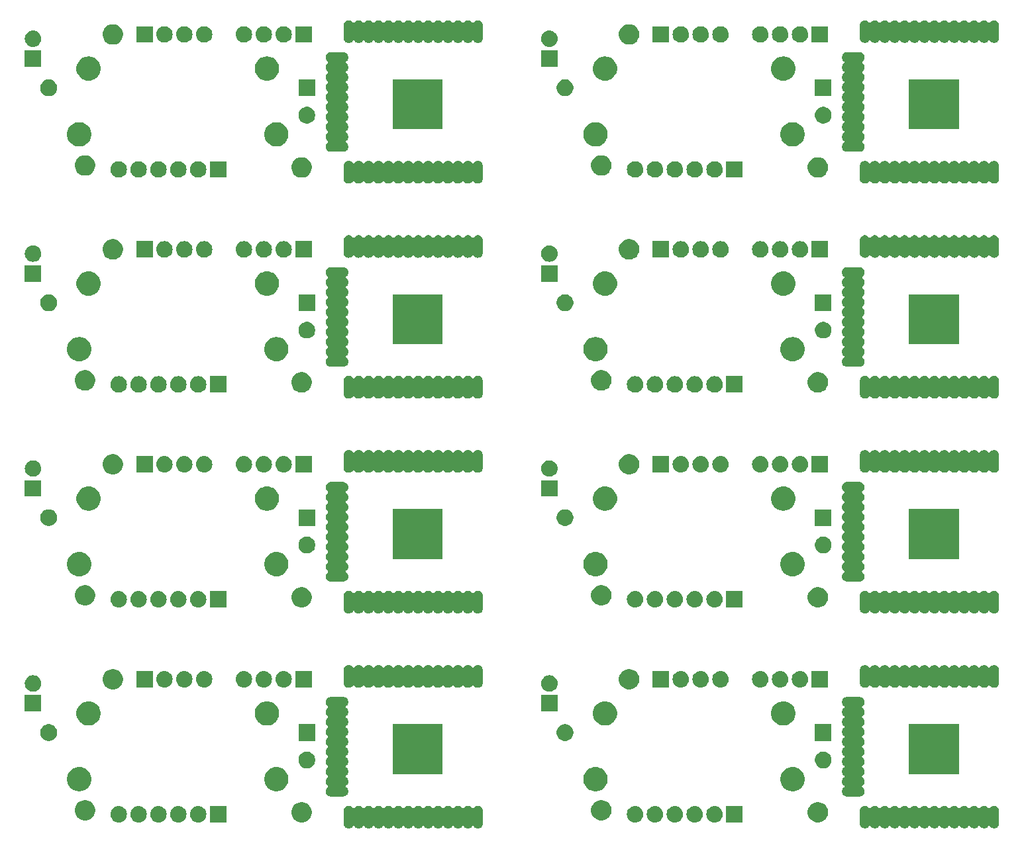
<source format=gbr>
G04 #@! TF.GenerationSoftware,KiCad,Pcbnew,5.0.2-bee76a0~70~ubuntu18.04.1*
G04 #@! TF.CreationDate,2019-05-10T18:36:06+02:00*
G04 #@! TF.ProjectId,m3_2x4_panel,6d335f32-7834-45f7-9061-6e656c2e6b69,rev?*
G04 #@! TF.SameCoordinates,Original*
G04 #@! TF.FileFunction,Soldermask,Bot*
G04 #@! TF.FilePolarity,Negative*
%FSLAX46Y46*%
G04 Gerber Fmt 4.6, Leading zero omitted, Abs format (unit mm)*
G04 Created by KiCad (PCBNEW 5.0.2-bee76a0~70~ubuntu18.04.1) date Fr 10 Mai 2019 18:36:06 CEST*
%MOMM*%
%LPD*%
G01*
G04 APERTURE LIST*
%ADD10C,0.100000*%
G04 APERTURE END LIST*
D10*
G36*
X177791998Y-139334280D02*
X177803423Y-139335405D01*
X177864685Y-139353989D01*
X177925948Y-139372573D01*
X178038868Y-139432930D01*
X178137843Y-139514157D01*
X178219070Y-139613132D01*
X178279427Y-139726052D01*
X178316595Y-139848578D01*
X178326000Y-139944068D01*
X178326000Y-141607932D01*
X178316595Y-141703422D01*
X178279427Y-141825948D01*
X178219070Y-141938868D01*
X178137843Y-142037843D01*
X178038867Y-142119070D01*
X178038865Y-142119071D01*
X178038864Y-142119072D01*
X177990777Y-142144775D01*
X177925947Y-142179427D01*
X177864684Y-142198011D01*
X177803422Y-142216595D01*
X177791997Y-142217720D01*
X177676000Y-142229145D01*
X177560002Y-142217720D01*
X177548577Y-142216595D01*
X177487315Y-142198011D01*
X177426052Y-142179427D01*
X177313132Y-142119070D01*
X177214157Y-142037843D01*
X177137621Y-141944583D01*
X177120300Y-141927262D01*
X177099925Y-141913648D01*
X177077286Y-141904271D01*
X177053253Y-141899490D01*
X177028749Y-141899490D01*
X177004715Y-141904270D01*
X176982076Y-141913648D01*
X176961701Y-141927261D01*
X176944383Y-141944579D01*
X176867843Y-142037843D01*
X176768867Y-142119070D01*
X176768865Y-142119071D01*
X176768864Y-142119072D01*
X176720777Y-142144775D01*
X176655947Y-142179427D01*
X176594684Y-142198011D01*
X176533422Y-142216595D01*
X176521997Y-142217720D01*
X176406000Y-142229145D01*
X176290002Y-142217720D01*
X176278577Y-142216595D01*
X176217315Y-142198011D01*
X176156052Y-142179427D01*
X176043132Y-142119070D01*
X175944157Y-142037843D01*
X175867621Y-141944583D01*
X175850300Y-141927262D01*
X175829925Y-141913648D01*
X175807286Y-141904271D01*
X175783253Y-141899490D01*
X175758749Y-141899490D01*
X175734715Y-141904270D01*
X175712076Y-141913648D01*
X175691701Y-141927261D01*
X175674383Y-141944579D01*
X175597843Y-142037843D01*
X175498867Y-142119070D01*
X175498865Y-142119071D01*
X175498864Y-142119072D01*
X175450777Y-142144775D01*
X175385947Y-142179427D01*
X175324684Y-142198011D01*
X175263422Y-142216595D01*
X175251997Y-142217720D01*
X175136000Y-142229145D01*
X175020002Y-142217720D01*
X175008577Y-142216595D01*
X174947315Y-142198011D01*
X174886052Y-142179427D01*
X174773132Y-142119070D01*
X174674157Y-142037843D01*
X174597621Y-141944583D01*
X174580300Y-141927262D01*
X174559925Y-141913648D01*
X174537286Y-141904271D01*
X174513253Y-141899490D01*
X174488749Y-141899490D01*
X174464715Y-141904270D01*
X174442076Y-141913648D01*
X174421701Y-141927261D01*
X174404383Y-141944579D01*
X174327843Y-142037843D01*
X174228867Y-142119070D01*
X174228865Y-142119071D01*
X174228864Y-142119072D01*
X174180777Y-142144775D01*
X174115947Y-142179427D01*
X174054684Y-142198011D01*
X173993422Y-142216595D01*
X173981997Y-142217720D01*
X173866000Y-142229145D01*
X173750002Y-142217720D01*
X173738577Y-142216595D01*
X173677315Y-142198011D01*
X173616052Y-142179427D01*
X173503132Y-142119070D01*
X173404157Y-142037843D01*
X173327621Y-141944583D01*
X173310300Y-141927262D01*
X173289925Y-141913648D01*
X173267286Y-141904271D01*
X173243253Y-141899490D01*
X173218749Y-141899490D01*
X173194715Y-141904270D01*
X173172076Y-141913648D01*
X173151701Y-141927261D01*
X173134383Y-141944579D01*
X173057843Y-142037843D01*
X172958867Y-142119070D01*
X172958865Y-142119071D01*
X172958864Y-142119072D01*
X172910777Y-142144775D01*
X172845947Y-142179427D01*
X172784684Y-142198011D01*
X172723422Y-142216595D01*
X172711997Y-142217720D01*
X172596000Y-142229145D01*
X172480002Y-142217720D01*
X172468577Y-142216595D01*
X172407315Y-142198011D01*
X172346052Y-142179427D01*
X172233132Y-142119070D01*
X172134157Y-142037843D01*
X172057621Y-141944583D01*
X172040300Y-141927262D01*
X172019925Y-141913648D01*
X171997286Y-141904271D01*
X171973253Y-141899490D01*
X171948749Y-141899490D01*
X171924715Y-141904270D01*
X171902076Y-141913648D01*
X171881701Y-141927261D01*
X171864383Y-141944579D01*
X171787843Y-142037843D01*
X171688867Y-142119070D01*
X171688865Y-142119071D01*
X171688864Y-142119072D01*
X171640777Y-142144775D01*
X171575947Y-142179427D01*
X171514684Y-142198011D01*
X171453422Y-142216595D01*
X171441997Y-142217720D01*
X171326000Y-142229145D01*
X171210002Y-142217720D01*
X171198577Y-142216595D01*
X171137315Y-142198011D01*
X171076052Y-142179427D01*
X170963132Y-142119070D01*
X170864157Y-142037843D01*
X170787621Y-141944583D01*
X170770300Y-141927262D01*
X170749925Y-141913648D01*
X170727286Y-141904271D01*
X170703253Y-141899490D01*
X170678749Y-141899490D01*
X170654715Y-141904270D01*
X170632076Y-141913648D01*
X170611701Y-141927261D01*
X170594383Y-141944579D01*
X170517843Y-142037843D01*
X170418867Y-142119070D01*
X170418865Y-142119071D01*
X170418864Y-142119072D01*
X170370777Y-142144775D01*
X170305947Y-142179427D01*
X170244684Y-142198011D01*
X170183422Y-142216595D01*
X170171997Y-142217720D01*
X170056000Y-142229145D01*
X169940002Y-142217720D01*
X169928577Y-142216595D01*
X169867315Y-142198011D01*
X169806052Y-142179427D01*
X169693132Y-142119070D01*
X169594157Y-142037843D01*
X169517621Y-141944583D01*
X169500300Y-141927262D01*
X169479925Y-141913648D01*
X169457286Y-141904271D01*
X169433253Y-141899490D01*
X169408749Y-141899490D01*
X169384715Y-141904270D01*
X169362076Y-141913648D01*
X169341701Y-141927261D01*
X169324383Y-141944579D01*
X169247843Y-142037843D01*
X169148867Y-142119070D01*
X169148865Y-142119071D01*
X169148864Y-142119072D01*
X169100777Y-142144775D01*
X169035947Y-142179427D01*
X168974684Y-142198011D01*
X168913422Y-142216595D01*
X168901997Y-142217720D01*
X168786000Y-142229145D01*
X168670002Y-142217720D01*
X168658577Y-142216595D01*
X168597315Y-142198011D01*
X168536052Y-142179427D01*
X168423132Y-142119070D01*
X168324157Y-142037843D01*
X168247621Y-141944583D01*
X168230300Y-141927262D01*
X168209925Y-141913648D01*
X168187286Y-141904271D01*
X168163253Y-141899490D01*
X168138749Y-141899490D01*
X168114715Y-141904270D01*
X168092076Y-141913648D01*
X168071701Y-141927261D01*
X168054383Y-141944579D01*
X167977843Y-142037843D01*
X167878867Y-142119070D01*
X167878865Y-142119071D01*
X167878864Y-142119072D01*
X167830777Y-142144775D01*
X167765947Y-142179427D01*
X167704684Y-142198011D01*
X167643422Y-142216595D01*
X167631997Y-142217720D01*
X167516000Y-142229145D01*
X167400002Y-142217720D01*
X167388577Y-142216595D01*
X167327315Y-142198011D01*
X167266052Y-142179427D01*
X167153132Y-142119070D01*
X167054157Y-142037843D01*
X166977621Y-141944583D01*
X166960300Y-141927262D01*
X166939925Y-141913648D01*
X166917286Y-141904271D01*
X166893253Y-141899490D01*
X166868749Y-141899490D01*
X166844715Y-141904270D01*
X166822076Y-141913648D01*
X166801701Y-141927261D01*
X166784383Y-141944579D01*
X166707843Y-142037843D01*
X166608867Y-142119070D01*
X166608865Y-142119071D01*
X166608864Y-142119072D01*
X166560777Y-142144775D01*
X166495947Y-142179427D01*
X166434684Y-142198011D01*
X166373422Y-142216595D01*
X166361997Y-142217720D01*
X166246000Y-142229145D01*
X166130002Y-142217720D01*
X166118577Y-142216595D01*
X166057315Y-142198011D01*
X165996052Y-142179427D01*
X165883132Y-142119070D01*
X165784157Y-142037843D01*
X165707621Y-141944583D01*
X165690300Y-141927262D01*
X165669925Y-141913648D01*
X165647286Y-141904271D01*
X165623253Y-141899490D01*
X165598749Y-141899490D01*
X165574715Y-141904270D01*
X165552076Y-141913648D01*
X165531701Y-141927261D01*
X165514383Y-141944579D01*
X165437843Y-142037843D01*
X165338867Y-142119070D01*
X165338865Y-142119071D01*
X165338864Y-142119072D01*
X165290777Y-142144775D01*
X165225947Y-142179427D01*
X165164684Y-142198011D01*
X165103422Y-142216595D01*
X165091997Y-142217720D01*
X164976000Y-142229145D01*
X164860002Y-142217720D01*
X164848577Y-142216595D01*
X164787315Y-142198011D01*
X164726052Y-142179427D01*
X164613132Y-142119070D01*
X164514157Y-142037843D01*
X164437621Y-141944583D01*
X164420300Y-141927262D01*
X164399925Y-141913648D01*
X164377286Y-141904271D01*
X164353253Y-141899490D01*
X164328749Y-141899490D01*
X164304715Y-141904270D01*
X164282076Y-141913648D01*
X164261701Y-141927261D01*
X164244383Y-141944579D01*
X164167843Y-142037843D01*
X164068867Y-142119070D01*
X164068865Y-142119071D01*
X164068864Y-142119072D01*
X164020777Y-142144775D01*
X163955947Y-142179427D01*
X163894684Y-142198011D01*
X163833422Y-142216595D01*
X163821997Y-142217720D01*
X163706000Y-142229145D01*
X163590002Y-142217720D01*
X163578577Y-142216595D01*
X163517315Y-142198011D01*
X163456052Y-142179427D01*
X163343132Y-142119070D01*
X163244157Y-142037843D01*
X163167621Y-141944583D01*
X163150300Y-141927262D01*
X163129925Y-141913648D01*
X163107286Y-141904271D01*
X163083253Y-141899490D01*
X163058749Y-141899490D01*
X163034715Y-141904270D01*
X163012076Y-141913648D01*
X162991701Y-141927261D01*
X162974383Y-141944579D01*
X162897843Y-142037843D01*
X162798867Y-142119070D01*
X162798865Y-142119071D01*
X162798864Y-142119072D01*
X162750777Y-142144775D01*
X162685947Y-142179427D01*
X162624684Y-142198011D01*
X162563422Y-142216595D01*
X162551997Y-142217720D01*
X162436000Y-142229145D01*
X162320002Y-142217720D01*
X162308577Y-142216595D01*
X162247315Y-142198011D01*
X162186052Y-142179427D01*
X162073132Y-142119070D01*
X161974157Y-142037843D01*
X161897621Y-141944583D01*
X161880300Y-141927262D01*
X161859925Y-141913648D01*
X161837286Y-141904271D01*
X161813253Y-141899490D01*
X161788749Y-141899490D01*
X161764715Y-141904270D01*
X161742076Y-141913648D01*
X161721701Y-141927261D01*
X161704383Y-141944579D01*
X161627843Y-142037843D01*
X161528867Y-142119070D01*
X161528865Y-142119071D01*
X161528864Y-142119072D01*
X161480777Y-142144775D01*
X161415947Y-142179427D01*
X161354684Y-142198011D01*
X161293422Y-142216595D01*
X161281997Y-142217720D01*
X161166000Y-142229145D01*
X161050002Y-142217720D01*
X161038577Y-142216595D01*
X160977315Y-142198011D01*
X160916052Y-142179427D01*
X160803132Y-142119070D01*
X160704157Y-142037843D01*
X160622930Y-141938867D01*
X160604438Y-141904270D01*
X160562574Y-141825948D01*
X160562573Y-141825947D01*
X160543989Y-141764684D01*
X160525405Y-141703422D01*
X160524229Y-141691485D01*
X160516000Y-141607931D01*
X160516001Y-139944068D01*
X160525406Y-139848578D01*
X160562574Y-139726052D01*
X160622931Y-139613132D01*
X160704158Y-139514157D01*
X160803133Y-139432930D01*
X160916053Y-139372573D01*
X160977316Y-139353989D01*
X161038578Y-139335405D01*
X161050003Y-139334280D01*
X161166000Y-139322855D01*
X161281998Y-139334280D01*
X161293423Y-139335405D01*
X161354685Y-139353989D01*
X161415948Y-139372573D01*
X161528868Y-139432930D01*
X161627843Y-139514157D01*
X161627844Y-139514159D01*
X161627846Y-139514160D01*
X161704375Y-139607411D01*
X161721702Y-139624738D01*
X161742076Y-139638352D01*
X161764715Y-139647730D01*
X161788749Y-139652510D01*
X161813253Y-139652510D01*
X161837287Y-139647730D01*
X161859926Y-139638352D01*
X161880300Y-139624738D01*
X161897618Y-139607421D01*
X161974158Y-139514157D01*
X162073133Y-139432930D01*
X162186053Y-139372573D01*
X162247316Y-139353989D01*
X162308578Y-139335405D01*
X162320003Y-139334280D01*
X162436000Y-139322855D01*
X162551998Y-139334280D01*
X162563423Y-139335405D01*
X162624685Y-139353989D01*
X162685948Y-139372573D01*
X162798868Y-139432930D01*
X162897843Y-139514157D01*
X162897844Y-139514159D01*
X162897846Y-139514160D01*
X162974375Y-139607411D01*
X162991702Y-139624738D01*
X163012076Y-139638352D01*
X163034715Y-139647730D01*
X163058749Y-139652510D01*
X163083253Y-139652510D01*
X163107287Y-139647730D01*
X163129926Y-139638352D01*
X163150300Y-139624738D01*
X163167618Y-139607421D01*
X163244158Y-139514157D01*
X163343133Y-139432930D01*
X163456053Y-139372573D01*
X163517316Y-139353989D01*
X163578578Y-139335405D01*
X163590003Y-139334280D01*
X163706000Y-139322855D01*
X163821998Y-139334280D01*
X163833423Y-139335405D01*
X163894685Y-139353989D01*
X163955948Y-139372573D01*
X164068868Y-139432930D01*
X164167843Y-139514157D01*
X164167844Y-139514159D01*
X164167846Y-139514160D01*
X164244375Y-139607411D01*
X164261702Y-139624738D01*
X164282076Y-139638352D01*
X164304715Y-139647730D01*
X164328749Y-139652510D01*
X164353253Y-139652510D01*
X164377287Y-139647730D01*
X164399926Y-139638352D01*
X164420300Y-139624738D01*
X164437618Y-139607421D01*
X164514158Y-139514157D01*
X164613133Y-139432930D01*
X164726053Y-139372573D01*
X164787316Y-139353989D01*
X164848578Y-139335405D01*
X164860003Y-139334280D01*
X164976000Y-139322855D01*
X165091998Y-139334280D01*
X165103423Y-139335405D01*
X165164685Y-139353989D01*
X165225948Y-139372573D01*
X165338868Y-139432930D01*
X165437843Y-139514157D01*
X165437844Y-139514159D01*
X165437846Y-139514160D01*
X165514375Y-139607411D01*
X165531702Y-139624738D01*
X165552076Y-139638352D01*
X165574715Y-139647730D01*
X165598749Y-139652510D01*
X165623253Y-139652510D01*
X165647287Y-139647730D01*
X165669926Y-139638352D01*
X165690300Y-139624738D01*
X165707618Y-139607421D01*
X165784158Y-139514157D01*
X165883133Y-139432930D01*
X165996053Y-139372573D01*
X166057316Y-139353989D01*
X166118578Y-139335405D01*
X166130003Y-139334280D01*
X166246000Y-139322855D01*
X166361998Y-139334280D01*
X166373423Y-139335405D01*
X166434685Y-139353989D01*
X166495948Y-139372573D01*
X166608868Y-139432930D01*
X166707843Y-139514157D01*
X166707844Y-139514159D01*
X166707846Y-139514160D01*
X166784375Y-139607411D01*
X166801702Y-139624738D01*
X166822076Y-139638352D01*
X166844715Y-139647730D01*
X166868749Y-139652510D01*
X166893253Y-139652510D01*
X166917287Y-139647730D01*
X166939926Y-139638352D01*
X166960300Y-139624738D01*
X166977618Y-139607421D01*
X167054158Y-139514157D01*
X167153133Y-139432930D01*
X167266053Y-139372573D01*
X167327316Y-139353989D01*
X167388578Y-139335405D01*
X167400003Y-139334280D01*
X167516000Y-139322855D01*
X167631998Y-139334280D01*
X167643423Y-139335405D01*
X167704685Y-139353989D01*
X167765948Y-139372573D01*
X167878868Y-139432930D01*
X167977843Y-139514157D01*
X167977844Y-139514159D01*
X167977846Y-139514160D01*
X168054375Y-139607411D01*
X168071702Y-139624738D01*
X168092076Y-139638352D01*
X168114715Y-139647730D01*
X168138749Y-139652510D01*
X168163253Y-139652510D01*
X168187287Y-139647730D01*
X168209926Y-139638352D01*
X168230300Y-139624738D01*
X168247618Y-139607421D01*
X168324158Y-139514157D01*
X168423133Y-139432930D01*
X168536053Y-139372573D01*
X168597316Y-139353989D01*
X168658578Y-139335405D01*
X168670003Y-139334280D01*
X168786000Y-139322855D01*
X168901998Y-139334280D01*
X168913423Y-139335405D01*
X168974685Y-139353989D01*
X169035948Y-139372573D01*
X169148868Y-139432930D01*
X169247843Y-139514157D01*
X169247844Y-139514159D01*
X169247846Y-139514160D01*
X169324375Y-139607411D01*
X169341702Y-139624738D01*
X169362076Y-139638352D01*
X169384715Y-139647730D01*
X169408749Y-139652510D01*
X169433253Y-139652510D01*
X169457287Y-139647730D01*
X169479926Y-139638352D01*
X169500300Y-139624738D01*
X169517618Y-139607421D01*
X169594158Y-139514157D01*
X169693133Y-139432930D01*
X169806053Y-139372573D01*
X169867316Y-139353989D01*
X169928578Y-139335405D01*
X169940003Y-139334280D01*
X170056000Y-139322855D01*
X170171998Y-139334280D01*
X170183423Y-139335405D01*
X170244685Y-139353989D01*
X170305948Y-139372573D01*
X170418868Y-139432930D01*
X170517843Y-139514157D01*
X170517844Y-139514159D01*
X170517846Y-139514160D01*
X170594375Y-139607411D01*
X170611702Y-139624738D01*
X170632076Y-139638352D01*
X170654715Y-139647730D01*
X170678749Y-139652510D01*
X170703253Y-139652510D01*
X170727287Y-139647730D01*
X170749926Y-139638352D01*
X170770300Y-139624738D01*
X170787618Y-139607421D01*
X170864158Y-139514157D01*
X170963133Y-139432930D01*
X171076053Y-139372573D01*
X171137316Y-139353989D01*
X171198578Y-139335405D01*
X171210003Y-139334280D01*
X171326000Y-139322855D01*
X171441998Y-139334280D01*
X171453423Y-139335405D01*
X171514685Y-139353989D01*
X171575948Y-139372573D01*
X171688868Y-139432930D01*
X171787843Y-139514157D01*
X171787844Y-139514159D01*
X171787846Y-139514160D01*
X171864375Y-139607411D01*
X171881702Y-139624738D01*
X171902076Y-139638352D01*
X171924715Y-139647730D01*
X171948749Y-139652510D01*
X171973253Y-139652510D01*
X171997287Y-139647730D01*
X172019926Y-139638352D01*
X172040300Y-139624738D01*
X172057618Y-139607421D01*
X172134158Y-139514157D01*
X172233133Y-139432930D01*
X172346053Y-139372573D01*
X172407316Y-139353989D01*
X172468578Y-139335405D01*
X172480003Y-139334280D01*
X172596000Y-139322855D01*
X172711998Y-139334280D01*
X172723423Y-139335405D01*
X172784685Y-139353989D01*
X172845948Y-139372573D01*
X172958868Y-139432930D01*
X173057843Y-139514157D01*
X173057844Y-139514159D01*
X173057846Y-139514160D01*
X173134375Y-139607411D01*
X173151702Y-139624738D01*
X173172076Y-139638352D01*
X173194715Y-139647730D01*
X173218749Y-139652510D01*
X173243253Y-139652510D01*
X173267287Y-139647730D01*
X173289926Y-139638352D01*
X173310300Y-139624738D01*
X173327618Y-139607421D01*
X173404158Y-139514157D01*
X173503133Y-139432930D01*
X173616053Y-139372573D01*
X173677316Y-139353989D01*
X173738578Y-139335405D01*
X173750003Y-139334280D01*
X173866000Y-139322855D01*
X173981998Y-139334280D01*
X173993423Y-139335405D01*
X174054685Y-139353989D01*
X174115948Y-139372573D01*
X174228868Y-139432930D01*
X174327843Y-139514157D01*
X174327844Y-139514159D01*
X174327846Y-139514160D01*
X174404375Y-139607411D01*
X174421702Y-139624738D01*
X174442076Y-139638352D01*
X174464715Y-139647730D01*
X174488749Y-139652510D01*
X174513253Y-139652510D01*
X174537287Y-139647730D01*
X174559926Y-139638352D01*
X174580300Y-139624738D01*
X174597618Y-139607421D01*
X174674158Y-139514157D01*
X174773133Y-139432930D01*
X174886053Y-139372573D01*
X174947316Y-139353989D01*
X175008578Y-139335405D01*
X175020003Y-139334280D01*
X175136000Y-139322855D01*
X175251998Y-139334280D01*
X175263423Y-139335405D01*
X175324685Y-139353989D01*
X175385948Y-139372573D01*
X175498868Y-139432930D01*
X175597843Y-139514157D01*
X175597844Y-139514159D01*
X175597846Y-139514160D01*
X175674375Y-139607411D01*
X175691702Y-139624738D01*
X175712076Y-139638352D01*
X175734715Y-139647730D01*
X175758749Y-139652510D01*
X175783253Y-139652510D01*
X175807287Y-139647730D01*
X175829926Y-139638352D01*
X175850300Y-139624738D01*
X175867618Y-139607421D01*
X175944158Y-139514157D01*
X176043133Y-139432930D01*
X176156053Y-139372573D01*
X176217316Y-139353989D01*
X176278578Y-139335405D01*
X176290003Y-139334280D01*
X176406000Y-139322855D01*
X176521998Y-139334280D01*
X176533423Y-139335405D01*
X176594685Y-139353989D01*
X176655948Y-139372573D01*
X176768868Y-139432930D01*
X176867843Y-139514157D01*
X176867844Y-139514159D01*
X176867846Y-139514160D01*
X176944375Y-139607411D01*
X176961702Y-139624738D01*
X176982076Y-139638352D01*
X177004715Y-139647730D01*
X177028749Y-139652510D01*
X177053253Y-139652510D01*
X177077287Y-139647730D01*
X177099926Y-139638352D01*
X177120300Y-139624738D01*
X177137618Y-139607421D01*
X177214158Y-139514157D01*
X177313133Y-139432930D01*
X177426053Y-139372573D01*
X177487316Y-139353989D01*
X177548578Y-139335405D01*
X177560003Y-139334280D01*
X177676000Y-139322855D01*
X177791998Y-139334280D01*
X177791998Y-139334280D01*
G37*
G36*
X111791998Y-139334280D02*
X111803423Y-139335405D01*
X111864685Y-139353989D01*
X111925948Y-139372573D01*
X112038868Y-139432930D01*
X112137843Y-139514157D01*
X112219070Y-139613132D01*
X112279427Y-139726052D01*
X112316595Y-139848578D01*
X112326000Y-139944068D01*
X112326000Y-141607932D01*
X112316595Y-141703422D01*
X112279427Y-141825948D01*
X112219070Y-141938868D01*
X112137843Y-142037843D01*
X112038867Y-142119070D01*
X112038865Y-142119071D01*
X112038864Y-142119072D01*
X111990777Y-142144775D01*
X111925947Y-142179427D01*
X111864684Y-142198011D01*
X111803422Y-142216595D01*
X111791997Y-142217720D01*
X111676000Y-142229145D01*
X111560002Y-142217720D01*
X111548577Y-142216595D01*
X111487315Y-142198011D01*
X111426052Y-142179427D01*
X111313132Y-142119070D01*
X111214157Y-142037843D01*
X111137621Y-141944583D01*
X111120300Y-141927262D01*
X111099925Y-141913648D01*
X111077286Y-141904271D01*
X111053253Y-141899490D01*
X111028749Y-141899490D01*
X111004715Y-141904270D01*
X110982076Y-141913648D01*
X110961701Y-141927261D01*
X110944383Y-141944579D01*
X110867843Y-142037843D01*
X110768867Y-142119070D01*
X110768865Y-142119071D01*
X110768864Y-142119072D01*
X110720777Y-142144775D01*
X110655947Y-142179427D01*
X110594684Y-142198011D01*
X110533422Y-142216595D01*
X110521997Y-142217720D01*
X110406000Y-142229145D01*
X110290002Y-142217720D01*
X110278577Y-142216595D01*
X110217315Y-142198011D01*
X110156052Y-142179427D01*
X110043132Y-142119070D01*
X109944157Y-142037843D01*
X109867621Y-141944583D01*
X109850300Y-141927262D01*
X109829925Y-141913648D01*
X109807286Y-141904271D01*
X109783253Y-141899490D01*
X109758749Y-141899490D01*
X109734715Y-141904270D01*
X109712076Y-141913648D01*
X109691701Y-141927261D01*
X109674383Y-141944579D01*
X109597843Y-142037843D01*
X109498867Y-142119070D01*
X109498865Y-142119071D01*
X109498864Y-142119072D01*
X109450777Y-142144775D01*
X109385947Y-142179427D01*
X109324684Y-142198011D01*
X109263422Y-142216595D01*
X109251997Y-142217720D01*
X109136000Y-142229145D01*
X109020002Y-142217720D01*
X109008577Y-142216595D01*
X108947315Y-142198011D01*
X108886052Y-142179427D01*
X108773132Y-142119070D01*
X108674157Y-142037843D01*
X108597621Y-141944583D01*
X108580300Y-141927262D01*
X108559925Y-141913648D01*
X108537286Y-141904271D01*
X108513253Y-141899490D01*
X108488749Y-141899490D01*
X108464715Y-141904270D01*
X108442076Y-141913648D01*
X108421701Y-141927261D01*
X108404383Y-141944579D01*
X108327843Y-142037843D01*
X108228867Y-142119070D01*
X108228865Y-142119071D01*
X108228864Y-142119072D01*
X108180777Y-142144775D01*
X108115947Y-142179427D01*
X108054684Y-142198011D01*
X107993422Y-142216595D01*
X107981997Y-142217720D01*
X107866000Y-142229145D01*
X107750002Y-142217720D01*
X107738577Y-142216595D01*
X107677315Y-142198011D01*
X107616052Y-142179427D01*
X107503132Y-142119070D01*
X107404157Y-142037843D01*
X107327621Y-141944583D01*
X107310300Y-141927262D01*
X107289925Y-141913648D01*
X107267286Y-141904271D01*
X107243253Y-141899490D01*
X107218749Y-141899490D01*
X107194715Y-141904270D01*
X107172076Y-141913648D01*
X107151701Y-141927261D01*
X107134383Y-141944579D01*
X107057843Y-142037843D01*
X106958867Y-142119070D01*
X106958865Y-142119071D01*
X106958864Y-142119072D01*
X106910777Y-142144775D01*
X106845947Y-142179427D01*
X106784684Y-142198011D01*
X106723422Y-142216595D01*
X106711997Y-142217720D01*
X106596000Y-142229145D01*
X106480002Y-142217720D01*
X106468577Y-142216595D01*
X106407315Y-142198011D01*
X106346052Y-142179427D01*
X106233132Y-142119070D01*
X106134157Y-142037843D01*
X106057621Y-141944583D01*
X106040300Y-141927262D01*
X106019925Y-141913648D01*
X105997286Y-141904271D01*
X105973253Y-141899490D01*
X105948749Y-141899490D01*
X105924715Y-141904270D01*
X105902076Y-141913648D01*
X105881701Y-141927261D01*
X105864383Y-141944579D01*
X105787843Y-142037843D01*
X105688867Y-142119070D01*
X105688865Y-142119071D01*
X105688864Y-142119072D01*
X105640777Y-142144775D01*
X105575947Y-142179427D01*
X105514684Y-142198011D01*
X105453422Y-142216595D01*
X105441997Y-142217720D01*
X105326000Y-142229145D01*
X105210002Y-142217720D01*
X105198577Y-142216595D01*
X105137315Y-142198011D01*
X105076052Y-142179427D01*
X104963132Y-142119070D01*
X104864157Y-142037843D01*
X104787621Y-141944583D01*
X104770300Y-141927262D01*
X104749925Y-141913648D01*
X104727286Y-141904271D01*
X104703253Y-141899490D01*
X104678749Y-141899490D01*
X104654715Y-141904270D01*
X104632076Y-141913648D01*
X104611701Y-141927261D01*
X104594383Y-141944579D01*
X104517843Y-142037843D01*
X104418867Y-142119070D01*
X104418865Y-142119071D01*
X104418864Y-142119072D01*
X104370777Y-142144775D01*
X104305947Y-142179427D01*
X104244684Y-142198011D01*
X104183422Y-142216595D01*
X104171997Y-142217720D01*
X104056000Y-142229145D01*
X103940002Y-142217720D01*
X103928577Y-142216595D01*
X103867315Y-142198011D01*
X103806052Y-142179427D01*
X103693132Y-142119070D01*
X103594157Y-142037843D01*
X103517621Y-141944583D01*
X103500300Y-141927262D01*
X103479925Y-141913648D01*
X103457286Y-141904271D01*
X103433253Y-141899490D01*
X103408749Y-141899490D01*
X103384715Y-141904270D01*
X103362076Y-141913648D01*
X103341701Y-141927261D01*
X103324383Y-141944579D01*
X103247843Y-142037843D01*
X103148867Y-142119070D01*
X103148865Y-142119071D01*
X103148864Y-142119072D01*
X103100777Y-142144775D01*
X103035947Y-142179427D01*
X102974684Y-142198011D01*
X102913422Y-142216595D01*
X102901997Y-142217720D01*
X102786000Y-142229145D01*
X102670002Y-142217720D01*
X102658577Y-142216595D01*
X102597315Y-142198011D01*
X102536052Y-142179427D01*
X102423132Y-142119070D01*
X102324157Y-142037843D01*
X102247621Y-141944583D01*
X102230300Y-141927262D01*
X102209925Y-141913648D01*
X102187286Y-141904271D01*
X102163253Y-141899490D01*
X102138749Y-141899490D01*
X102114715Y-141904270D01*
X102092076Y-141913648D01*
X102071701Y-141927261D01*
X102054383Y-141944579D01*
X101977843Y-142037843D01*
X101878867Y-142119070D01*
X101878865Y-142119071D01*
X101878864Y-142119072D01*
X101830777Y-142144775D01*
X101765947Y-142179427D01*
X101704684Y-142198011D01*
X101643422Y-142216595D01*
X101631997Y-142217720D01*
X101516000Y-142229145D01*
X101400002Y-142217720D01*
X101388577Y-142216595D01*
X101327315Y-142198011D01*
X101266052Y-142179427D01*
X101153132Y-142119070D01*
X101054157Y-142037843D01*
X100977621Y-141944583D01*
X100960300Y-141927262D01*
X100939925Y-141913648D01*
X100917286Y-141904271D01*
X100893253Y-141899490D01*
X100868749Y-141899490D01*
X100844715Y-141904270D01*
X100822076Y-141913648D01*
X100801701Y-141927261D01*
X100784383Y-141944579D01*
X100707843Y-142037843D01*
X100608867Y-142119070D01*
X100608865Y-142119071D01*
X100608864Y-142119072D01*
X100560777Y-142144775D01*
X100495947Y-142179427D01*
X100434684Y-142198011D01*
X100373422Y-142216595D01*
X100361997Y-142217720D01*
X100246000Y-142229145D01*
X100130002Y-142217720D01*
X100118577Y-142216595D01*
X100057315Y-142198011D01*
X99996052Y-142179427D01*
X99883132Y-142119070D01*
X99784157Y-142037843D01*
X99707621Y-141944583D01*
X99690300Y-141927262D01*
X99669925Y-141913648D01*
X99647286Y-141904271D01*
X99623253Y-141899490D01*
X99598749Y-141899490D01*
X99574715Y-141904270D01*
X99552076Y-141913648D01*
X99531701Y-141927261D01*
X99514383Y-141944579D01*
X99437843Y-142037843D01*
X99338867Y-142119070D01*
X99338865Y-142119071D01*
X99338864Y-142119072D01*
X99290777Y-142144775D01*
X99225947Y-142179427D01*
X99164684Y-142198011D01*
X99103422Y-142216595D01*
X99091997Y-142217720D01*
X98976000Y-142229145D01*
X98860002Y-142217720D01*
X98848577Y-142216595D01*
X98787315Y-142198011D01*
X98726052Y-142179427D01*
X98613132Y-142119070D01*
X98514157Y-142037843D01*
X98437621Y-141944583D01*
X98420300Y-141927262D01*
X98399925Y-141913648D01*
X98377286Y-141904271D01*
X98353253Y-141899490D01*
X98328749Y-141899490D01*
X98304715Y-141904270D01*
X98282076Y-141913648D01*
X98261701Y-141927261D01*
X98244383Y-141944579D01*
X98167843Y-142037843D01*
X98068867Y-142119070D01*
X98068865Y-142119071D01*
X98068864Y-142119072D01*
X98020777Y-142144775D01*
X97955947Y-142179427D01*
X97894684Y-142198011D01*
X97833422Y-142216595D01*
X97821997Y-142217720D01*
X97706000Y-142229145D01*
X97590002Y-142217720D01*
X97578577Y-142216595D01*
X97517315Y-142198011D01*
X97456052Y-142179427D01*
X97343132Y-142119070D01*
X97244157Y-142037843D01*
X97167621Y-141944583D01*
X97150300Y-141927262D01*
X97129925Y-141913648D01*
X97107286Y-141904271D01*
X97083253Y-141899490D01*
X97058749Y-141899490D01*
X97034715Y-141904270D01*
X97012076Y-141913648D01*
X96991701Y-141927261D01*
X96974383Y-141944579D01*
X96897843Y-142037843D01*
X96798867Y-142119070D01*
X96798865Y-142119071D01*
X96798864Y-142119072D01*
X96750777Y-142144775D01*
X96685947Y-142179427D01*
X96624684Y-142198011D01*
X96563422Y-142216595D01*
X96551997Y-142217720D01*
X96436000Y-142229145D01*
X96320002Y-142217720D01*
X96308577Y-142216595D01*
X96247315Y-142198011D01*
X96186052Y-142179427D01*
X96073132Y-142119070D01*
X95974157Y-142037843D01*
X95897621Y-141944583D01*
X95880300Y-141927262D01*
X95859925Y-141913648D01*
X95837286Y-141904271D01*
X95813253Y-141899490D01*
X95788749Y-141899490D01*
X95764715Y-141904270D01*
X95742076Y-141913648D01*
X95721701Y-141927261D01*
X95704383Y-141944579D01*
X95627843Y-142037843D01*
X95528867Y-142119070D01*
X95528865Y-142119071D01*
X95528864Y-142119072D01*
X95480777Y-142144775D01*
X95415947Y-142179427D01*
X95354684Y-142198011D01*
X95293422Y-142216595D01*
X95281997Y-142217720D01*
X95166000Y-142229145D01*
X95050002Y-142217720D01*
X95038577Y-142216595D01*
X94977315Y-142198011D01*
X94916052Y-142179427D01*
X94803132Y-142119070D01*
X94704157Y-142037843D01*
X94622930Y-141938867D01*
X94604438Y-141904270D01*
X94562574Y-141825948D01*
X94562573Y-141825947D01*
X94543989Y-141764684D01*
X94525405Y-141703422D01*
X94524229Y-141691485D01*
X94516000Y-141607931D01*
X94516001Y-139944068D01*
X94525406Y-139848578D01*
X94562574Y-139726052D01*
X94622931Y-139613132D01*
X94704158Y-139514157D01*
X94803133Y-139432930D01*
X94916053Y-139372573D01*
X94977316Y-139353989D01*
X95038578Y-139335405D01*
X95050003Y-139334280D01*
X95166000Y-139322855D01*
X95281998Y-139334280D01*
X95293423Y-139335405D01*
X95354685Y-139353989D01*
X95415948Y-139372573D01*
X95528868Y-139432930D01*
X95627843Y-139514157D01*
X95627844Y-139514159D01*
X95627846Y-139514160D01*
X95704375Y-139607411D01*
X95721702Y-139624738D01*
X95742076Y-139638352D01*
X95764715Y-139647730D01*
X95788749Y-139652510D01*
X95813253Y-139652510D01*
X95837287Y-139647730D01*
X95859926Y-139638352D01*
X95880300Y-139624738D01*
X95897618Y-139607421D01*
X95974158Y-139514157D01*
X96073133Y-139432930D01*
X96186053Y-139372573D01*
X96247316Y-139353989D01*
X96308578Y-139335405D01*
X96320003Y-139334280D01*
X96436000Y-139322855D01*
X96551998Y-139334280D01*
X96563423Y-139335405D01*
X96624685Y-139353989D01*
X96685948Y-139372573D01*
X96798868Y-139432930D01*
X96897843Y-139514157D01*
X96897844Y-139514159D01*
X96897846Y-139514160D01*
X96974375Y-139607411D01*
X96991702Y-139624738D01*
X97012076Y-139638352D01*
X97034715Y-139647730D01*
X97058749Y-139652510D01*
X97083253Y-139652510D01*
X97107287Y-139647730D01*
X97129926Y-139638352D01*
X97150300Y-139624738D01*
X97167618Y-139607421D01*
X97244158Y-139514157D01*
X97343133Y-139432930D01*
X97456053Y-139372573D01*
X97517316Y-139353989D01*
X97578578Y-139335405D01*
X97590003Y-139334280D01*
X97706000Y-139322855D01*
X97821998Y-139334280D01*
X97833423Y-139335405D01*
X97894685Y-139353989D01*
X97955948Y-139372573D01*
X98068868Y-139432930D01*
X98167843Y-139514157D01*
X98167844Y-139514159D01*
X98167846Y-139514160D01*
X98244375Y-139607411D01*
X98261702Y-139624738D01*
X98282076Y-139638352D01*
X98304715Y-139647730D01*
X98328749Y-139652510D01*
X98353253Y-139652510D01*
X98377287Y-139647730D01*
X98399926Y-139638352D01*
X98420300Y-139624738D01*
X98437618Y-139607421D01*
X98514158Y-139514157D01*
X98613133Y-139432930D01*
X98726053Y-139372573D01*
X98787316Y-139353989D01*
X98848578Y-139335405D01*
X98860003Y-139334280D01*
X98976000Y-139322855D01*
X99091998Y-139334280D01*
X99103423Y-139335405D01*
X99164685Y-139353989D01*
X99225948Y-139372573D01*
X99338868Y-139432930D01*
X99437843Y-139514157D01*
X99437844Y-139514159D01*
X99437846Y-139514160D01*
X99514375Y-139607411D01*
X99531702Y-139624738D01*
X99552076Y-139638352D01*
X99574715Y-139647730D01*
X99598749Y-139652510D01*
X99623253Y-139652510D01*
X99647287Y-139647730D01*
X99669926Y-139638352D01*
X99690300Y-139624738D01*
X99707618Y-139607421D01*
X99784158Y-139514157D01*
X99883133Y-139432930D01*
X99996053Y-139372573D01*
X100057316Y-139353989D01*
X100118578Y-139335405D01*
X100130003Y-139334280D01*
X100246000Y-139322855D01*
X100361998Y-139334280D01*
X100373423Y-139335405D01*
X100434685Y-139353989D01*
X100495948Y-139372573D01*
X100608868Y-139432930D01*
X100707843Y-139514157D01*
X100707844Y-139514159D01*
X100707846Y-139514160D01*
X100784375Y-139607411D01*
X100801702Y-139624738D01*
X100822076Y-139638352D01*
X100844715Y-139647730D01*
X100868749Y-139652510D01*
X100893253Y-139652510D01*
X100917287Y-139647730D01*
X100939926Y-139638352D01*
X100960300Y-139624738D01*
X100977618Y-139607421D01*
X101054158Y-139514157D01*
X101153133Y-139432930D01*
X101266053Y-139372573D01*
X101327316Y-139353989D01*
X101388578Y-139335405D01*
X101400003Y-139334280D01*
X101516000Y-139322855D01*
X101631998Y-139334280D01*
X101643423Y-139335405D01*
X101704685Y-139353989D01*
X101765948Y-139372573D01*
X101878868Y-139432930D01*
X101977843Y-139514157D01*
X101977844Y-139514159D01*
X101977846Y-139514160D01*
X102054375Y-139607411D01*
X102071702Y-139624738D01*
X102092076Y-139638352D01*
X102114715Y-139647730D01*
X102138749Y-139652510D01*
X102163253Y-139652510D01*
X102187287Y-139647730D01*
X102209926Y-139638352D01*
X102230300Y-139624738D01*
X102247618Y-139607421D01*
X102324158Y-139514157D01*
X102423133Y-139432930D01*
X102536053Y-139372573D01*
X102597316Y-139353989D01*
X102658578Y-139335405D01*
X102670003Y-139334280D01*
X102786000Y-139322855D01*
X102901998Y-139334280D01*
X102913423Y-139335405D01*
X102974685Y-139353989D01*
X103035948Y-139372573D01*
X103148868Y-139432930D01*
X103247843Y-139514157D01*
X103247844Y-139514159D01*
X103247846Y-139514160D01*
X103324375Y-139607411D01*
X103341702Y-139624738D01*
X103362076Y-139638352D01*
X103384715Y-139647730D01*
X103408749Y-139652510D01*
X103433253Y-139652510D01*
X103457287Y-139647730D01*
X103479926Y-139638352D01*
X103500300Y-139624738D01*
X103517618Y-139607421D01*
X103594158Y-139514157D01*
X103693133Y-139432930D01*
X103806053Y-139372573D01*
X103867316Y-139353989D01*
X103928578Y-139335405D01*
X103940003Y-139334280D01*
X104056000Y-139322855D01*
X104171998Y-139334280D01*
X104183423Y-139335405D01*
X104244685Y-139353989D01*
X104305948Y-139372573D01*
X104418868Y-139432930D01*
X104517843Y-139514157D01*
X104517844Y-139514159D01*
X104517846Y-139514160D01*
X104594375Y-139607411D01*
X104611702Y-139624738D01*
X104632076Y-139638352D01*
X104654715Y-139647730D01*
X104678749Y-139652510D01*
X104703253Y-139652510D01*
X104727287Y-139647730D01*
X104749926Y-139638352D01*
X104770300Y-139624738D01*
X104787618Y-139607421D01*
X104864158Y-139514157D01*
X104963133Y-139432930D01*
X105076053Y-139372573D01*
X105137316Y-139353989D01*
X105198578Y-139335405D01*
X105210003Y-139334280D01*
X105326000Y-139322855D01*
X105441998Y-139334280D01*
X105453423Y-139335405D01*
X105514685Y-139353989D01*
X105575948Y-139372573D01*
X105688868Y-139432930D01*
X105787843Y-139514157D01*
X105787844Y-139514159D01*
X105787846Y-139514160D01*
X105864375Y-139607411D01*
X105881702Y-139624738D01*
X105902076Y-139638352D01*
X105924715Y-139647730D01*
X105948749Y-139652510D01*
X105973253Y-139652510D01*
X105997287Y-139647730D01*
X106019926Y-139638352D01*
X106040300Y-139624738D01*
X106057618Y-139607421D01*
X106134158Y-139514157D01*
X106233133Y-139432930D01*
X106346053Y-139372573D01*
X106407316Y-139353989D01*
X106468578Y-139335405D01*
X106480003Y-139334280D01*
X106596000Y-139322855D01*
X106711998Y-139334280D01*
X106723423Y-139335405D01*
X106784685Y-139353989D01*
X106845948Y-139372573D01*
X106958868Y-139432930D01*
X107057843Y-139514157D01*
X107057844Y-139514159D01*
X107057846Y-139514160D01*
X107134375Y-139607411D01*
X107151702Y-139624738D01*
X107172076Y-139638352D01*
X107194715Y-139647730D01*
X107218749Y-139652510D01*
X107243253Y-139652510D01*
X107267287Y-139647730D01*
X107289926Y-139638352D01*
X107310300Y-139624738D01*
X107327618Y-139607421D01*
X107404158Y-139514157D01*
X107503133Y-139432930D01*
X107616053Y-139372573D01*
X107677316Y-139353989D01*
X107738578Y-139335405D01*
X107750003Y-139334280D01*
X107866000Y-139322855D01*
X107981998Y-139334280D01*
X107993423Y-139335405D01*
X108054685Y-139353989D01*
X108115948Y-139372573D01*
X108228868Y-139432930D01*
X108327843Y-139514157D01*
X108327844Y-139514159D01*
X108327846Y-139514160D01*
X108404375Y-139607411D01*
X108421702Y-139624738D01*
X108442076Y-139638352D01*
X108464715Y-139647730D01*
X108488749Y-139652510D01*
X108513253Y-139652510D01*
X108537287Y-139647730D01*
X108559926Y-139638352D01*
X108580300Y-139624738D01*
X108597618Y-139607421D01*
X108674158Y-139514157D01*
X108773133Y-139432930D01*
X108886053Y-139372573D01*
X108947316Y-139353989D01*
X109008578Y-139335405D01*
X109020003Y-139334280D01*
X109136000Y-139322855D01*
X109251998Y-139334280D01*
X109263423Y-139335405D01*
X109324685Y-139353989D01*
X109385948Y-139372573D01*
X109498868Y-139432930D01*
X109597843Y-139514157D01*
X109597844Y-139514159D01*
X109597846Y-139514160D01*
X109674375Y-139607411D01*
X109691702Y-139624738D01*
X109712076Y-139638352D01*
X109734715Y-139647730D01*
X109758749Y-139652510D01*
X109783253Y-139652510D01*
X109807287Y-139647730D01*
X109829926Y-139638352D01*
X109850300Y-139624738D01*
X109867618Y-139607421D01*
X109944158Y-139514157D01*
X110043133Y-139432930D01*
X110156053Y-139372573D01*
X110217316Y-139353989D01*
X110278578Y-139335405D01*
X110290003Y-139334280D01*
X110406000Y-139322855D01*
X110521998Y-139334280D01*
X110533423Y-139335405D01*
X110594685Y-139353989D01*
X110655948Y-139372573D01*
X110768868Y-139432930D01*
X110867843Y-139514157D01*
X110867844Y-139514159D01*
X110867846Y-139514160D01*
X110944375Y-139607411D01*
X110961702Y-139624738D01*
X110982076Y-139638352D01*
X111004715Y-139647730D01*
X111028749Y-139652510D01*
X111053253Y-139652510D01*
X111077287Y-139647730D01*
X111099926Y-139638352D01*
X111120300Y-139624738D01*
X111137618Y-139607421D01*
X111214158Y-139514157D01*
X111313133Y-139432930D01*
X111426053Y-139372573D01*
X111487316Y-139353989D01*
X111548578Y-139335405D01*
X111560003Y-139334280D01*
X111676000Y-139322855D01*
X111791998Y-139334280D01*
X111791998Y-139334280D01*
G37*
G36*
X131914707Y-139369596D02*
X131991836Y-139377193D01*
X132123787Y-139417220D01*
X132189763Y-139437233D01*
X132372172Y-139534733D01*
X132532054Y-139665946D01*
X132663267Y-139825828D01*
X132760767Y-140008237D01*
X132760767Y-140008238D01*
X132820807Y-140206164D01*
X132841080Y-140412000D01*
X132820807Y-140617836D01*
X132785963Y-140732702D01*
X132760767Y-140815763D01*
X132663267Y-140998172D01*
X132532054Y-141158054D01*
X132372172Y-141289267D01*
X132189763Y-141386767D01*
X132123787Y-141406780D01*
X131991836Y-141446807D01*
X131914707Y-141454403D01*
X131837580Y-141462000D01*
X131734420Y-141462000D01*
X131657293Y-141454403D01*
X131580164Y-141446807D01*
X131448213Y-141406780D01*
X131382237Y-141386767D01*
X131199828Y-141289267D01*
X131039946Y-141158054D01*
X130908733Y-140998172D01*
X130811233Y-140815763D01*
X130786037Y-140732702D01*
X130751193Y-140617836D01*
X130730920Y-140412000D01*
X130751193Y-140206164D01*
X130811233Y-140008238D01*
X130811233Y-140008237D01*
X130908733Y-139825828D01*
X131039946Y-139665946D01*
X131199828Y-139534733D01*
X131382237Y-139437233D01*
X131448213Y-139417220D01*
X131580164Y-139377193D01*
X131657293Y-139369596D01*
X131734420Y-139362000D01*
X131837580Y-139362000D01*
X131914707Y-139369596D01*
X131914707Y-139369596D01*
G37*
G36*
X145536000Y-141462000D02*
X143436000Y-141462000D01*
X143436000Y-139362000D01*
X145536000Y-139362000D01*
X145536000Y-141462000D01*
X145536000Y-141462000D01*
G37*
G36*
X142074707Y-139369596D02*
X142151836Y-139377193D01*
X142283787Y-139417220D01*
X142349763Y-139437233D01*
X142532172Y-139534733D01*
X142692054Y-139665946D01*
X142823267Y-139825828D01*
X142920767Y-140008237D01*
X142920767Y-140008238D01*
X142980807Y-140206164D01*
X143001080Y-140412000D01*
X142980807Y-140617836D01*
X142945963Y-140732702D01*
X142920767Y-140815763D01*
X142823267Y-140998172D01*
X142692054Y-141158054D01*
X142532172Y-141289267D01*
X142349763Y-141386767D01*
X142283787Y-141406780D01*
X142151836Y-141446807D01*
X142074707Y-141454403D01*
X141997580Y-141462000D01*
X141894420Y-141462000D01*
X141817293Y-141454403D01*
X141740164Y-141446807D01*
X141608213Y-141406780D01*
X141542237Y-141386767D01*
X141359828Y-141289267D01*
X141199946Y-141158054D01*
X141068733Y-140998172D01*
X140971233Y-140815763D01*
X140946037Y-140732702D01*
X140911193Y-140617836D01*
X140890920Y-140412000D01*
X140911193Y-140206164D01*
X140971233Y-140008238D01*
X140971233Y-140008237D01*
X141068733Y-139825828D01*
X141199946Y-139665946D01*
X141359828Y-139534733D01*
X141542237Y-139437233D01*
X141608213Y-139417220D01*
X141740164Y-139377193D01*
X141817293Y-139369596D01*
X141894420Y-139362000D01*
X141997580Y-139362000D01*
X142074707Y-139369596D01*
X142074707Y-139369596D01*
G37*
G36*
X139534707Y-139369596D02*
X139611836Y-139377193D01*
X139743787Y-139417220D01*
X139809763Y-139437233D01*
X139992172Y-139534733D01*
X140152054Y-139665946D01*
X140283267Y-139825828D01*
X140380767Y-140008237D01*
X140380767Y-140008238D01*
X140440807Y-140206164D01*
X140461080Y-140412000D01*
X140440807Y-140617836D01*
X140405963Y-140732702D01*
X140380767Y-140815763D01*
X140283267Y-140998172D01*
X140152054Y-141158054D01*
X139992172Y-141289267D01*
X139809763Y-141386767D01*
X139743787Y-141406780D01*
X139611836Y-141446807D01*
X139534707Y-141454403D01*
X139457580Y-141462000D01*
X139354420Y-141462000D01*
X139277293Y-141454403D01*
X139200164Y-141446807D01*
X139068213Y-141406780D01*
X139002237Y-141386767D01*
X138819828Y-141289267D01*
X138659946Y-141158054D01*
X138528733Y-140998172D01*
X138431233Y-140815763D01*
X138406037Y-140732702D01*
X138371193Y-140617836D01*
X138350920Y-140412000D01*
X138371193Y-140206164D01*
X138431233Y-140008238D01*
X138431233Y-140008237D01*
X138528733Y-139825828D01*
X138659946Y-139665946D01*
X138819828Y-139534733D01*
X139002237Y-139437233D01*
X139068213Y-139417220D01*
X139200164Y-139377193D01*
X139277293Y-139369596D01*
X139354420Y-139362000D01*
X139457580Y-139362000D01*
X139534707Y-139369596D01*
X139534707Y-139369596D01*
G37*
G36*
X136994707Y-139369596D02*
X137071836Y-139377193D01*
X137203787Y-139417220D01*
X137269763Y-139437233D01*
X137452172Y-139534733D01*
X137612054Y-139665946D01*
X137743267Y-139825828D01*
X137840767Y-140008237D01*
X137840767Y-140008238D01*
X137900807Y-140206164D01*
X137921080Y-140412000D01*
X137900807Y-140617836D01*
X137865963Y-140732702D01*
X137840767Y-140815763D01*
X137743267Y-140998172D01*
X137612054Y-141158054D01*
X137452172Y-141289267D01*
X137269763Y-141386767D01*
X137203787Y-141406780D01*
X137071836Y-141446807D01*
X136994707Y-141454403D01*
X136917580Y-141462000D01*
X136814420Y-141462000D01*
X136737293Y-141454403D01*
X136660164Y-141446807D01*
X136528213Y-141406780D01*
X136462237Y-141386767D01*
X136279828Y-141289267D01*
X136119946Y-141158054D01*
X135988733Y-140998172D01*
X135891233Y-140815763D01*
X135866037Y-140732702D01*
X135831193Y-140617836D01*
X135810920Y-140412000D01*
X135831193Y-140206164D01*
X135891233Y-140008238D01*
X135891233Y-140008237D01*
X135988733Y-139825828D01*
X136119946Y-139665946D01*
X136279828Y-139534733D01*
X136462237Y-139437233D01*
X136528213Y-139417220D01*
X136660164Y-139377193D01*
X136737293Y-139369596D01*
X136814420Y-139362000D01*
X136917580Y-139362000D01*
X136994707Y-139369596D01*
X136994707Y-139369596D01*
G37*
G36*
X134454707Y-139369596D02*
X134531836Y-139377193D01*
X134663787Y-139417220D01*
X134729763Y-139437233D01*
X134912172Y-139534733D01*
X135072054Y-139665946D01*
X135203267Y-139825828D01*
X135300767Y-140008237D01*
X135300767Y-140008238D01*
X135360807Y-140206164D01*
X135381080Y-140412000D01*
X135360807Y-140617836D01*
X135325963Y-140732702D01*
X135300767Y-140815763D01*
X135203267Y-140998172D01*
X135072054Y-141158054D01*
X134912172Y-141289267D01*
X134729763Y-141386767D01*
X134663787Y-141406780D01*
X134531836Y-141446807D01*
X134454707Y-141454403D01*
X134377580Y-141462000D01*
X134274420Y-141462000D01*
X134197293Y-141454403D01*
X134120164Y-141446807D01*
X133988213Y-141406780D01*
X133922237Y-141386767D01*
X133739828Y-141289267D01*
X133579946Y-141158054D01*
X133448733Y-140998172D01*
X133351233Y-140815763D01*
X133326037Y-140732702D01*
X133291193Y-140617836D01*
X133270920Y-140412000D01*
X133291193Y-140206164D01*
X133351233Y-140008238D01*
X133351233Y-140008237D01*
X133448733Y-139825828D01*
X133579946Y-139665946D01*
X133739828Y-139534733D01*
X133922237Y-139437233D01*
X133988213Y-139417220D01*
X134120164Y-139377193D01*
X134197293Y-139369596D01*
X134274420Y-139362000D01*
X134377580Y-139362000D01*
X134454707Y-139369596D01*
X134454707Y-139369596D01*
G37*
G36*
X70994707Y-139369596D02*
X71071836Y-139377193D01*
X71203787Y-139417220D01*
X71269763Y-139437233D01*
X71452172Y-139534733D01*
X71612054Y-139665946D01*
X71743267Y-139825828D01*
X71840767Y-140008237D01*
X71840767Y-140008238D01*
X71900807Y-140206164D01*
X71921080Y-140412000D01*
X71900807Y-140617836D01*
X71865963Y-140732702D01*
X71840767Y-140815763D01*
X71743267Y-140998172D01*
X71612054Y-141158054D01*
X71452172Y-141289267D01*
X71269763Y-141386767D01*
X71203787Y-141406780D01*
X71071836Y-141446807D01*
X70994707Y-141454403D01*
X70917580Y-141462000D01*
X70814420Y-141462000D01*
X70737293Y-141454403D01*
X70660164Y-141446807D01*
X70528213Y-141406780D01*
X70462237Y-141386767D01*
X70279828Y-141289267D01*
X70119946Y-141158054D01*
X69988733Y-140998172D01*
X69891233Y-140815763D01*
X69866037Y-140732702D01*
X69831193Y-140617836D01*
X69810920Y-140412000D01*
X69831193Y-140206164D01*
X69891233Y-140008238D01*
X69891233Y-140008237D01*
X69988733Y-139825828D01*
X70119946Y-139665946D01*
X70279828Y-139534733D01*
X70462237Y-139437233D01*
X70528213Y-139417220D01*
X70660164Y-139377193D01*
X70737293Y-139369596D01*
X70814420Y-139362000D01*
X70917580Y-139362000D01*
X70994707Y-139369596D01*
X70994707Y-139369596D01*
G37*
G36*
X73534707Y-139369596D02*
X73611836Y-139377193D01*
X73743787Y-139417220D01*
X73809763Y-139437233D01*
X73992172Y-139534733D01*
X74152054Y-139665946D01*
X74283267Y-139825828D01*
X74380767Y-140008237D01*
X74380767Y-140008238D01*
X74440807Y-140206164D01*
X74461080Y-140412000D01*
X74440807Y-140617836D01*
X74405963Y-140732702D01*
X74380767Y-140815763D01*
X74283267Y-140998172D01*
X74152054Y-141158054D01*
X73992172Y-141289267D01*
X73809763Y-141386767D01*
X73743787Y-141406780D01*
X73611836Y-141446807D01*
X73534707Y-141454403D01*
X73457580Y-141462000D01*
X73354420Y-141462000D01*
X73277293Y-141454403D01*
X73200164Y-141446807D01*
X73068213Y-141406780D01*
X73002237Y-141386767D01*
X72819828Y-141289267D01*
X72659946Y-141158054D01*
X72528733Y-140998172D01*
X72431233Y-140815763D01*
X72406037Y-140732702D01*
X72371193Y-140617836D01*
X72350920Y-140412000D01*
X72371193Y-140206164D01*
X72431233Y-140008238D01*
X72431233Y-140008237D01*
X72528733Y-139825828D01*
X72659946Y-139665946D01*
X72819828Y-139534733D01*
X73002237Y-139437233D01*
X73068213Y-139417220D01*
X73200164Y-139377193D01*
X73277293Y-139369596D01*
X73354420Y-139362000D01*
X73457580Y-139362000D01*
X73534707Y-139369596D01*
X73534707Y-139369596D01*
G37*
G36*
X76074707Y-139369596D02*
X76151836Y-139377193D01*
X76283787Y-139417220D01*
X76349763Y-139437233D01*
X76532172Y-139534733D01*
X76692054Y-139665946D01*
X76823267Y-139825828D01*
X76920767Y-140008237D01*
X76920767Y-140008238D01*
X76980807Y-140206164D01*
X77001080Y-140412000D01*
X76980807Y-140617836D01*
X76945963Y-140732702D01*
X76920767Y-140815763D01*
X76823267Y-140998172D01*
X76692054Y-141158054D01*
X76532172Y-141289267D01*
X76349763Y-141386767D01*
X76283787Y-141406780D01*
X76151836Y-141446807D01*
X76074707Y-141454403D01*
X75997580Y-141462000D01*
X75894420Y-141462000D01*
X75817293Y-141454403D01*
X75740164Y-141446807D01*
X75608213Y-141406780D01*
X75542237Y-141386767D01*
X75359828Y-141289267D01*
X75199946Y-141158054D01*
X75068733Y-140998172D01*
X74971233Y-140815763D01*
X74946037Y-140732702D01*
X74911193Y-140617836D01*
X74890920Y-140412000D01*
X74911193Y-140206164D01*
X74971233Y-140008238D01*
X74971233Y-140008237D01*
X75068733Y-139825828D01*
X75199946Y-139665946D01*
X75359828Y-139534733D01*
X75542237Y-139437233D01*
X75608213Y-139417220D01*
X75740164Y-139377193D01*
X75817293Y-139369596D01*
X75894420Y-139362000D01*
X75997580Y-139362000D01*
X76074707Y-139369596D01*
X76074707Y-139369596D01*
G37*
G36*
X79536000Y-141462000D02*
X77436000Y-141462000D01*
X77436000Y-139362000D01*
X79536000Y-139362000D01*
X79536000Y-141462000D01*
X79536000Y-141462000D01*
G37*
G36*
X68454707Y-139369596D02*
X68531836Y-139377193D01*
X68663787Y-139417220D01*
X68729763Y-139437233D01*
X68912172Y-139534733D01*
X69072054Y-139665946D01*
X69203267Y-139825828D01*
X69300767Y-140008237D01*
X69300767Y-140008238D01*
X69360807Y-140206164D01*
X69381080Y-140412000D01*
X69360807Y-140617836D01*
X69325963Y-140732702D01*
X69300767Y-140815763D01*
X69203267Y-140998172D01*
X69072054Y-141158054D01*
X68912172Y-141289267D01*
X68729763Y-141386767D01*
X68663787Y-141406780D01*
X68531836Y-141446807D01*
X68454707Y-141454403D01*
X68377580Y-141462000D01*
X68274420Y-141462000D01*
X68197293Y-141454403D01*
X68120164Y-141446807D01*
X67988213Y-141406780D01*
X67922237Y-141386767D01*
X67739828Y-141289267D01*
X67579946Y-141158054D01*
X67448733Y-140998172D01*
X67351233Y-140815763D01*
X67326037Y-140732702D01*
X67291193Y-140617836D01*
X67270920Y-140412000D01*
X67291193Y-140206164D01*
X67351233Y-140008238D01*
X67351233Y-140008237D01*
X67448733Y-139825828D01*
X67579946Y-139665946D01*
X67739828Y-139534733D01*
X67922237Y-139437233D01*
X67988213Y-139417220D01*
X68120164Y-139377193D01*
X68197293Y-139369596D01*
X68274420Y-139362000D01*
X68377580Y-139362000D01*
X68454707Y-139369596D01*
X68454707Y-139369596D01*
G37*
G36*
X65914707Y-139369596D02*
X65991836Y-139377193D01*
X66123787Y-139417220D01*
X66189763Y-139437233D01*
X66372172Y-139534733D01*
X66532054Y-139665946D01*
X66663267Y-139825828D01*
X66760767Y-140008237D01*
X66760767Y-140008238D01*
X66820807Y-140206164D01*
X66841080Y-140412000D01*
X66820807Y-140617836D01*
X66785963Y-140732702D01*
X66760767Y-140815763D01*
X66663267Y-140998172D01*
X66532054Y-141158054D01*
X66372172Y-141289267D01*
X66189763Y-141386767D01*
X66123787Y-141406780D01*
X65991836Y-141446807D01*
X65914707Y-141454403D01*
X65837580Y-141462000D01*
X65734420Y-141462000D01*
X65657293Y-141454403D01*
X65580164Y-141446807D01*
X65448213Y-141406780D01*
X65382237Y-141386767D01*
X65199828Y-141289267D01*
X65039946Y-141158054D01*
X64908733Y-140998172D01*
X64811233Y-140815763D01*
X64786037Y-140732702D01*
X64751193Y-140617836D01*
X64730920Y-140412000D01*
X64751193Y-140206164D01*
X64811233Y-140008238D01*
X64811233Y-140008237D01*
X64908733Y-139825828D01*
X65039946Y-139665946D01*
X65199828Y-139534733D01*
X65382237Y-139437233D01*
X65448213Y-139417220D01*
X65580164Y-139377193D01*
X65657293Y-139369596D01*
X65734420Y-139362000D01*
X65837580Y-139362000D01*
X65914707Y-139369596D01*
X65914707Y-139369596D01*
G37*
G36*
X155533196Y-138907958D02*
X155769780Y-139005954D01*
X155982705Y-139148226D01*
X156163774Y-139329295D01*
X156306046Y-139542220D01*
X156404042Y-139778804D01*
X156454000Y-140029960D01*
X156454000Y-140286040D01*
X156404042Y-140537196D01*
X156306046Y-140773780D01*
X156163774Y-140986705D01*
X155982705Y-141167774D01*
X155769780Y-141310046D01*
X155533196Y-141408042D01*
X155282040Y-141458000D01*
X155025960Y-141458000D01*
X154774804Y-141408042D01*
X154538220Y-141310046D01*
X154325295Y-141167774D01*
X154144226Y-140986705D01*
X154001954Y-140773780D01*
X153903958Y-140537196D01*
X153854000Y-140286040D01*
X153854000Y-140029960D01*
X153903958Y-139778804D01*
X154001954Y-139542220D01*
X154144226Y-139329295D01*
X154325295Y-139148226D01*
X154538220Y-139005954D01*
X154774804Y-138907958D01*
X155025960Y-138858000D01*
X155282040Y-138858000D01*
X155533196Y-138907958D01*
X155533196Y-138907958D01*
G37*
G36*
X89533196Y-138907958D02*
X89769780Y-139005954D01*
X89982705Y-139148226D01*
X90163774Y-139329295D01*
X90306046Y-139542220D01*
X90404042Y-139778804D01*
X90454000Y-140029960D01*
X90454000Y-140286040D01*
X90404042Y-140537196D01*
X90306046Y-140773780D01*
X90163774Y-140986705D01*
X89982705Y-141167774D01*
X89769780Y-141310046D01*
X89533196Y-141408042D01*
X89282040Y-141458000D01*
X89025960Y-141458000D01*
X88774804Y-141408042D01*
X88538220Y-141310046D01*
X88325295Y-141167774D01*
X88144226Y-140986705D01*
X88001954Y-140773780D01*
X87903958Y-140537196D01*
X87854000Y-140286040D01*
X87854000Y-140029960D01*
X87903958Y-139778804D01*
X88001954Y-139542220D01*
X88144226Y-139329295D01*
X88325295Y-139148226D01*
X88538220Y-139005954D01*
X88774804Y-138907958D01*
X89025960Y-138858000D01*
X89282040Y-138858000D01*
X89533196Y-138907958D01*
X89533196Y-138907958D01*
G37*
G36*
X127847196Y-138653958D02*
X128083780Y-138751954D01*
X128296705Y-138894226D01*
X128477774Y-139075295D01*
X128620046Y-139288220D01*
X128718042Y-139524804D01*
X128768000Y-139775960D01*
X128768000Y-140032040D01*
X128718042Y-140283196D01*
X128620046Y-140519780D01*
X128477774Y-140732705D01*
X128296705Y-140913774D01*
X128083780Y-141056046D01*
X127847196Y-141154042D01*
X127596040Y-141204000D01*
X127339960Y-141204000D01*
X127088804Y-141154042D01*
X126852220Y-141056046D01*
X126639295Y-140913774D01*
X126458226Y-140732705D01*
X126315954Y-140519780D01*
X126217958Y-140283196D01*
X126168000Y-140032040D01*
X126168000Y-139775960D01*
X126217958Y-139524804D01*
X126315954Y-139288220D01*
X126458226Y-139075295D01*
X126639295Y-138894226D01*
X126852220Y-138751954D01*
X127088804Y-138653958D01*
X127339960Y-138604000D01*
X127596040Y-138604000D01*
X127847196Y-138653958D01*
X127847196Y-138653958D01*
G37*
G36*
X61847196Y-138653958D02*
X62083780Y-138751954D01*
X62296705Y-138894226D01*
X62477774Y-139075295D01*
X62620046Y-139288220D01*
X62718042Y-139524804D01*
X62768000Y-139775960D01*
X62768000Y-140032040D01*
X62718042Y-140283196D01*
X62620046Y-140519780D01*
X62477774Y-140732705D01*
X62296705Y-140913774D01*
X62083780Y-141056046D01*
X61847196Y-141154042D01*
X61596040Y-141204000D01*
X61339960Y-141204000D01*
X61088804Y-141154042D01*
X60852220Y-141056046D01*
X60639295Y-140913774D01*
X60458226Y-140732705D01*
X60315954Y-140519780D01*
X60217958Y-140283196D01*
X60168000Y-140032040D01*
X60168000Y-139775960D01*
X60217958Y-139524804D01*
X60315954Y-139288220D01*
X60458226Y-139075295D01*
X60639295Y-138894226D01*
X60852220Y-138751954D01*
X61088804Y-138653958D01*
X61339960Y-138604000D01*
X61596040Y-138604000D01*
X61847196Y-138653958D01*
X61847196Y-138653958D01*
G37*
G36*
X94591486Y-125419229D02*
X94603423Y-125420405D01*
X94664685Y-125438989D01*
X94725948Y-125457573D01*
X94838868Y-125517930D01*
X94937843Y-125599157D01*
X95019070Y-125698132D01*
X95079427Y-125811052D01*
X95116595Y-125933578D01*
X95129145Y-126061000D01*
X95116595Y-126188422D01*
X95079427Y-126310948D01*
X95019070Y-126423868D01*
X94937843Y-126522843D01*
X94937841Y-126522844D01*
X94937840Y-126522846D01*
X94844590Y-126599374D01*
X94827263Y-126616701D01*
X94813649Y-126637075D01*
X94804271Y-126659714D01*
X94799491Y-126683748D01*
X94799491Y-126708252D01*
X94804271Y-126732285D01*
X94813649Y-126754924D01*
X94827263Y-126775299D01*
X94844590Y-126792626D01*
X94937840Y-126869154D01*
X94937841Y-126869156D01*
X94937843Y-126869157D01*
X95019070Y-126968132D01*
X95079427Y-127081052D01*
X95116595Y-127203578D01*
X95129145Y-127331000D01*
X95116595Y-127458422D01*
X95079427Y-127580948D01*
X95019070Y-127693868D01*
X94937843Y-127792843D01*
X94937841Y-127792844D01*
X94937840Y-127792846D01*
X94844590Y-127869374D01*
X94827263Y-127886701D01*
X94813649Y-127907075D01*
X94804271Y-127929714D01*
X94799491Y-127953748D01*
X94799491Y-127978252D01*
X94804271Y-128002285D01*
X94813649Y-128024924D01*
X94827263Y-128045299D01*
X94844590Y-128062626D01*
X94937840Y-128139154D01*
X94937841Y-128139156D01*
X94937843Y-128139157D01*
X95019070Y-128238132D01*
X95079427Y-128351052D01*
X95116595Y-128473578D01*
X95129145Y-128601000D01*
X95116595Y-128728422D01*
X95079427Y-128850948D01*
X95019070Y-128963868D01*
X94937843Y-129062843D01*
X94937841Y-129062844D01*
X94937840Y-129062846D01*
X94844590Y-129139374D01*
X94827263Y-129156701D01*
X94813649Y-129177075D01*
X94804271Y-129199714D01*
X94799491Y-129223748D01*
X94799491Y-129248252D01*
X94804271Y-129272285D01*
X94813649Y-129294924D01*
X94827263Y-129315299D01*
X94844590Y-129332626D01*
X94937840Y-129409154D01*
X94937841Y-129409156D01*
X94937843Y-129409157D01*
X95019070Y-129508132D01*
X95079427Y-129621052D01*
X95116595Y-129743578D01*
X95129145Y-129871000D01*
X95116595Y-129998422D01*
X95079427Y-130120948D01*
X95019070Y-130233868D01*
X94937843Y-130332843D01*
X94937841Y-130332844D01*
X94937840Y-130332846D01*
X94844590Y-130409374D01*
X94827263Y-130426701D01*
X94813649Y-130447075D01*
X94804271Y-130469714D01*
X94799491Y-130493748D01*
X94799491Y-130518252D01*
X94804271Y-130542285D01*
X94813649Y-130564924D01*
X94827263Y-130585299D01*
X94844590Y-130602626D01*
X94937840Y-130679154D01*
X94937841Y-130679156D01*
X94937843Y-130679157D01*
X95019070Y-130778132D01*
X95079427Y-130891052D01*
X95116595Y-131013578D01*
X95129145Y-131141000D01*
X95116595Y-131268422D01*
X95079427Y-131390948D01*
X95019070Y-131503868D01*
X94937843Y-131602843D01*
X94937841Y-131602844D01*
X94937840Y-131602846D01*
X94844590Y-131679374D01*
X94827263Y-131696701D01*
X94813649Y-131717075D01*
X94804271Y-131739714D01*
X94799491Y-131763748D01*
X94799491Y-131788252D01*
X94804271Y-131812285D01*
X94813649Y-131834924D01*
X94827263Y-131855299D01*
X94844590Y-131872626D01*
X94937840Y-131949154D01*
X94937841Y-131949156D01*
X94937843Y-131949157D01*
X95019070Y-132048132D01*
X95079427Y-132161052D01*
X95116595Y-132283578D01*
X95129145Y-132411000D01*
X95116595Y-132538422D01*
X95079427Y-132660948D01*
X95019070Y-132773868D01*
X94937843Y-132872843D01*
X94937841Y-132872844D01*
X94937840Y-132872846D01*
X94844590Y-132949374D01*
X94827263Y-132966701D01*
X94813649Y-132987075D01*
X94804271Y-133009714D01*
X94799491Y-133033748D01*
X94799491Y-133058252D01*
X94804271Y-133082285D01*
X94813649Y-133104924D01*
X94827263Y-133125299D01*
X94844590Y-133142626D01*
X94937840Y-133219154D01*
X94937841Y-133219156D01*
X94937843Y-133219157D01*
X95019070Y-133318132D01*
X95079427Y-133431052D01*
X95116595Y-133553578D01*
X95129145Y-133681000D01*
X95116595Y-133808422D01*
X95079427Y-133930948D01*
X95019070Y-134043868D01*
X94937843Y-134142843D01*
X94937841Y-134142844D01*
X94937840Y-134142846D01*
X94844590Y-134219374D01*
X94827263Y-134236701D01*
X94813649Y-134257075D01*
X94804271Y-134279714D01*
X94799491Y-134303748D01*
X94799491Y-134328252D01*
X94804271Y-134352285D01*
X94813649Y-134374924D01*
X94827263Y-134395299D01*
X94844590Y-134412626D01*
X94937840Y-134489154D01*
X94937841Y-134489156D01*
X94937843Y-134489157D01*
X95019070Y-134588132D01*
X95079427Y-134701052D01*
X95116595Y-134823578D01*
X95129145Y-134951000D01*
X95116595Y-135078422D01*
X95079427Y-135200948D01*
X95019070Y-135313868D01*
X94937843Y-135412843D01*
X94937841Y-135412844D01*
X94937840Y-135412846D01*
X94844590Y-135489374D01*
X94827263Y-135506701D01*
X94813649Y-135527075D01*
X94804271Y-135549714D01*
X94799491Y-135573748D01*
X94799491Y-135598252D01*
X94804271Y-135622285D01*
X94813649Y-135644924D01*
X94827263Y-135665299D01*
X94844590Y-135682626D01*
X94937840Y-135759154D01*
X94937841Y-135759156D01*
X94937843Y-135759157D01*
X95019070Y-135858132D01*
X95079427Y-135971052D01*
X95079427Y-135971053D01*
X95110251Y-136072663D01*
X95116595Y-136093578D01*
X95129145Y-136221000D01*
X95117720Y-136336998D01*
X95116595Y-136348423D01*
X95109407Y-136372118D01*
X95079427Y-136470948D01*
X95019070Y-136583868D01*
X94937843Y-136682843D01*
X94937841Y-136682844D01*
X94937840Y-136682846D01*
X94844590Y-136759374D01*
X94827263Y-136776701D01*
X94813649Y-136797075D01*
X94804271Y-136819714D01*
X94799491Y-136843748D01*
X94799491Y-136868252D01*
X94804271Y-136892285D01*
X94813649Y-136914924D01*
X94827263Y-136935299D01*
X94844590Y-136952626D01*
X94937840Y-137029154D01*
X94937841Y-137029156D01*
X94937843Y-137029157D01*
X95019070Y-137128132D01*
X95079427Y-137241052D01*
X95116595Y-137363578D01*
X95129145Y-137491000D01*
X95116595Y-137618422D01*
X95079427Y-137740948D01*
X95019070Y-137853868D01*
X94937843Y-137952843D01*
X94838868Y-138034070D01*
X94725948Y-138094427D01*
X94664685Y-138113011D01*
X94603423Y-138131595D01*
X94591486Y-138132771D01*
X94507932Y-138141000D01*
X92844068Y-138141000D01*
X92760514Y-138132771D01*
X92748577Y-138131595D01*
X92687315Y-138113011D01*
X92626052Y-138094427D01*
X92513132Y-138034070D01*
X92414157Y-137952843D01*
X92332930Y-137853868D01*
X92272573Y-137740948D01*
X92235405Y-137618422D01*
X92222855Y-137491000D01*
X92235405Y-137363578D01*
X92272573Y-137241052D01*
X92332930Y-137128132D01*
X92414157Y-137029157D01*
X92414159Y-137029156D01*
X92414160Y-137029154D01*
X92507410Y-136952626D01*
X92524737Y-136935299D01*
X92538351Y-136914925D01*
X92547729Y-136892286D01*
X92552509Y-136868252D01*
X92552509Y-136843748D01*
X92547729Y-136819715D01*
X92538351Y-136797076D01*
X92524737Y-136776701D01*
X92507410Y-136759374D01*
X92414160Y-136682846D01*
X92414159Y-136682844D01*
X92414157Y-136682843D01*
X92332930Y-136583868D01*
X92272573Y-136470948D01*
X92242593Y-136372118D01*
X92235405Y-136348423D01*
X92234280Y-136336998D01*
X92222855Y-136221000D01*
X92235405Y-136093578D01*
X92241750Y-136072663D01*
X92272573Y-135971053D01*
X92272573Y-135971052D01*
X92332930Y-135858132D01*
X92414157Y-135759157D01*
X92414159Y-135759156D01*
X92414160Y-135759154D01*
X92507410Y-135682626D01*
X92524737Y-135665299D01*
X92538351Y-135644925D01*
X92547729Y-135622286D01*
X92552509Y-135598252D01*
X92552509Y-135573748D01*
X92547729Y-135549715D01*
X92538351Y-135527076D01*
X92524737Y-135506701D01*
X92507410Y-135489374D01*
X92414160Y-135412846D01*
X92414159Y-135412844D01*
X92414157Y-135412843D01*
X92332930Y-135313868D01*
X92272573Y-135200948D01*
X92235405Y-135078422D01*
X92222855Y-134951000D01*
X92235405Y-134823578D01*
X92272573Y-134701052D01*
X92332930Y-134588132D01*
X92414157Y-134489157D01*
X92414159Y-134489156D01*
X92414160Y-134489154D01*
X92507410Y-134412626D01*
X92524737Y-134395299D01*
X92538351Y-134374925D01*
X92547729Y-134352286D01*
X92552509Y-134328252D01*
X92552509Y-134303748D01*
X92547729Y-134279715D01*
X92538351Y-134257076D01*
X92524737Y-134236701D01*
X92507410Y-134219374D01*
X92414160Y-134142846D01*
X92414159Y-134142844D01*
X92414157Y-134142843D01*
X92332930Y-134043868D01*
X92272573Y-133930948D01*
X92235405Y-133808422D01*
X92222855Y-133681000D01*
X92235405Y-133553578D01*
X92272573Y-133431052D01*
X92332930Y-133318132D01*
X92414157Y-133219157D01*
X92414159Y-133219156D01*
X92414160Y-133219154D01*
X92507410Y-133142626D01*
X92524737Y-133125299D01*
X92538351Y-133104925D01*
X92547729Y-133082286D01*
X92552509Y-133058252D01*
X92552509Y-133033748D01*
X92547729Y-133009715D01*
X92538351Y-132987076D01*
X92524737Y-132966701D01*
X92507410Y-132949374D01*
X92414160Y-132872846D01*
X92414159Y-132872844D01*
X92414157Y-132872843D01*
X92332930Y-132773868D01*
X92272573Y-132660948D01*
X92235405Y-132538422D01*
X92222855Y-132411000D01*
X92235405Y-132283578D01*
X92272573Y-132161052D01*
X92332930Y-132048132D01*
X92414157Y-131949157D01*
X92414159Y-131949156D01*
X92414160Y-131949154D01*
X92507410Y-131872626D01*
X92524737Y-131855299D01*
X92538351Y-131834925D01*
X92547729Y-131812286D01*
X92552509Y-131788252D01*
X92552509Y-131763748D01*
X92547729Y-131739715D01*
X92538351Y-131717076D01*
X92524737Y-131696701D01*
X92507410Y-131679374D01*
X92414160Y-131602846D01*
X92414159Y-131602844D01*
X92414157Y-131602843D01*
X92332930Y-131503868D01*
X92272573Y-131390948D01*
X92235405Y-131268422D01*
X92222855Y-131141000D01*
X92235405Y-131013578D01*
X92272573Y-130891052D01*
X92332930Y-130778132D01*
X92414157Y-130679157D01*
X92414159Y-130679156D01*
X92414160Y-130679154D01*
X92507410Y-130602626D01*
X92524737Y-130585299D01*
X92538351Y-130564925D01*
X92547729Y-130542286D01*
X92552509Y-130518252D01*
X92552509Y-130493748D01*
X92547729Y-130469715D01*
X92538351Y-130447076D01*
X92524737Y-130426701D01*
X92507410Y-130409374D01*
X92414160Y-130332846D01*
X92414159Y-130332844D01*
X92414157Y-130332843D01*
X92332930Y-130233868D01*
X92272573Y-130120948D01*
X92235405Y-129998422D01*
X92222855Y-129871000D01*
X92235405Y-129743578D01*
X92272573Y-129621052D01*
X92332930Y-129508132D01*
X92414157Y-129409157D01*
X92414159Y-129409156D01*
X92414160Y-129409154D01*
X92507410Y-129332626D01*
X92524737Y-129315299D01*
X92538351Y-129294925D01*
X92547729Y-129272286D01*
X92552509Y-129248252D01*
X92552509Y-129223748D01*
X92547729Y-129199715D01*
X92538351Y-129177076D01*
X92524737Y-129156701D01*
X92507410Y-129139374D01*
X92414160Y-129062846D01*
X92414159Y-129062844D01*
X92414157Y-129062843D01*
X92332930Y-128963868D01*
X92272573Y-128850948D01*
X92235405Y-128728422D01*
X92222855Y-128601000D01*
X92235405Y-128473578D01*
X92272573Y-128351052D01*
X92332930Y-128238132D01*
X92414157Y-128139157D01*
X92414159Y-128139156D01*
X92414160Y-128139154D01*
X92507410Y-128062626D01*
X92524737Y-128045299D01*
X92538351Y-128024925D01*
X92547729Y-128002286D01*
X92552509Y-127978252D01*
X92552509Y-127953748D01*
X92547729Y-127929715D01*
X92538351Y-127907076D01*
X92524737Y-127886701D01*
X92507410Y-127869374D01*
X92414160Y-127792846D01*
X92414159Y-127792844D01*
X92414157Y-127792843D01*
X92332930Y-127693868D01*
X92272573Y-127580948D01*
X92235405Y-127458422D01*
X92222855Y-127331000D01*
X92235405Y-127203578D01*
X92272573Y-127081052D01*
X92332930Y-126968132D01*
X92414157Y-126869157D01*
X92414159Y-126869156D01*
X92414160Y-126869154D01*
X92507410Y-126792626D01*
X92524737Y-126775299D01*
X92538351Y-126754925D01*
X92547729Y-126732286D01*
X92552509Y-126708252D01*
X92552509Y-126683748D01*
X92547729Y-126659715D01*
X92538351Y-126637076D01*
X92524737Y-126616701D01*
X92507410Y-126599374D01*
X92414160Y-126522846D01*
X92414159Y-126522844D01*
X92414157Y-126522843D01*
X92332930Y-126423868D01*
X92272573Y-126310948D01*
X92235405Y-126188422D01*
X92222855Y-126061000D01*
X92235405Y-125933578D01*
X92272573Y-125811052D01*
X92332930Y-125698132D01*
X92414157Y-125599157D01*
X92513132Y-125517930D01*
X92626052Y-125457573D01*
X92687315Y-125438989D01*
X92748577Y-125420405D01*
X92760514Y-125419229D01*
X92844068Y-125411000D01*
X94507932Y-125411000D01*
X94591486Y-125419229D01*
X94591486Y-125419229D01*
G37*
G36*
X160591486Y-125419229D02*
X160603423Y-125420405D01*
X160664685Y-125438989D01*
X160725948Y-125457573D01*
X160838868Y-125517930D01*
X160937843Y-125599157D01*
X161019070Y-125698132D01*
X161079427Y-125811052D01*
X161116595Y-125933578D01*
X161129145Y-126061000D01*
X161116595Y-126188422D01*
X161079427Y-126310948D01*
X161019070Y-126423868D01*
X160937843Y-126522843D01*
X160937841Y-126522844D01*
X160937840Y-126522846D01*
X160844590Y-126599374D01*
X160827263Y-126616701D01*
X160813649Y-126637075D01*
X160804271Y-126659714D01*
X160799491Y-126683748D01*
X160799491Y-126708252D01*
X160804271Y-126732285D01*
X160813649Y-126754924D01*
X160827263Y-126775299D01*
X160844590Y-126792626D01*
X160937840Y-126869154D01*
X160937841Y-126869156D01*
X160937843Y-126869157D01*
X161019070Y-126968132D01*
X161079427Y-127081052D01*
X161116595Y-127203578D01*
X161129145Y-127331000D01*
X161116595Y-127458422D01*
X161079427Y-127580948D01*
X161019070Y-127693868D01*
X160937843Y-127792843D01*
X160937841Y-127792844D01*
X160937840Y-127792846D01*
X160844590Y-127869374D01*
X160827263Y-127886701D01*
X160813649Y-127907075D01*
X160804271Y-127929714D01*
X160799491Y-127953748D01*
X160799491Y-127978252D01*
X160804271Y-128002285D01*
X160813649Y-128024924D01*
X160827263Y-128045299D01*
X160844590Y-128062626D01*
X160937840Y-128139154D01*
X160937841Y-128139156D01*
X160937843Y-128139157D01*
X161019070Y-128238132D01*
X161079427Y-128351052D01*
X161116595Y-128473578D01*
X161129145Y-128601000D01*
X161116595Y-128728422D01*
X161079427Y-128850948D01*
X161019070Y-128963868D01*
X160937843Y-129062843D01*
X160937841Y-129062844D01*
X160937840Y-129062846D01*
X160844590Y-129139374D01*
X160827263Y-129156701D01*
X160813649Y-129177075D01*
X160804271Y-129199714D01*
X160799491Y-129223748D01*
X160799491Y-129248252D01*
X160804271Y-129272285D01*
X160813649Y-129294924D01*
X160827263Y-129315299D01*
X160844590Y-129332626D01*
X160937840Y-129409154D01*
X160937841Y-129409156D01*
X160937843Y-129409157D01*
X161019070Y-129508132D01*
X161079427Y-129621052D01*
X161116595Y-129743578D01*
X161129145Y-129871000D01*
X161116595Y-129998422D01*
X161079427Y-130120948D01*
X161019070Y-130233868D01*
X160937843Y-130332843D01*
X160937841Y-130332844D01*
X160937840Y-130332846D01*
X160844590Y-130409374D01*
X160827263Y-130426701D01*
X160813649Y-130447075D01*
X160804271Y-130469714D01*
X160799491Y-130493748D01*
X160799491Y-130518252D01*
X160804271Y-130542285D01*
X160813649Y-130564924D01*
X160827263Y-130585299D01*
X160844590Y-130602626D01*
X160937840Y-130679154D01*
X160937841Y-130679156D01*
X160937843Y-130679157D01*
X161019070Y-130778132D01*
X161079427Y-130891052D01*
X161116595Y-131013578D01*
X161129145Y-131141000D01*
X161116595Y-131268422D01*
X161079427Y-131390948D01*
X161019070Y-131503868D01*
X160937843Y-131602843D01*
X160937841Y-131602844D01*
X160937840Y-131602846D01*
X160844590Y-131679374D01*
X160827263Y-131696701D01*
X160813649Y-131717075D01*
X160804271Y-131739714D01*
X160799491Y-131763748D01*
X160799491Y-131788252D01*
X160804271Y-131812285D01*
X160813649Y-131834924D01*
X160827263Y-131855299D01*
X160844590Y-131872626D01*
X160937840Y-131949154D01*
X160937841Y-131949156D01*
X160937843Y-131949157D01*
X161019070Y-132048132D01*
X161079427Y-132161052D01*
X161116595Y-132283578D01*
X161129145Y-132411000D01*
X161116595Y-132538422D01*
X161079427Y-132660948D01*
X161019070Y-132773868D01*
X160937843Y-132872843D01*
X160937841Y-132872844D01*
X160937840Y-132872846D01*
X160844590Y-132949374D01*
X160827263Y-132966701D01*
X160813649Y-132987075D01*
X160804271Y-133009714D01*
X160799491Y-133033748D01*
X160799491Y-133058252D01*
X160804271Y-133082285D01*
X160813649Y-133104924D01*
X160827263Y-133125299D01*
X160844590Y-133142626D01*
X160937840Y-133219154D01*
X160937841Y-133219156D01*
X160937843Y-133219157D01*
X161019070Y-133318132D01*
X161079427Y-133431052D01*
X161116595Y-133553578D01*
X161129145Y-133681000D01*
X161116595Y-133808422D01*
X161079427Y-133930948D01*
X161019070Y-134043868D01*
X160937843Y-134142843D01*
X160937841Y-134142844D01*
X160937840Y-134142846D01*
X160844590Y-134219374D01*
X160827263Y-134236701D01*
X160813649Y-134257075D01*
X160804271Y-134279714D01*
X160799491Y-134303748D01*
X160799491Y-134328252D01*
X160804271Y-134352285D01*
X160813649Y-134374924D01*
X160827263Y-134395299D01*
X160844590Y-134412626D01*
X160937840Y-134489154D01*
X160937841Y-134489156D01*
X160937843Y-134489157D01*
X161019070Y-134588132D01*
X161079427Y-134701052D01*
X161116595Y-134823578D01*
X161129145Y-134951000D01*
X161116595Y-135078422D01*
X161079427Y-135200948D01*
X161019070Y-135313868D01*
X160937843Y-135412843D01*
X160937841Y-135412844D01*
X160937840Y-135412846D01*
X160844590Y-135489374D01*
X160827263Y-135506701D01*
X160813649Y-135527075D01*
X160804271Y-135549714D01*
X160799491Y-135573748D01*
X160799491Y-135598252D01*
X160804271Y-135622285D01*
X160813649Y-135644924D01*
X160827263Y-135665299D01*
X160844590Y-135682626D01*
X160937840Y-135759154D01*
X160937841Y-135759156D01*
X160937843Y-135759157D01*
X161019070Y-135858132D01*
X161079427Y-135971052D01*
X161079427Y-135971053D01*
X161110251Y-136072663D01*
X161116595Y-136093578D01*
X161129145Y-136221000D01*
X161117720Y-136336998D01*
X161116595Y-136348423D01*
X161109407Y-136372118D01*
X161079427Y-136470948D01*
X161019070Y-136583868D01*
X160937843Y-136682843D01*
X160937841Y-136682844D01*
X160937840Y-136682846D01*
X160844590Y-136759374D01*
X160827263Y-136776701D01*
X160813649Y-136797075D01*
X160804271Y-136819714D01*
X160799491Y-136843748D01*
X160799491Y-136868252D01*
X160804271Y-136892285D01*
X160813649Y-136914924D01*
X160827263Y-136935299D01*
X160844590Y-136952626D01*
X160937840Y-137029154D01*
X160937841Y-137029156D01*
X160937843Y-137029157D01*
X161019070Y-137128132D01*
X161079427Y-137241052D01*
X161116595Y-137363578D01*
X161129145Y-137491000D01*
X161116595Y-137618422D01*
X161079427Y-137740948D01*
X161019070Y-137853868D01*
X160937843Y-137952843D01*
X160838868Y-138034070D01*
X160725948Y-138094427D01*
X160664685Y-138113011D01*
X160603423Y-138131595D01*
X160591486Y-138132771D01*
X160507932Y-138141000D01*
X158844068Y-138141000D01*
X158760514Y-138132771D01*
X158748577Y-138131595D01*
X158687315Y-138113011D01*
X158626052Y-138094427D01*
X158513132Y-138034070D01*
X158414157Y-137952843D01*
X158332930Y-137853868D01*
X158272573Y-137740948D01*
X158235405Y-137618422D01*
X158222855Y-137491000D01*
X158235405Y-137363578D01*
X158272573Y-137241052D01*
X158332930Y-137128132D01*
X158414157Y-137029157D01*
X158414159Y-137029156D01*
X158414160Y-137029154D01*
X158507410Y-136952626D01*
X158524737Y-136935299D01*
X158538351Y-136914925D01*
X158547729Y-136892286D01*
X158552509Y-136868252D01*
X158552509Y-136843748D01*
X158547729Y-136819715D01*
X158538351Y-136797076D01*
X158524737Y-136776701D01*
X158507410Y-136759374D01*
X158414160Y-136682846D01*
X158414159Y-136682844D01*
X158414157Y-136682843D01*
X158332930Y-136583868D01*
X158272573Y-136470948D01*
X158242593Y-136372118D01*
X158235405Y-136348423D01*
X158234280Y-136336998D01*
X158222855Y-136221000D01*
X158235405Y-136093578D01*
X158241750Y-136072663D01*
X158272573Y-135971053D01*
X158272573Y-135971052D01*
X158332930Y-135858132D01*
X158414157Y-135759157D01*
X158414159Y-135759156D01*
X158414160Y-135759154D01*
X158507410Y-135682626D01*
X158524737Y-135665299D01*
X158538351Y-135644925D01*
X158547729Y-135622286D01*
X158552509Y-135598252D01*
X158552509Y-135573748D01*
X158547729Y-135549715D01*
X158538351Y-135527076D01*
X158524737Y-135506701D01*
X158507410Y-135489374D01*
X158414160Y-135412846D01*
X158414159Y-135412844D01*
X158414157Y-135412843D01*
X158332930Y-135313868D01*
X158272573Y-135200948D01*
X158235405Y-135078422D01*
X158222855Y-134951000D01*
X158235405Y-134823578D01*
X158272573Y-134701052D01*
X158332930Y-134588132D01*
X158414157Y-134489157D01*
X158414159Y-134489156D01*
X158414160Y-134489154D01*
X158507410Y-134412626D01*
X158524737Y-134395299D01*
X158538351Y-134374925D01*
X158547729Y-134352286D01*
X158552509Y-134328252D01*
X158552509Y-134303748D01*
X158547729Y-134279715D01*
X158538351Y-134257076D01*
X158524737Y-134236701D01*
X158507410Y-134219374D01*
X158414160Y-134142846D01*
X158414159Y-134142844D01*
X158414157Y-134142843D01*
X158332930Y-134043868D01*
X158272573Y-133930948D01*
X158235405Y-133808422D01*
X158222855Y-133681000D01*
X158235405Y-133553578D01*
X158272573Y-133431052D01*
X158332930Y-133318132D01*
X158414157Y-133219157D01*
X158414159Y-133219156D01*
X158414160Y-133219154D01*
X158507410Y-133142626D01*
X158524737Y-133125299D01*
X158538351Y-133104925D01*
X158547729Y-133082286D01*
X158552509Y-133058252D01*
X158552509Y-133033748D01*
X158547729Y-133009715D01*
X158538351Y-132987076D01*
X158524737Y-132966701D01*
X158507410Y-132949374D01*
X158414160Y-132872846D01*
X158414159Y-132872844D01*
X158414157Y-132872843D01*
X158332930Y-132773868D01*
X158272573Y-132660948D01*
X158235405Y-132538422D01*
X158222855Y-132411000D01*
X158235405Y-132283578D01*
X158272573Y-132161052D01*
X158332930Y-132048132D01*
X158414157Y-131949157D01*
X158414159Y-131949156D01*
X158414160Y-131949154D01*
X158507410Y-131872626D01*
X158524737Y-131855299D01*
X158538351Y-131834925D01*
X158547729Y-131812286D01*
X158552509Y-131788252D01*
X158552509Y-131763748D01*
X158547729Y-131739715D01*
X158538351Y-131717076D01*
X158524737Y-131696701D01*
X158507410Y-131679374D01*
X158414160Y-131602846D01*
X158414159Y-131602844D01*
X158414157Y-131602843D01*
X158332930Y-131503868D01*
X158272573Y-131390948D01*
X158235405Y-131268422D01*
X158222855Y-131141000D01*
X158235405Y-131013578D01*
X158272573Y-130891052D01*
X158332930Y-130778132D01*
X158414157Y-130679157D01*
X158414159Y-130679156D01*
X158414160Y-130679154D01*
X158507410Y-130602626D01*
X158524737Y-130585299D01*
X158538351Y-130564925D01*
X158547729Y-130542286D01*
X158552509Y-130518252D01*
X158552509Y-130493748D01*
X158547729Y-130469715D01*
X158538351Y-130447076D01*
X158524737Y-130426701D01*
X158507410Y-130409374D01*
X158414160Y-130332846D01*
X158414159Y-130332844D01*
X158414157Y-130332843D01*
X158332930Y-130233868D01*
X158272573Y-130120948D01*
X158235405Y-129998422D01*
X158222855Y-129871000D01*
X158235405Y-129743578D01*
X158272573Y-129621052D01*
X158332930Y-129508132D01*
X158414157Y-129409157D01*
X158414159Y-129409156D01*
X158414160Y-129409154D01*
X158507410Y-129332626D01*
X158524737Y-129315299D01*
X158538351Y-129294925D01*
X158547729Y-129272286D01*
X158552509Y-129248252D01*
X158552509Y-129223748D01*
X158547729Y-129199715D01*
X158538351Y-129177076D01*
X158524737Y-129156701D01*
X158507410Y-129139374D01*
X158414160Y-129062846D01*
X158414159Y-129062844D01*
X158414157Y-129062843D01*
X158332930Y-128963868D01*
X158272573Y-128850948D01*
X158235405Y-128728422D01*
X158222855Y-128601000D01*
X158235405Y-128473578D01*
X158272573Y-128351052D01*
X158332930Y-128238132D01*
X158414157Y-128139157D01*
X158414159Y-128139156D01*
X158414160Y-128139154D01*
X158507410Y-128062626D01*
X158524737Y-128045299D01*
X158538351Y-128024925D01*
X158547729Y-128002286D01*
X158552509Y-127978252D01*
X158552509Y-127953748D01*
X158547729Y-127929715D01*
X158538351Y-127907076D01*
X158524737Y-127886701D01*
X158507410Y-127869374D01*
X158414160Y-127792846D01*
X158414159Y-127792844D01*
X158414157Y-127792843D01*
X158332930Y-127693868D01*
X158272573Y-127580948D01*
X158235405Y-127458422D01*
X158222855Y-127331000D01*
X158235405Y-127203578D01*
X158272573Y-127081052D01*
X158332930Y-126968132D01*
X158414157Y-126869157D01*
X158414159Y-126869156D01*
X158414160Y-126869154D01*
X158507410Y-126792626D01*
X158524737Y-126775299D01*
X158538351Y-126754925D01*
X158547729Y-126732286D01*
X158552509Y-126708252D01*
X158552509Y-126683748D01*
X158547729Y-126659715D01*
X158538351Y-126637076D01*
X158524737Y-126616701D01*
X158507410Y-126599374D01*
X158414160Y-126522846D01*
X158414159Y-126522844D01*
X158414157Y-126522843D01*
X158332930Y-126423868D01*
X158272573Y-126310948D01*
X158235405Y-126188422D01*
X158222855Y-126061000D01*
X158235405Y-125933578D01*
X158272573Y-125811052D01*
X158332930Y-125698132D01*
X158414157Y-125599157D01*
X158513132Y-125517930D01*
X158626052Y-125457573D01*
X158687315Y-125438989D01*
X158748577Y-125420405D01*
X158760514Y-125419229D01*
X158844068Y-125411000D01*
X160507932Y-125411000D01*
X160591486Y-125419229D01*
X160591486Y-125419229D01*
G37*
G36*
X126982481Y-134389855D02*
X127182118Y-134429565D01*
X127370173Y-134507460D01*
X127464201Y-134546408D01*
X127718071Y-134716038D01*
X127933962Y-134931929D01*
X128103592Y-135185799D01*
X128103592Y-135185800D01*
X128220435Y-135467882D01*
X128280000Y-135767338D01*
X128280000Y-136072662D01*
X128220435Y-136372118D01*
X128179498Y-136470947D01*
X128103592Y-136654201D01*
X127933962Y-136908071D01*
X127718071Y-137123962D01*
X127464201Y-137293592D01*
X127370173Y-137332540D01*
X127182118Y-137410435D01*
X126982481Y-137450145D01*
X126882663Y-137470000D01*
X126577337Y-137470000D01*
X126477519Y-137450145D01*
X126277882Y-137410435D01*
X126089827Y-137332540D01*
X125995799Y-137293592D01*
X125741929Y-137123962D01*
X125526038Y-136908071D01*
X125356408Y-136654201D01*
X125280502Y-136470947D01*
X125239565Y-136372118D01*
X125180000Y-136072662D01*
X125180000Y-135767338D01*
X125239565Y-135467882D01*
X125356408Y-135185800D01*
X125356408Y-135185799D01*
X125526038Y-134931929D01*
X125741929Y-134716038D01*
X125995799Y-134546408D01*
X126089827Y-134507460D01*
X126277882Y-134429565D01*
X126477519Y-134389855D01*
X126577337Y-134370000D01*
X126882663Y-134370000D01*
X126982481Y-134389855D01*
X126982481Y-134389855D01*
G37*
G36*
X60982481Y-134389855D02*
X61182118Y-134429565D01*
X61370173Y-134507460D01*
X61464201Y-134546408D01*
X61718071Y-134716038D01*
X61933962Y-134931929D01*
X62103592Y-135185799D01*
X62103592Y-135185800D01*
X62220435Y-135467882D01*
X62280000Y-135767338D01*
X62280000Y-136072662D01*
X62220435Y-136372118D01*
X62179498Y-136470947D01*
X62103592Y-136654201D01*
X61933962Y-136908071D01*
X61718071Y-137123962D01*
X61464201Y-137293592D01*
X61370173Y-137332540D01*
X61182118Y-137410435D01*
X60982481Y-137450145D01*
X60882663Y-137470000D01*
X60577337Y-137470000D01*
X60477519Y-137450145D01*
X60277882Y-137410435D01*
X60089827Y-137332540D01*
X59995799Y-137293592D01*
X59741929Y-137123962D01*
X59526038Y-136908071D01*
X59356408Y-136654201D01*
X59280502Y-136470947D01*
X59239565Y-136372118D01*
X59180000Y-136072662D01*
X59180000Y-135767338D01*
X59239565Y-135467882D01*
X59356408Y-135185800D01*
X59356408Y-135185799D01*
X59526038Y-134931929D01*
X59741929Y-134716038D01*
X59995799Y-134546408D01*
X60089827Y-134507460D01*
X60277882Y-134429565D01*
X60477519Y-134389855D01*
X60577337Y-134370000D01*
X60882663Y-134370000D01*
X60982481Y-134389855D01*
X60982481Y-134389855D01*
G37*
G36*
X86182481Y-134389855D02*
X86382118Y-134429565D01*
X86570173Y-134507460D01*
X86664201Y-134546408D01*
X86918071Y-134716038D01*
X87133962Y-134931929D01*
X87303592Y-135185799D01*
X87303592Y-135185800D01*
X87420435Y-135467882D01*
X87480000Y-135767338D01*
X87480000Y-136072662D01*
X87420435Y-136372118D01*
X87379498Y-136470947D01*
X87303592Y-136654201D01*
X87133962Y-136908071D01*
X86918071Y-137123962D01*
X86664201Y-137293592D01*
X86570173Y-137332540D01*
X86382118Y-137410435D01*
X86182481Y-137450145D01*
X86082663Y-137470000D01*
X85777337Y-137470000D01*
X85677519Y-137450145D01*
X85477882Y-137410435D01*
X85289827Y-137332540D01*
X85195799Y-137293592D01*
X84941929Y-137123962D01*
X84726038Y-136908071D01*
X84556408Y-136654201D01*
X84480502Y-136470947D01*
X84439565Y-136372118D01*
X84380000Y-136072662D01*
X84380000Y-135767338D01*
X84439565Y-135467882D01*
X84556408Y-135185800D01*
X84556408Y-135185799D01*
X84726038Y-134931929D01*
X84941929Y-134716038D01*
X85195799Y-134546408D01*
X85289827Y-134507460D01*
X85477882Y-134429565D01*
X85677519Y-134389855D01*
X85777337Y-134370000D01*
X86082663Y-134370000D01*
X86182481Y-134389855D01*
X86182481Y-134389855D01*
G37*
G36*
X152182481Y-134389855D02*
X152382118Y-134429565D01*
X152570173Y-134507460D01*
X152664201Y-134546408D01*
X152918071Y-134716038D01*
X153133962Y-134931929D01*
X153303592Y-135185799D01*
X153303592Y-135185800D01*
X153420435Y-135467882D01*
X153480000Y-135767338D01*
X153480000Y-136072662D01*
X153420435Y-136372118D01*
X153379498Y-136470947D01*
X153303592Y-136654201D01*
X153133962Y-136908071D01*
X152918071Y-137123962D01*
X152664201Y-137293592D01*
X152570173Y-137332540D01*
X152382118Y-137410435D01*
X152182481Y-137450145D01*
X152082663Y-137470000D01*
X151777337Y-137470000D01*
X151677519Y-137450145D01*
X151477882Y-137410435D01*
X151289827Y-137332540D01*
X151195799Y-137293592D01*
X150941929Y-137123962D01*
X150726038Y-136908071D01*
X150556408Y-136654201D01*
X150480502Y-136470947D01*
X150439565Y-136372118D01*
X150380000Y-136072662D01*
X150380000Y-135767338D01*
X150439565Y-135467882D01*
X150556408Y-135185800D01*
X150556408Y-135185799D01*
X150726038Y-134931929D01*
X150941929Y-134716038D01*
X151195799Y-134546408D01*
X151289827Y-134507460D01*
X151477882Y-134429565D01*
X151677519Y-134389855D01*
X151777337Y-134370000D01*
X152082663Y-134370000D01*
X152182481Y-134389855D01*
X152182481Y-134389855D01*
G37*
G36*
X107176000Y-135276000D02*
X100776000Y-135276000D01*
X100776000Y-128876000D01*
X107176000Y-128876000D01*
X107176000Y-135276000D01*
X107176000Y-135276000D01*
G37*
G36*
X173176000Y-135276000D02*
X166776000Y-135276000D01*
X166776000Y-128876000D01*
X173176000Y-128876000D01*
X173176000Y-135276000D01*
X173176000Y-135276000D01*
G37*
G36*
X156143566Y-132436312D02*
X156339203Y-132517347D01*
X156515275Y-132634995D01*
X156665005Y-132784725D01*
X156782653Y-132960797D01*
X156863688Y-133156434D01*
X156905000Y-133364122D01*
X156905000Y-133575878D01*
X156863688Y-133783566D01*
X156782653Y-133979203D01*
X156665005Y-134155275D01*
X156515275Y-134305005D01*
X156339203Y-134422653D01*
X156143566Y-134503688D01*
X155935878Y-134545000D01*
X155724122Y-134545000D01*
X155516434Y-134503688D01*
X155320797Y-134422653D01*
X155144725Y-134305005D01*
X154994995Y-134155275D01*
X154877347Y-133979203D01*
X154796312Y-133783566D01*
X154755000Y-133575878D01*
X154755000Y-133364122D01*
X154796312Y-133156434D01*
X154877347Y-132960797D01*
X154994995Y-132784725D01*
X155144725Y-132634995D01*
X155320797Y-132517347D01*
X155516434Y-132436312D01*
X155724122Y-132395000D01*
X155935878Y-132395000D01*
X156143566Y-132436312D01*
X156143566Y-132436312D01*
G37*
G36*
X90143566Y-132436312D02*
X90339203Y-132517347D01*
X90515275Y-132634995D01*
X90665005Y-132784725D01*
X90782653Y-132960797D01*
X90863688Y-133156434D01*
X90905000Y-133364122D01*
X90905000Y-133575878D01*
X90863688Y-133783566D01*
X90782653Y-133979203D01*
X90665005Y-134155275D01*
X90515275Y-134305005D01*
X90339203Y-134422653D01*
X90143566Y-134503688D01*
X89935878Y-134545000D01*
X89724122Y-134545000D01*
X89516434Y-134503688D01*
X89320797Y-134422653D01*
X89144725Y-134305005D01*
X88994995Y-134155275D01*
X88877347Y-133979203D01*
X88796312Y-133783566D01*
X88755000Y-133575878D01*
X88755000Y-133364122D01*
X88796312Y-133156434D01*
X88877347Y-132960797D01*
X88994995Y-132784725D01*
X89144725Y-132634995D01*
X89320797Y-132517347D01*
X89516434Y-132436312D01*
X89724122Y-132395000D01*
X89935878Y-132395000D01*
X90143566Y-132436312D01*
X90143566Y-132436312D01*
G37*
G36*
X90905000Y-131045000D02*
X88755000Y-131045000D01*
X88755000Y-128895000D01*
X90905000Y-128895000D01*
X90905000Y-131045000D01*
X90905000Y-131045000D01*
G37*
G36*
X57143566Y-128936312D02*
X57339203Y-129017347D01*
X57515275Y-129134995D01*
X57665005Y-129284725D01*
X57782653Y-129460797D01*
X57863688Y-129656434D01*
X57905000Y-129864122D01*
X57905000Y-130075878D01*
X57863688Y-130283566D01*
X57782653Y-130479203D01*
X57665005Y-130655275D01*
X57515275Y-130805005D01*
X57339203Y-130922653D01*
X57143566Y-131003688D01*
X56935878Y-131045000D01*
X56724122Y-131045000D01*
X56516434Y-131003688D01*
X56320797Y-130922653D01*
X56144725Y-130805005D01*
X55994995Y-130655275D01*
X55877347Y-130479203D01*
X55796312Y-130283566D01*
X55755000Y-130075878D01*
X55755000Y-129864122D01*
X55796312Y-129656434D01*
X55877347Y-129460797D01*
X55994995Y-129284725D01*
X56144725Y-129134995D01*
X56320797Y-129017347D01*
X56516434Y-128936312D01*
X56724122Y-128895000D01*
X56935878Y-128895000D01*
X57143566Y-128936312D01*
X57143566Y-128936312D01*
G37*
G36*
X123143566Y-128936312D02*
X123339203Y-129017347D01*
X123515275Y-129134995D01*
X123665005Y-129284725D01*
X123782653Y-129460797D01*
X123863688Y-129656434D01*
X123905000Y-129864122D01*
X123905000Y-130075878D01*
X123863688Y-130283566D01*
X123782653Y-130479203D01*
X123665005Y-130655275D01*
X123515275Y-130805005D01*
X123339203Y-130922653D01*
X123143566Y-131003688D01*
X122935878Y-131045000D01*
X122724122Y-131045000D01*
X122516434Y-131003688D01*
X122320797Y-130922653D01*
X122144725Y-130805005D01*
X121994995Y-130655275D01*
X121877347Y-130479203D01*
X121796312Y-130283566D01*
X121755000Y-130075878D01*
X121755000Y-129864122D01*
X121796312Y-129656434D01*
X121877347Y-129460797D01*
X121994995Y-129284725D01*
X122144725Y-129134995D01*
X122320797Y-129017347D01*
X122516434Y-128936312D01*
X122724122Y-128895000D01*
X122935878Y-128895000D01*
X123143566Y-128936312D01*
X123143566Y-128936312D01*
G37*
G36*
X156905000Y-131045000D02*
X154755000Y-131045000D01*
X154755000Y-128895000D01*
X156905000Y-128895000D01*
X156905000Y-131045000D01*
X156905000Y-131045000D01*
G37*
G36*
X62182481Y-125989855D02*
X62382118Y-126029565D01*
X62570173Y-126107460D01*
X62664201Y-126146408D01*
X62918071Y-126316038D01*
X63133962Y-126531929D01*
X63303592Y-126785799D01*
X63338119Y-126869154D01*
X63420435Y-127067882D01*
X63480000Y-127367338D01*
X63480000Y-127672662D01*
X63420435Y-127972118D01*
X63398561Y-128024925D01*
X63303592Y-128254201D01*
X63133962Y-128508071D01*
X62918071Y-128723962D01*
X62664201Y-128893592D01*
X62570173Y-128932540D01*
X62382118Y-129010435D01*
X62182481Y-129050145D01*
X62082663Y-129070000D01*
X61777337Y-129070000D01*
X61677519Y-129050145D01*
X61477882Y-129010435D01*
X61289827Y-128932540D01*
X61195799Y-128893592D01*
X60941929Y-128723962D01*
X60726038Y-128508071D01*
X60556408Y-128254201D01*
X60461439Y-128024925D01*
X60439565Y-127972118D01*
X60380000Y-127672662D01*
X60380000Y-127367338D01*
X60439565Y-127067882D01*
X60521881Y-126869154D01*
X60556408Y-126785799D01*
X60726038Y-126531929D01*
X60941929Y-126316038D01*
X61195799Y-126146408D01*
X61289827Y-126107460D01*
X61477882Y-126029565D01*
X61677519Y-125989855D01*
X61777337Y-125970000D01*
X62082663Y-125970000D01*
X62182481Y-125989855D01*
X62182481Y-125989855D01*
G37*
G36*
X150982481Y-125989855D02*
X151182118Y-126029565D01*
X151370173Y-126107460D01*
X151464201Y-126146408D01*
X151718071Y-126316038D01*
X151933962Y-126531929D01*
X152103592Y-126785799D01*
X152138119Y-126869154D01*
X152220435Y-127067882D01*
X152280000Y-127367338D01*
X152280000Y-127672662D01*
X152220435Y-127972118D01*
X152198561Y-128024925D01*
X152103592Y-128254201D01*
X151933962Y-128508071D01*
X151718071Y-128723962D01*
X151464201Y-128893592D01*
X151370173Y-128932540D01*
X151182118Y-129010435D01*
X150982481Y-129050145D01*
X150882663Y-129070000D01*
X150577337Y-129070000D01*
X150477519Y-129050145D01*
X150277882Y-129010435D01*
X150089827Y-128932540D01*
X149995799Y-128893592D01*
X149741929Y-128723962D01*
X149526038Y-128508071D01*
X149356408Y-128254201D01*
X149261439Y-128024925D01*
X149239565Y-127972118D01*
X149180000Y-127672662D01*
X149180000Y-127367338D01*
X149239565Y-127067882D01*
X149321881Y-126869154D01*
X149356408Y-126785799D01*
X149526038Y-126531929D01*
X149741929Y-126316038D01*
X149995799Y-126146408D01*
X150089827Y-126107460D01*
X150277882Y-126029565D01*
X150477519Y-125989855D01*
X150577337Y-125970000D01*
X150882663Y-125970000D01*
X150982481Y-125989855D01*
X150982481Y-125989855D01*
G37*
G36*
X128182481Y-125989855D02*
X128382118Y-126029565D01*
X128570173Y-126107460D01*
X128664201Y-126146408D01*
X128918071Y-126316038D01*
X129133962Y-126531929D01*
X129303592Y-126785799D01*
X129338119Y-126869154D01*
X129420435Y-127067882D01*
X129480000Y-127367338D01*
X129480000Y-127672662D01*
X129420435Y-127972118D01*
X129398561Y-128024925D01*
X129303592Y-128254201D01*
X129133962Y-128508071D01*
X128918071Y-128723962D01*
X128664201Y-128893592D01*
X128570173Y-128932540D01*
X128382118Y-129010435D01*
X128182481Y-129050145D01*
X128082663Y-129070000D01*
X127777337Y-129070000D01*
X127677519Y-129050145D01*
X127477882Y-129010435D01*
X127289827Y-128932540D01*
X127195799Y-128893592D01*
X126941929Y-128723962D01*
X126726038Y-128508071D01*
X126556408Y-128254201D01*
X126461439Y-128024925D01*
X126439565Y-127972118D01*
X126380000Y-127672662D01*
X126380000Y-127367338D01*
X126439565Y-127067882D01*
X126521881Y-126869154D01*
X126556408Y-126785799D01*
X126726038Y-126531929D01*
X126941929Y-126316038D01*
X127195799Y-126146408D01*
X127289827Y-126107460D01*
X127477882Y-126029565D01*
X127677519Y-125989855D01*
X127777337Y-125970000D01*
X128082663Y-125970000D01*
X128182481Y-125989855D01*
X128182481Y-125989855D01*
G37*
G36*
X84982481Y-125989855D02*
X85182118Y-126029565D01*
X85370173Y-126107460D01*
X85464201Y-126146408D01*
X85718071Y-126316038D01*
X85933962Y-126531929D01*
X86103592Y-126785799D01*
X86138119Y-126869154D01*
X86220435Y-127067882D01*
X86280000Y-127367338D01*
X86280000Y-127672662D01*
X86220435Y-127972118D01*
X86198561Y-128024925D01*
X86103592Y-128254201D01*
X85933962Y-128508071D01*
X85718071Y-128723962D01*
X85464201Y-128893592D01*
X85370173Y-128932540D01*
X85182118Y-129010435D01*
X84982481Y-129050145D01*
X84882663Y-129070000D01*
X84577337Y-129070000D01*
X84477519Y-129050145D01*
X84277882Y-129010435D01*
X84089827Y-128932540D01*
X83995799Y-128893592D01*
X83741929Y-128723962D01*
X83526038Y-128508071D01*
X83356408Y-128254201D01*
X83261439Y-128024925D01*
X83239565Y-127972118D01*
X83180000Y-127672662D01*
X83180000Y-127367338D01*
X83239565Y-127067882D01*
X83321881Y-126869154D01*
X83356408Y-126785799D01*
X83526038Y-126531929D01*
X83741929Y-126316038D01*
X83995799Y-126146408D01*
X84089827Y-126107460D01*
X84277882Y-126029565D01*
X84477519Y-125989855D01*
X84577337Y-125970000D01*
X84882663Y-125970000D01*
X84982481Y-125989855D01*
X84982481Y-125989855D01*
G37*
G36*
X55880000Y-127270000D02*
X53780000Y-127270000D01*
X53780000Y-125170000D01*
X55880000Y-125170000D01*
X55880000Y-127270000D01*
X55880000Y-127270000D01*
G37*
G36*
X121880000Y-127270000D02*
X119780000Y-127270000D01*
X119780000Y-125170000D01*
X121880000Y-125170000D01*
X121880000Y-127270000D01*
X121880000Y-127270000D01*
G37*
G36*
X54958707Y-122637597D02*
X55035836Y-122645193D01*
X55167787Y-122685220D01*
X55233763Y-122705233D01*
X55416172Y-122802733D01*
X55576054Y-122933946D01*
X55707267Y-123093828D01*
X55804767Y-123276237D01*
X55804767Y-123276238D01*
X55864807Y-123474164D01*
X55885080Y-123680000D01*
X55864807Y-123885836D01*
X55839670Y-123968702D01*
X55804767Y-124083763D01*
X55707267Y-124266172D01*
X55576054Y-124426054D01*
X55416172Y-124557267D01*
X55233763Y-124654767D01*
X55167787Y-124674780D01*
X55035836Y-124714807D01*
X54958707Y-124722404D01*
X54881580Y-124730000D01*
X54778420Y-124730000D01*
X54701293Y-124722404D01*
X54624164Y-124714807D01*
X54492213Y-124674780D01*
X54426237Y-124654767D01*
X54243828Y-124557267D01*
X54083946Y-124426054D01*
X53952733Y-124266172D01*
X53855233Y-124083763D01*
X53820330Y-123968702D01*
X53795193Y-123885836D01*
X53774920Y-123680000D01*
X53795193Y-123474164D01*
X53855233Y-123276238D01*
X53855233Y-123276237D01*
X53952733Y-123093828D01*
X54083946Y-122933946D01*
X54243828Y-122802733D01*
X54426237Y-122705233D01*
X54492213Y-122685220D01*
X54624164Y-122645193D01*
X54701293Y-122637597D01*
X54778420Y-122630000D01*
X54881580Y-122630000D01*
X54958707Y-122637597D01*
X54958707Y-122637597D01*
G37*
G36*
X120958707Y-122637597D02*
X121035836Y-122645193D01*
X121167787Y-122685220D01*
X121233763Y-122705233D01*
X121416172Y-122802733D01*
X121576054Y-122933946D01*
X121707267Y-123093828D01*
X121804767Y-123276237D01*
X121804767Y-123276238D01*
X121864807Y-123474164D01*
X121885080Y-123680000D01*
X121864807Y-123885836D01*
X121839670Y-123968702D01*
X121804767Y-124083763D01*
X121707267Y-124266172D01*
X121576054Y-124426054D01*
X121416172Y-124557267D01*
X121233763Y-124654767D01*
X121167787Y-124674780D01*
X121035836Y-124714807D01*
X120958707Y-124722404D01*
X120881580Y-124730000D01*
X120778420Y-124730000D01*
X120701293Y-124722404D01*
X120624164Y-124714807D01*
X120492213Y-124674780D01*
X120426237Y-124654767D01*
X120243828Y-124557267D01*
X120083946Y-124426054D01*
X119952733Y-124266172D01*
X119855233Y-124083763D01*
X119820330Y-123968702D01*
X119795193Y-123885836D01*
X119774920Y-123680000D01*
X119795193Y-123474164D01*
X119855233Y-123276238D01*
X119855233Y-123276237D01*
X119952733Y-123093828D01*
X120083946Y-122933946D01*
X120243828Y-122802733D01*
X120426237Y-122705233D01*
X120492213Y-122685220D01*
X120624164Y-122645193D01*
X120701293Y-122637597D01*
X120778420Y-122630000D01*
X120881580Y-122630000D01*
X120958707Y-122637597D01*
X120958707Y-122637597D01*
G37*
G36*
X65403196Y-121889958D02*
X65639780Y-121987954D01*
X65852705Y-122130226D01*
X66033774Y-122311295D01*
X66176046Y-122524220D01*
X66274042Y-122760804D01*
X66324000Y-123011960D01*
X66324000Y-123268040D01*
X66274042Y-123519196D01*
X66176046Y-123755780D01*
X66033774Y-123968705D01*
X65852705Y-124149774D01*
X65639780Y-124292046D01*
X65403196Y-124390042D01*
X65152040Y-124440000D01*
X64895960Y-124440000D01*
X64644804Y-124390042D01*
X64408220Y-124292046D01*
X64195295Y-124149774D01*
X64014226Y-123968705D01*
X63871954Y-123755780D01*
X63773958Y-123519196D01*
X63724000Y-123268040D01*
X63724000Y-123011960D01*
X63773958Y-122760804D01*
X63871954Y-122524220D01*
X64014226Y-122311295D01*
X64195295Y-122130226D01*
X64408220Y-121987954D01*
X64644804Y-121889958D01*
X64895960Y-121840000D01*
X65152040Y-121840000D01*
X65403196Y-121889958D01*
X65403196Y-121889958D01*
G37*
G36*
X131403196Y-121889958D02*
X131639780Y-121987954D01*
X131852705Y-122130226D01*
X132033774Y-122311295D01*
X132176046Y-122524220D01*
X132274042Y-122760804D01*
X132324000Y-123011960D01*
X132324000Y-123268040D01*
X132274042Y-123519196D01*
X132176046Y-123755780D01*
X132033774Y-123968705D01*
X131852705Y-124149774D01*
X131639780Y-124292046D01*
X131403196Y-124390042D01*
X131152040Y-124440000D01*
X130895960Y-124440000D01*
X130644804Y-124390042D01*
X130408220Y-124292046D01*
X130195295Y-124149774D01*
X130014226Y-123968705D01*
X129871954Y-123755780D01*
X129773958Y-123519196D01*
X129724000Y-123268040D01*
X129724000Y-123011960D01*
X129773958Y-122760804D01*
X129871954Y-122524220D01*
X130014226Y-122311295D01*
X130195295Y-122130226D01*
X130408220Y-121987954D01*
X130644804Y-121889958D01*
X130895960Y-121840000D01*
X131152040Y-121840000D01*
X131403196Y-121889958D01*
X131403196Y-121889958D01*
G37*
G36*
X177791998Y-121334280D02*
X177803423Y-121335405D01*
X177864685Y-121353989D01*
X177925948Y-121372573D01*
X178038868Y-121432930D01*
X178137843Y-121514157D01*
X178219070Y-121613132D01*
X178279427Y-121726052D01*
X178316595Y-121848578D01*
X178326000Y-121944068D01*
X178326000Y-123607932D01*
X178316595Y-123703422D01*
X178279427Y-123825948D01*
X178219070Y-123938868D01*
X178137843Y-124037843D01*
X178038867Y-124119070D01*
X178038865Y-124119071D01*
X178038864Y-124119072D01*
X177990777Y-124144775D01*
X177925947Y-124179427D01*
X177864684Y-124198011D01*
X177803422Y-124216595D01*
X177791997Y-124217720D01*
X177676000Y-124229145D01*
X177560002Y-124217720D01*
X177548577Y-124216595D01*
X177487315Y-124198011D01*
X177426052Y-124179427D01*
X177313132Y-124119070D01*
X177214157Y-124037843D01*
X177137621Y-123944583D01*
X177120300Y-123927262D01*
X177099925Y-123913648D01*
X177077286Y-123904271D01*
X177053253Y-123899490D01*
X177028749Y-123899490D01*
X177004715Y-123904270D01*
X176982076Y-123913648D01*
X176961701Y-123927261D01*
X176944383Y-123944579D01*
X176867843Y-124037843D01*
X176768867Y-124119070D01*
X176768865Y-124119071D01*
X176768864Y-124119072D01*
X176720777Y-124144775D01*
X176655947Y-124179427D01*
X176594684Y-124198011D01*
X176533422Y-124216595D01*
X176521997Y-124217720D01*
X176406000Y-124229145D01*
X176290002Y-124217720D01*
X176278577Y-124216595D01*
X176217315Y-124198011D01*
X176156052Y-124179427D01*
X176043132Y-124119070D01*
X175944157Y-124037843D01*
X175867621Y-123944583D01*
X175850300Y-123927262D01*
X175829925Y-123913648D01*
X175807286Y-123904271D01*
X175783253Y-123899490D01*
X175758749Y-123899490D01*
X175734715Y-123904270D01*
X175712076Y-123913648D01*
X175691701Y-123927261D01*
X175674383Y-123944579D01*
X175597843Y-124037843D01*
X175498867Y-124119070D01*
X175498865Y-124119071D01*
X175498864Y-124119072D01*
X175450777Y-124144775D01*
X175385947Y-124179427D01*
X175324684Y-124198011D01*
X175263422Y-124216595D01*
X175251997Y-124217720D01*
X175136000Y-124229145D01*
X175020002Y-124217720D01*
X175008577Y-124216595D01*
X174947315Y-124198011D01*
X174886052Y-124179427D01*
X174773132Y-124119070D01*
X174674157Y-124037843D01*
X174597621Y-123944583D01*
X174580300Y-123927262D01*
X174559925Y-123913648D01*
X174537286Y-123904271D01*
X174513253Y-123899490D01*
X174488749Y-123899490D01*
X174464715Y-123904270D01*
X174442076Y-123913648D01*
X174421701Y-123927261D01*
X174404383Y-123944579D01*
X174327843Y-124037843D01*
X174228867Y-124119070D01*
X174228865Y-124119071D01*
X174228864Y-124119072D01*
X174180777Y-124144775D01*
X174115947Y-124179427D01*
X174054684Y-124198011D01*
X173993422Y-124216595D01*
X173981997Y-124217720D01*
X173866000Y-124229145D01*
X173750002Y-124217720D01*
X173738577Y-124216595D01*
X173677315Y-124198011D01*
X173616052Y-124179427D01*
X173503132Y-124119070D01*
X173404157Y-124037843D01*
X173327621Y-123944583D01*
X173310300Y-123927262D01*
X173289925Y-123913648D01*
X173267286Y-123904271D01*
X173243253Y-123899490D01*
X173218749Y-123899490D01*
X173194715Y-123904270D01*
X173172076Y-123913648D01*
X173151701Y-123927261D01*
X173134383Y-123944579D01*
X173057843Y-124037843D01*
X172958867Y-124119070D01*
X172958865Y-124119071D01*
X172958864Y-124119072D01*
X172910777Y-124144775D01*
X172845947Y-124179427D01*
X172784684Y-124198011D01*
X172723422Y-124216595D01*
X172711997Y-124217720D01*
X172596000Y-124229145D01*
X172480002Y-124217720D01*
X172468577Y-124216595D01*
X172407315Y-124198011D01*
X172346052Y-124179427D01*
X172233132Y-124119070D01*
X172134157Y-124037843D01*
X172057621Y-123944583D01*
X172040300Y-123927262D01*
X172019925Y-123913648D01*
X171997286Y-123904271D01*
X171973253Y-123899490D01*
X171948749Y-123899490D01*
X171924715Y-123904270D01*
X171902076Y-123913648D01*
X171881701Y-123927261D01*
X171864383Y-123944579D01*
X171787843Y-124037843D01*
X171688867Y-124119070D01*
X171688865Y-124119071D01*
X171688864Y-124119072D01*
X171640777Y-124144775D01*
X171575947Y-124179427D01*
X171514684Y-124198011D01*
X171453422Y-124216595D01*
X171441997Y-124217720D01*
X171326000Y-124229145D01*
X171210002Y-124217720D01*
X171198577Y-124216595D01*
X171137315Y-124198011D01*
X171076052Y-124179427D01*
X170963132Y-124119070D01*
X170864157Y-124037843D01*
X170787621Y-123944583D01*
X170770300Y-123927262D01*
X170749925Y-123913648D01*
X170727286Y-123904271D01*
X170703253Y-123899490D01*
X170678749Y-123899490D01*
X170654715Y-123904270D01*
X170632076Y-123913648D01*
X170611701Y-123927261D01*
X170594383Y-123944579D01*
X170517843Y-124037843D01*
X170418867Y-124119070D01*
X170418865Y-124119071D01*
X170418864Y-124119072D01*
X170370777Y-124144775D01*
X170305947Y-124179427D01*
X170244684Y-124198011D01*
X170183422Y-124216595D01*
X170171997Y-124217720D01*
X170056000Y-124229145D01*
X169940002Y-124217720D01*
X169928577Y-124216595D01*
X169867315Y-124198011D01*
X169806052Y-124179427D01*
X169693132Y-124119070D01*
X169594157Y-124037843D01*
X169517621Y-123944583D01*
X169500300Y-123927262D01*
X169479925Y-123913648D01*
X169457286Y-123904271D01*
X169433253Y-123899490D01*
X169408749Y-123899490D01*
X169384715Y-123904270D01*
X169362076Y-123913648D01*
X169341701Y-123927261D01*
X169324383Y-123944579D01*
X169247843Y-124037843D01*
X169148867Y-124119070D01*
X169148865Y-124119071D01*
X169148864Y-124119072D01*
X169100777Y-124144775D01*
X169035947Y-124179427D01*
X168974684Y-124198011D01*
X168913422Y-124216595D01*
X168901997Y-124217720D01*
X168786000Y-124229145D01*
X168670002Y-124217720D01*
X168658577Y-124216595D01*
X168597315Y-124198011D01*
X168536052Y-124179427D01*
X168423132Y-124119070D01*
X168324157Y-124037843D01*
X168247621Y-123944583D01*
X168230300Y-123927262D01*
X168209925Y-123913648D01*
X168187286Y-123904271D01*
X168163253Y-123899490D01*
X168138749Y-123899490D01*
X168114715Y-123904270D01*
X168092076Y-123913648D01*
X168071701Y-123927261D01*
X168054383Y-123944579D01*
X167977843Y-124037843D01*
X167878867Y-124119070D01*
X167878865Y-124119071D01*
X167878864Y-124119072D01*
X167830777Y-124144775D01*
X167765947Y-124179427D01*
X167704684Y-124198011D01*
X167643422Y-124216595D01*
X167631997Y-124217720D01*
X167516000Y-124229145D01*
X167400002Y-124217720D01*
X167388577Y-124216595D01*
X167327315Y-124198011D01*
X167266052Y-124179427D01*
X167153132Y-124119070D01*
X167054157Y-124037843D01*
X166977621Y-123944583D01*
X166960300Y-123927262D01*
X166939925Y-123913648D01*
X166917286Y-123904271D01*
X166893253Y-123899490D01*
X166868749Y-123899490D01*
X166844715Y-123904270D01*
X166822076Y-123913648D01*
X166801701Y-123927261D01*
X166784383Y-123944579D01*
X166707843Y-124037843D01*
X166608867Y-124119070D01*
X166608865Y-124119071D01*
X166608864Y-124119072D01*
X166560777Y-124144775D01*
X166495947Y-124179427D01*
X166434684Y-124198011D01*
X166373422Y-124216595D01*
X166361997Y-124217720D01*
X166246000Y-124229145D01*
X166130002Y-124217720D01*
X166118577Y-124216595D01*
X166057315Y-124198011D01*
X165996052Y-124179427D01*
X165883132Y-124119070D01*
X165784157Y-124037843D01*
X165707621Y-123944583D01*
X165690300Y-123927262D01*
X165669925Y-123913648D01*
X165647286Y-123904271D01*
X165623253Y-123899490D01*
X165598749Y-123899490D01*
X165574715Y-123904270D01*
X165552076Y-123913648D01*
X165531701Y-123927261D01*
X165514383Y-123944579D01*
X165437843Y-124037843D01*
X165338867Y-124119070D01*
X165338865Y-124119071D01*
X165338864Y-124119072D01*
X165290777Y-124144775D01*
X165225947Y-124179427D01*
X165164684Y-124198011D01*
X165103422Y-124216595D01*
X165091997Y-124217720D01*
X164976000Y-124229145D01*
X164860002Y-124217720D01*
X164848577Y-124216595D01*
X164787315Y-124198011D01*
X164726052Y-124179427D01*
X164613132Y-124119070D01*
X164514157Y-124037843D01*
X164437621Y-123944583D01*
X164420300Y-123927262D01*
X164399925Y-123913648D01*
X164377286Y-123904271D01*
X164353253Y-123899490D01*
X164328749Y-123899490D01*
X164304715Y-123904270D01*
X164282076Y-123913648D01*
X164261701Y-123927261D01*
X164244383Y-123944579D01*
X164167843Y-124037843D01*
X164068867Y-124119070D01*
X164068865Y-124119071D01*
X164068864Y-124119072D01*
X164020777Y-124144775D01*
X163955947Y-124179427D01*
X163894684Y-124198011D01*
X163833422Y-124216595D01*
X163821997Y-124217720D01*
X163706000Y-124229145D01*
X163590002Y-124217720D01*
X163578577Y-124216595D01*
X163517315Y-124198011D01*
X163456052Y-124179427D01*
X163343132Y-124119070D01*
X163244157Y-124037843D01*
X163167621Y-123944583D01*
X163150300Y-123927262D01*
X163129925Y-123913648D01*
X163107286Y-123904271D01*
X163083253Y-123899490D01*
X163058749Y-123899490D01*
X163034715Y-123904270D01*
X163012076Y-123913648D01*
X162991701Y-123927261D01*
X162974383Y-123944579D01*
X162897843Y-124037843D01*
X162798867Y-124119070D01*
X162798865Y-124119071D01*
X162798864Y-124119072D01*
X162750777Y-124144775D01*
X162685947Y-124179427D01*
X162624684Y-124198011D01*
X162563422Y-124216595D01*
X162551997Y-124217720D01*
X162436000Y-124229145D01*
X162320002Y-124217720D01*
X162308577Y-124216595D01*
X162247315Y-124198011D01*
X162186052Y-124179427D01*
X162073132Y-124119070D01*
X161974157Y-124037843D01*
X161897621Y-123944583D01*
X161880300Y-123927262D01*
X161859925Y-123913648D01*
X161837286Y-123904271D01*
X161813253Y-123899490D01*
X161788749Y-123899490D01*
X161764715Y-123904270D01*
X161742076Y-123913648D01*
X161721701Y-123927261D01*
X161704383Y-123944579D01*
X161627843Y-124037843D01*
X161528867Y-124119070D01*
X161528865Y-124119071D01*
X161528864Y-124119072D01*
X161480777Y-124144775D01*
X161415947Y-124179427D01*
X161354684Y-124198011D01*
X161293422Y-124216595D01*
X161281997Y-124217720D01*
X161166000Y-124229145D01*
X161050002Y-124217720D01*
X161038577Y-124216595D01*
X160977315Y-124198011D01*
X160916052Y-124179427D01*
X160803132Y-124119070D01*
X160704157Y-124037843D01*
X160622930Y-123938867D01*
X160604438Y-123904270D01*
X160562574Y-123825948D01*
X160562573Y-123825947D01*
X160532306Y-123726171D01*
X160525405Y-123703422D01*
X160523098Y-123680000D01*
X160516000Y-123607931D01*
X160516001Y-121944068D01*
X160525406Y-121848578D01*
X160562574Y-121726052D01*
X160622931Y-121613132D01*
X160704158Y-121514157D01*
X160803133Y-121432930D01*
X160916053Y-121372573D01*
X160977316Y-121353989D01*
X161038578Y-121335405D01*
X161050003Y-121334280D01*
X161166000Y-121322855D01*
X161281998Y-121334280D01*
X161293423Y-121335405D01*
X161354685Y-121353989D01*
X161415948Y-121372573D01*
X161528868Y-121432930D01*
X161627843Y-121514157D01*
X161627844Y-121514159D01*
X161627846Y-121514160D01*
X161704375Y-121607411D01*
X161721702Y-121624738D01*
X161742076Y-121638352D01*
X161764715Y-121647730D01*
X161788749Y-121652510D01*
X161813253Y-121652510D01*
X161837287Y-121647730D01*
X161859926Y-121638352D01*
X161880300Y-121624738D01*
X161897618Y-121607421D01*
X161974158Y-121514157D01*
X162073133Y-121432930D01*
X162186053Y-121372573D01*
X162247316Y-121353989D01*
X162308578Y-121335405D01*
X162320003Y-121334280D01*
X162436000Y-121322855D01*
X162551998Y-121334280D01*
X162563423Y-121335405D01*
X162624685Y-121353989D01*
X162685948Y-121372573D01*
X162798868Y-121432930D01*
X162897843Y-121514157D01*
X162897844Y-121514159D01*
X162897846Y-121514160D01*
X162974375Y-121607411D01*
X162991702Y-121624738D01*
X163012076Y-121638352D01*
X163034715Y-121647730D01*
X163058749Y-121652510D01*
X163083253Y-121652510D01*
X163107287Y-121647730D01*
X163129926Y-121638352D01*
X163150300Y-121624738D01*
X163167618Y-121607421D01*
X163244158Y-121514157D01*
X163343133Y-121432930D01*
X163456053Y-121372573D01*
X163517316Y-121353989D01*
X163578578Y-121335405D01*
X163590003Y-121334280D01*
X163706000Y-121322855D01*
X163821998Y-121334280D01*
X163833423Y-121335405D01*
X163894685Y-121353989D01*
X163955948Y-121372573D01*
X164068868Y-121432930D01*
X164167843Y-121514157D01*
X164167844Y-121514159D01*
X164167846Y-121514160D01*
X164244375Y-121607411D01*
X164261702Y-121624738D01*
X164282076Y-121638352D01*
X164304715Y-121647730D01*
X164328749Y-121652510D01*
X164353253Y-121652510D01*
X164377287Y-121647730D01*
X164399926Y-121638352D01*
X164420300Y-121624738D01*
X164437618Y-121607421D01*
X164514158Y-121514157D01*
X164613133Y-121432930D01*
X164726053Y-121372573D01*
X164787316Y-121353989D01*
X164848578Y-121335405D01*
X164860003Y-121334280D01*
X164976000Y-121322855D01*
X165091998Y-121334280D01*
X165103423Y-121335405D01*
X165164685Y-121353989D01*
X165225948Y-121372573D01*
X165338868Y-121432930D01*
X165437843Y-121514157D01*
X165437844Y-121514159D01*
X165437846Y-121514160D01*
X165514375Y-121607411D01*
X165531702Y-121624738D01*
X165552076Y-121638352D01*
X165574715Y-121647730D01*
X165598749Y-121652510D01*
X165623253Y-121652510D01*
X165647287Y-121647730D01*
X165669926Y-121638352D01*
X165690300Y-121624738D01*
X165707618Y-121607421D01*
X165784158Y-121514157D01*
X165883133Y-121432930D01*
X165996053Y-121372573D01*
X166057316Y-121353989D01*
X166118578Y-121335405D01*
X166130003Y-121334280D01*
X166246000Y-121322855D01*
X166361998Y-121334280D01*
X166373423Y-121335405D01*
X166434685Y-121353989D01*
X166495948Y-121372573D01*
X166608868Y-121432930D01*
X166707843Y-121514157D01*
X166707844Y-121514159D01*
X166707846Y-121514160D01*
X166784375Y-121607411D01*
X166801702Y-121624738D01*
X166822076Y-121638352D01*
X166844715Y-121647730D01*
X166868749Y-121652510D01*
X166893253Y-121652510D01*
X166917287Y-121647730D01*
X166939926Y-121638352D01*
X166960300Y-121624738D01*
X166977618Y-121607421D01*
X167054158Y-121514157D01*
X167153133Y-121432930D01*
X167266053Y-121372573D01*
X167327316Y-121353989D01*
X167388578Y-121335405D01*
X167400003Y-121334280D01*
X167516000Y-121322855D01*
X167631998Y-121334280D01*
X167643423Y-121335405D01*
X167704685Y-121353989D01*
X167765948Y-121372573D01*
X167878868Y-121432930D01*
X167977843Y-121514157D01*
X167977844Y-121514159D01*
X167977846Y-121514160D01*
X168054375Y-121607411D01*
X168071702Y-121624738D01*
X168092076Y-121638352D01*
X168114715Y-121647730D01*
X168138749Y-121652510D01*
X168163253Y-121652510D01*
X168187287Y-121647730D01*
X168209926Y-121638352D01*
X168230300Y-121624738D01*
X168247618Y-121607421D01*
X168324158Y-121514157D01*
X168423133Y-121432930D01*
X168536053Y-121372573D01*
X168597316Y-121353989D01*
X168658578Y-121335405D01*
X168670003Y-121334280D01*
X168786000Y-121322855D01*
X168901998Y-121334280D01*
X168913423Y-121335405D01*
X168974685Y-121353989D01*
X169035948Y-121372573D01*
X169148868Y-121432930D01*
X169247843Y-121514157D01*
X169247844Y-121514159D01*
X169247846Y-121514160D01*
X169324375Y-121607411D01*
X169341702Y-121624738D01*
X169362076Y-121638352D01*
X169384715Y-121647730D01*
X169408749Y-121652510D01*
X169433253Y-121652510D01*
X169457287Y-121647730D01*
X169479926Y-121638352D01*
X169500300Y-121624738D01*
X169517618Y-121607421D01*
X169594158Y-121514157D01*
X169693133Y-121432930D01*
X169806053Y-121372573D01*
X169867316Y-121353989D01*
X169928578Y-121335405D01*
X169940003Y-121334280D01*
X170056000Y-121322855D01*
X170171998Y-121334280D01*
X170183423Y-121335405D01*
X170244685Y-121353989D01*
X170305948Y-121372573D01*
X170418868Y-121432930D01*
X170517843Y-121514157D01*
X170517844Y-121514159D01*
X170517846Y-121514160D01*
X170594375Y-121607411D01*
X170611702Y-121624738D01*
X170632076Y-121638352D01*
X170654715Y-121647730D01*
X170678749Y-121652510D01*
X170703253Y-121652510D01*
X170727287Y-121647730D01*
X170749926Y-121638352D01*
X170770300Y-121624738D01*
X170787618Y-121607421D01*
X170864158Y-121514157D01*
X170963133Y-121432930D01*
X171076053Y-121372573D01*
X171137316Y-121353989D01*
X171198578Y-121335405D01*
X171210003Y-121334280D01*
X171326000Y-121322855D01*
X171441998Y-121334280D01*
X171453423Y-121335405D01*
X171514685Y-121353989D01*
X171575948Y-121372573D01*
X171688868Y-121432930D01*
X171787843Y-121514157D01*
X171787844Y-121514159D01*
X171787846Y-121514160D01*
X171864375Y-121607411D01*
X171881702Y-121624738D01*
X171902076Y-121638352D01*
X171924715Y-121647730D01*
X171948749Y-121652510D01*
X171973253Y-121652510D01*
X171997287Y-121647730D01*
X172019926Y-121638352D01*
X172040300Y-121624738D01*
X172057618Y-121607421D01*
X172134158Y-121514157D01*
X172233133Y-121432930D01*
X172346053Y-121372573D01*
X172407316Y-121353989D01*
X172468578Y-121335405D01*
X172480003Y-121334280D01*
X172596000Y-121322855D01*
X172711998Y-121334280D01*
X172723423Y-121335405D01*
X172784685Y-121353989D01*
X172845948Y-121372573D01*
X172958868Y-121432930D01*
X173057843Y-121514157D01*
X173057844Y-121514159D01*
X173057846Y-121514160D01*
X173134375Y-121607411D01*
X173151702Y-121624738D01*
X173172076Y-121638352D01*
X173194715Y-121647730D01*
X173218749Y-121652510D01*
X173243253Y-121652510D01*
X173267287Y-121647730D01*
X173289926Y-121638352D01*
X173310300Y-121624738D01*
X173327618Y-121607421D01*
X173404158Y-121514157D01*
X173503133Y-121432930D01*
X173616053Y-121372573D01*
X173677316Y-121353989D01*
X173738578Y-121335405D01*
X173750003Y-121334280D01*
X173866000Y-121322855D01*
X173981998Y-121334280D01*
X173993423Y-121335405D01*
X174054685Y-121353989D01*
X174115948Y-121372573D01*
X174228868Y-121432930D01*
X174327843Y-121514157D01*
X174327844Y-121514159D01*
X174327846Y-121514160D01*
X174404375Y-121607411D01*
X174421702Y-121624738D01*
X174442076Y-121638352D01*
X174464715Y-121647730D01*
X174488749Y-121652510D01*
X174513253Y-121652510D01*
X174537287Y-121647730D01*
X174559926Y-121638352D01*
X174580300Y-121624738D01*
X174597618Y-121607421D01*
X174674158Y-121514157D01*
X174773133Y-121432930D01*
X174886053Y-121372573D01*
X174947316Y-121353989D01*
X175008578Y-121335405D01*
X175020003Y-121334280D01*
X175136000Y-121322855D01*
X175251998Y-121334280D01*
X175263423Y-121335405D01*
X175324685Y-121353989D01*
X175385948Y-121372573D01*
X175498868Y-121432930D01*
X175597843Y-121514157D01*
X175597844Y-121514159D01*
X175597846Y-121514160D01*
X175674375Y-121607411D01*
X175691702Y-121624738D01*
X175712076Y-121638352D01*
X175734715Y-121647730D01*
X175758749Y-121652510D01*
X175783253Y-121652510D01*
X175807287Y-121647730D01*
X175829926Y-121638352D01*
X175850300Y-121624738D01*
X175867618Y-121607421D01*
X175944158Y-121514157D01*
X176043133Y-121432930D01*
X176156053Y-121372573D01*
X176217316Y-121353989D01*
X176278578Y-121335405D01*
X176290003Y-121334280D01*
X176406000Y-121322855D01*
X176521998Y-121334280D01*
X176533423Y-121335405D01*
X176594685Y-121353989D01*
X176655948Y-121372573D01*
X176768868Y-121432930D01*
X176867843Y-121514157D01*
X176867844Y-121514159D01*
X176867846Y-121514160D01*
X176944375Y-121607411D01*
X176961702Y-121624738D01*
X176982076Y-121638352D01*
X177004715Y-121647730D01*
X177028749Y-121652510D01*
X177053253Y-121652510D01*
X177077287Y-121647730D01*
X177099926Y-121638352D01*
X177120300Y-121624738D01*
X177137618Y-121607421D01*
X177214158Y-121514157D01*
X177313133Y-121432930D01*
X177426053Y-121372573D01*
X177487316Y-121353989D01*
X177548578Y-121335405D01*
X177560003Y-121334280D01*
X177676000Y-121322855D01*
X177791998Y-121334280D01*
X177791998Y-121334280D01*
G37*
G36*
X111791998Y-121334280D02*
X111803423Y-121335405D01*
X111864685Y-121353989D01*
X111925948Y-121372573D01*
X112038868Y-121432930D01*
X112137843Y-121514157D01*
X112219070Y-121613132D01*
X112279427Y-121726052D01*
X112316595Y-121848578D01*
X112326000Y-121944068D01*
X112326000Y-123607932D01*
X112316595Y-123703422D01*
X112279427Y-123825948D01*
X112219070Y-123938868D01*
X112137843Y-124037843D01*
X112038867Y-124119070D01*
X112038865Y-124119071D01*
X112038864Y-124119072D01*
X111990777Y-124144775D01*
X111925947Y-124179427D01*
X111864684Y-124198011D01*
X111803422Y-124216595D01*
X111791997Y-124217720D01*
X111676000Y-124229145D01*
X111560002Y-124217720D01*
X111548577Y-124216595D01*
X111487315Y-124198011D01*
X111426052Y-124179427D01*
X111313132Y-124119070D01*
X111214157Y-124037843D01*
X111137621Y-123944583D01*
X111120300Y-123927262D01*
X111099925Y-123913648D01*
X111077286Y-123904271D01*
X111053253Y-123899490D01*
X111028749Y-123899490D01*
X111004715Y-123904270D01*
X110982076Y-123913648D01*
X110961701Y-123927261D01*
X110944383Y-123944579D01*
X110867843Y-124037843D01*
X110768867Y-124119070D01*
X110768865Y-124119071D01*
X110768864Y-124119072D01*
X110720777Y-124144775D01*
X110655947Y-124179427D01*
X110594684Y-124198011D01*
X110533422Y-124216595D01*
X110521997Y-124217720D01*
X110406000Y-124229145D01*
X110290002Y-124217720D01*
X110278577Y-124216595D01*
X110217315Y-124198011D01*
X110156052Y-124179427D01*
X110043132Y-124119070D01*
X109944157Y-124037843D01*
X109867621Y-123944583D01*
X109850300Y-123927262D01*
X109829925Y-123913648D01*
X109807286Y-123904271D01*
X109783253Y-123899490D01*
X109758749Y-123899490D01*
X109734715Y-123904270D01*
X109712076Y-123913648D01*
X109691701Y-123927261D01*
X109674383Y-123944579D01*
X109597843Y-124037843D01*
X109498867Y-124119070D01*
X109498865Y-124119071D01*
X109498864Y-124119072D01*
X109450777Y-124144775D01*
X109385947Y-124179427D01*
X109324684Y-124198011D01*
X109263422Y-124216595D01*
X109251997Y-124217720D01*
X109136000Y-124229145D01*
X109020002Y-124217720D01*
X109008577Y-124216595D01*
X108947315Y-124198011D01*
X108886052Y-124179427D01*
X108773132Y-124119070D01*
X108674157Y-124037843D01*
X108597621Y-123944583D01*
X108580300Y-123927262D01*
X108559925Y-123913648D01*
X108537286Y-123904271D01*
X108513253Y-123899490D01*
X108488749Y-123899490D01*
X108464715Y-123904270D01*
X108442076Y-123913648D01*
X108421701Y-123927261D01*
X108404383Y-123944579D01*
X108327843Y-124037843D01*
X108228867Y-124119070D01*
X108228865Y-124119071D01*
X108228864Y-124119072D01*
X108180777Y-124144775D01*
X108115947Y-124179427D01*
X108054684Y-124198011D01*
X107993422Y-124216595D01*
X107981997Y-124217720D01*
X107866000Y-124229145D01*
X107750002Y-124217720D01*
X107738577Y-124216595D01*
X107677315Y-124198011D01*
X107616052Y-124179427D01*
X107503132Y-124119070D01*
X107404157Y-124037843D01*
X107327621Y-123944583D01*
X107310300Y-123927262D01*
X107289925Y-123913648D01*
X107267286Y-123904271D01*
X107243253Y-123899490D01*
X107218749Y-123899490D01*
X107194715Y-123904270D01*
X107172076Y-123913648D01*
X107151701Y-123927261D01*
X107134383Y-123944579D01*
X107057843Y-124037843D01*
X106958867Y-124119070D01*
X106958865Y-124119071D01*
X106958864Y-124119072D01*
X106910777Y-124144775D01*
X106845947Y-124179427D01*
X106784684Y-124198011D01*
X106723422Y-124216595D01*
X106711997Y-124217720D01*
X106596000Y-124229145D01*
X106480002Y-124217720D01*
X106468577Y-124216595D01*
X106407315Y-124198011D01*
X106346052Y-124179427D01*
X106233132Y-124119070D01*
X106134157Y-124037843D01*
X106057621Y-123944583D01*
X106040300Y-123927262D01*
X106019925Y-123913648D01*
X105997286Y-123904271D01*
X105973253Y-123899490D01*
X105948749Y-123899490D01*
X105924715Y-123904270D01*
X105902076Y-123913648D01*
X105881701Y-123927261D01*
X105864383Y-123944579D01*
X105787843Y-124037843D01*
X105688867Y-124119070D01*
X105688865Y-124119071D01*
X105688864Y-124119072D01*
X105640777Y-124144775D01*
X105575947Y-124179427D01*
X105514684Y-124198011D01*
X105453422Y-124216595D01*
X105441997Y-124217720D01*
X105326000Y-124229145D01*
X105210002Y-124217720D01*
X105198577Y-124216595D01*
X105137315Y-124198011D01*
X105076052Y-124179427D01*
X104963132Y-124119070D01*
X104864157Y-124037843D01*
X104787621Y-123944583D01*
X104770300Y-123927262D01*
X104749925Y-123913648D01*
X104727286Y-123904271D01*
X104703253Y-123899490D01*
X104678749Y-123899490D01*
X104654715Y-123904270D01*
X104632076Y-123913648D01*
X104611701Y-123927261D01*
X104594383Y-123944579D01*
X104517843Y-124037843D01*
X104418867Y-124119070D01*
X104418865Y-124119071D01*
X104418864Y-124119072D01*
X104370777Y-124144775D01*
X104305947Y-124179427D01*
X104244684Y-124198011D01*
X104183422Y-124216595D01*
X104171997Y-124217720D01*
X104056000Y-124229145D01*
X103940002Y-124217720D01*
X103928577Y-124216595D01*
X103867315Y-124198011D01*
X103806052Y-124179427D01*
X103693132Y-124119070D01*
X103594157Y-124037843D01*
X103517621Y-123944583D01*
X103500300Y-123927262D01*
X103479925Y-123913648D01*
X103457286Y-123904271D01*
X103433253Y-123899490D01*
X103408749Y-123899490D01*
X103384715Y-123904270D01*
X103362076Y-123913648D01*
X103341701Y-123927261D01*
X103324383Y-123944579D01*
X103247843Y-124037843D01*
X103148867Y-124119070D01*
X103148865Y-124119071D01*
X103148864Y-124119072D01*
X103100777Y-124144775D01*
X103035947Y-124179427D01*
X102974684Y-124198011D01*
X102913422Y-124216595D01*
X102901997Y-124217720D01*
X102786000Y-124229145D01*
X102670002Y-124217720D01*
X102658577Y-124216595D01*
X102597315Y-124198011D01*
X102536052Y-124179427D01*
X102423132Y-124119070D01*
X102324157Y-124037843D01*
X102247621Y-123944583D01*
X102230300Y-123927262D01*
X102209925Y-123913648D01*
X102187286Y-123904271D01*
X102163253Y-123899490D01*
X102138749Y-123899490D01*
X102114715Y-123904270D01*
X102092076Y-123913648D01*
X102071701Y-123927261D01*
X102054383Y-123944579D01*
X101977843Y-124037843D01*
X101878867Y-124119070D01*
X101878865Y-124119071D01*
X101878864Y-124119072D01*
X101830777Y-124144775D01*
X101765947Y-124179427D01*
X101704684Y-124198011D01*
X101643422Y-124216595D01*
X101631997Y-124217720D01*
X101516000Y-124229145D01*
X101400002Y-124217720D01*
X101388577Y-124216595D01*
X101327315Y-124198011D01*
X101266052Y-124179427D01*
X101153132Y-124119070D01*
X101054157Y-124037843D01*
X100977621Y-123944583D01*
X100960300Y-123927262D01*
X100939925Y-123913648D01*
X100917286Y-123904271D01*
X100893253Y-123899490D01*
X100868749Y-123899490D01*
X100844715Y-123904270D01*
X100822076Y-123913648D01*
X100801701Y-123927261D01*
X100784383Y-123944579D01*
X100707843Y-124037843D01*
X100608867Y-124119070D01*
X100608865Y-124119071D01*
X100608864Y-124119072D01*
X100560777Y-124144775D01*
X100495947Y-124179427D01*
X100434684Y-124198011D01*
X100373422Y-124216595D01*
X100361997Y-124217720D01*
X100246000Y-124229145D01*
X100130002Y-124217720D01*
X100118577Y-124216595D01*
X100057315Y-124198011D01*
X99996052Y-124179427D01*
X99883132Y-124119070D01*
X99784157Y-124037843D01*
X99707621Y-123944583D01*
X99690300Y-123927262D01*
X99669925Y-123913648D01*
X99647286Y-123904271D01*
X99623253Y-123899490D01*
X99598749Y-123899490D01*
X99574715Y-123904270D01*
X99552076Y-123913648D01*
X99531701Y-123927261D01*
X99514383Y-123944579D01*
X99437843Y-124037843D01*
X99338867Y-124119070D01*
X99338865Y-124119071D01*
X99338864Y-124119072D01*
X99290777Y-124144775D01*
X99225947Y-124179427D01*
X99164684Y-124198011D01*
X99103422Y-124216595D01*
X99091997Y-124217720D01*
X98976000Y-124229145D01*
X98860002Y-124217720D01*
X98848577Y-124216595D01*
X98787315Y-124198011D01*
X98726052Y-124179427D01*
X98613132Y-124119070D01*
X98514157Y-124037843D01*
X98437621Y-123944583D01*
X98420300Y-123927262D01*
X98399925Y-123913648D01*
X98377286Y-123904271D01*
X98353253Y-123899490D01*
X98328749Y-123899490D01*
X98304715Y-123904270D01*
X98282076Y-123913648D01*
X98261701Y-123927261D01*
X98244383Y-123944579D01*
X98167843Y-124037843D01*
X98068867Y-124119070D01*
X98068865Y-124119071D01*
X98068864Y-124119072D01*
X98020777Y-124144775D01*
X97955947Y-124179427D01*
X97894684Y-124198011D01*
X97833422Y-124216595D01*
X97821997Y-124217720D01*
X97706000Y-124229145D01*
X97590002Y-124217720D01*
X97578577Y-124216595D01*
X97517315Y-124198011D01*
X97456052Y-124179427D01*
X97343132Y-124119070D01*
X97244157Y-124037843D01*
X97167621Y-123944583D01*
X97150300Y-123927262D01*
X97129925Y-123913648D01*
X97107286Y-123904271D01*
X97083253Y-123899490D01*
X97058749Y-123899490D01*
X97034715Y-123904270D01*
X97012076Y-123913648D01*
X96991701Y-123927261D01*
X96974383Y-123944579D01*
X96897843Y-124037843D01*
X96798867Y-124119070D01*
X96798865Y-124119071D01*
X96798864Y-124119072D01*
X96750777Y-124144775D01*
X96685947Y-124179427D01*
X96624684Y-124198011D01*
X96563422Y-124216595D01*
X96551997Y-124217720D01*
X96436000Y-124229145D01*
X96320002Y-124217720D01*
X96308577Y-124216595D01*
X96247315Y-124198011D01*
X96186052Y-124179427D01*
X96073132Y-124119070D01*
X95974157Y-124037843D01*
X95897621Y-123944583D01*
X95880300Y-123927262D01*
X95859925Y-123913648D01*
X95837286Y-123904271D01*
X95813253Y-123899490D01*
X95788749Y-123899490D01*
X95764715Y-123904270D01*
X95742076Y-123913648D01*
X95721701Y-123927261D01*
X95704383Y-123944579D01*
X95627843Y-124037843D01*
X95528867Y-124119070D01*
X95528865Y-124119071D01*
X95528864Y-124119072D01*
X95480777Y-124144775D01*
X95415947Y-124179427D01*
X95354684Y-124198011D01*
X95293422Y-124216595D01*
X95281997Y-124217720D01*
X95166000Y-124229145D01*
X95050002Y-124217720D01*
X95038577Y-124216595D01*
X94977315Y-124198011D01*
X94916052Y-124179427D01*
X94803132Y-124119070D01*
X94704157Y-124037843D01*
X94622930Y-123938867D01*
X94604438Y-123904270D01*
X94562574Y-123825948D01*
X94562573Y-123825947D01*
X94532306Y-123726171D01*
X94525405Y-123703422D01*
X94523098Y-123680000D01*
X94516000Y-123607931D01*
X94516001Y-121944068D01*
X94525406Y-121848578D01*
X94562574Y-121726052D01*
X94622931Y-121613132D01*
X94704158Y-121514157D01*
X94803133Y-121432930D01*
X94916053Y-121372573D01*
X94977316Y-121353989D01*
X95038578Y-121335405D01*
X95050003Y-121334280D01*
X95166000Y-121322855D01*
X95281998Y-121334280D01*
X95293423Y-121335405D01*
X95354685Y-121353989D01*
X95415948Y-121372573D01*
X95528868Y-121432930D01*
X95627843Y-121514157D01*
X95627844Y-121514159D01*
X95627846Y-121514160D01*
X95704375Y-121607411D01*
X95721702Y-121624738D01*
X95742076Y-121638352D01*
X95764715Y-121647730D01*
X95788749Y-121652510D01*
X95813253Y-121652510D01*
X95837287Y-121647730D01*
X95859926Y-121638352D01*
X95880300Y-121624738D01*
X95897618Y-121607421D01*
X95974158Y-121514157D01*
X96073133Y-121432930D01*
X96186053Y-121372573D01*
X96247316Y-121353989D01*
X96308578Y-121335405D01*
X96320003Y-121334280D01*
X96436000Y-121322855D01*
X96551998Y-121334280D01*
X96563423Y-121335405D01*
X96624685Y-121353989D01*
X96685948Y-121372573D01*
X96798868Y-121432930D01*
X96897843Y-121514157D01*
X96897844Y-121514159D01*
X96897846Y-121514160D01*
X96974375Y-121607411D01*
X96991702Y-121624738D01*
X97012076Y-121638352D01*
X97034715Y-121647730D01*
X97058749Y-121652510D01*
X97083253Y-121652510D01*
X97107287Y-121647730D01*
X97129926Y-121638352D01*
X97150300Y-121624738D01*
X97167618Y-121607421D01*
X97244158Y-121514157D01*
X97343133Y-121432930D01*
X97456053Y-121372573D01*
X97517316Y-121353989D01*
X97578578Y-121335405D01*
X97590003Y-121334280D01*
X97706000Y-121322855D01*
X97821998Y-121334280D01*
X97833423Y-121335405D01*
X97894685Y-121353989D01*
X97955948Y-121372573D01*
X98068868Y-121432930D01*
X98167843Y-121514157D01*
X98167844Y-121514159D01*
X98167846Y-121514160D01*
X98244375Y-121607411D01*
X98261702Y-121624738D01*
X98282076Y-121638352D01*
X98304715Y-121647730D01*
X98328749Y-121652510D01*
X98353253Y-121652510D01*
X98377287Y-121647730D01*
X98399926Y-121638352D01*
X98420300Y-121624738D01*
X98437618Y-121607421D01*
X98514158Y-121514157D01*
X98613133Y-121432930D01*
X98726053Y-121372573D01*
X98787316Y-121353989D01*
X98848578Y-121335405D01*
X98860003Y-121334280D01*
X98976000Y-121322855D01*
X99091998Y-121334280D01*
X99103423Y-121335405D01*
X99164685Y-121353989D01*
X99225948Y-121372573D01*
X99338868Y-121432930D01*
X99437843Y-121514157D01*
X99437844Y-121514159D01*
X99437846Y-121514160D01*
X99514375Y-121607411D01*
X99531702Y-121624738D01*
X99552076Y-121638352D01*
X99574715Y-121647730D01*
X99598749Y-121652510D01*
X99623253Y-121652510D01*
X99647287Y-121647730D01*
X99669926Y-121638352D01*
X99690300Y-121624738D01*
X99707618Y-121607421D01*
X99784158Y-121514157D01*
X99883133Y-121432930D01*
X99996053Y-121372573D01*
X100057316Y-121353989D01*
X100118578Y-121335405D01*
X100130003Y-121334280D01*
X100246000Y-121322855D01*
X100361998Y-121334280D01*
X100373423Y-121335405D01*
X100434685Y-121353989D01*
X100495948Y-121372573D01*
X100608868Y-121432930D01*
X100707843Y-121514157D01*
X100707844Y-121514159D01*
X100707846Y-121514160D01*
X100784375Y-121607411D01*
X100801702Y-121624738D01*
X100822076Y-121638352D01*
X100844715Y-121647730D01*
X100868749Y-121652510D01*
X100893253Y-121652510D01*
X100917287Y-121647730D01*
X100939926Y-121638352D01*
X100960300Y-121624738D01*
X100977618Y-121607421D01*
X101054158Y-121514157D01*
X101153133Y-121432930D01*
X101266053Y-121372573D01*
X101327316Y-121353989D01*
X101388578Y-121335405D01*
X101400003Y-121334280D01*
X101516000Y-121322855D01*
X101631998Y-121334280D01*
X101643423Y-121335405D01*
X101704685Y-121353989D01*
X101765948Y-121372573D01*
X101878868Y-121432930D01*
X101977843Y-121514157D01*
X101977844Y-121514159D01*
X101977846Y-121514160D01*
X102054375Y-121607411D01*
X102071702Y-121624738D01*
X102092076Y-121638352D01*
X102114715Y-121647730D01*
X102138749Y-121652510D01*
X102163253Y-121652510D01*
X102187287Y-121647730D01*
X102209926Y-121638352D01*
X102230300Y-121624738D01*
X102247618Y-121607421D01*
X102324158Y-121514157D01*
X102423133Y-121432930D01*
X102536053Y-121372573D01*
X102597316Y-121353989D01*
X102658578Y-121335405D01*
X102670003Y-121334280D01*
X102786000Y-121322855D01*
X102901998Y-121334280D01*
X102913423Y-121335405D01*
X102974685Y-121353989D01*
X103035948Y-121372573D01*
X103148868Y-121432930D01*
X103247843Y-121514157D01*
X103247844Y-121514159D01*
X103247846Y-121514160D01*
X103324375Y-121607411D01*
X103341702Y-121624738D01*
X103362076Y-121638352D01*
X103384715Y-121647730D01*
X103408749Y-121652510D01*
X103433253Y-121652510D01*
X103457287Y-121647730D01*
X103479926Y-121638352D01*
X103500300Y-121624738D01*
X103517618Y-121607421D01*
X103594158Y-121514157D01*
X103693133Y-121432930D01*
X103806053Y-121372573D01*
X103867316Y-121353989D01*
X103928578Y-121335405D01*
X103940003Y-121334280D01*
X104056000Y-121322855D01*
X104171998Y-121334280D01*
X104183423Y-121335405D01*
X104244685Y-121353989D01*
X104305948Y-121372573D01*
X104418868Y-121432930D01*
X104517843Y-121514157D01*
X104517844Y-121514159D01*
X104517846Y-121514160D01*
X104594375Y-121607411D01*
X104611702Y-121624738D01*
X104632076Y-121638352D01*
X104654715Y-121647730D01*
X104678749Y-121652510D01*
X104703253Y-121652510D01*
X104727287Y-121647730D01*
X104749926Y-121638352D01*
X104770300Y-121624738D01*
X104787618Y-121607421D01*
X104864158Y-121514157D01*
X104963133Y-121432930D01*
X105076053Y-121372573D01*
X105137316Y-121353989D01*
X105198578Y-121335405D01*
X105210003Y-121334280D01*
X105326000Y-121322855D01*
X105441998Y-121334280D01*
X105453423Y-121335405D01*
X105514685Y-121353989D01*
X105575948Y-121372573D01*
X105688868Y-121432930D01*
X105787843Y-121514157D01*
X105787844Y-121514159D01*
X105787846Y-121514160D01*
X105864375Y-121607411D01*
X105881702Y-121624738D01*
X105902076Y-121638352D01*
X105924715Y-121647730D01*
X105948749Y-121652510D01*
X105973253Y-121652510D01*
X105997287Y-121647730D01*
X106019926Y-121638352D01*
X106040300Y-121624738D01*
X106057618Y-121607421D01*
X106134158Y-121514157D01*
X106233133Y-121432930D01*
X106346053Y-121372573D01*
X106407316Y-121353989D01*
X106468578Y-121335405D01*
X106480003Y-121334280D01*
X106596000Y-121322855D01*
X106711998Y-121334280D01*
X106723423Y-121335405D01*
X106784685Y-121353989D01*
X106845948Y-121372573D01*
X106958868Y-121432930D01*
X107057843Y-121514157D01*
X107057844Y-121514159D01*
X107057846Y-121514160D01*
X107134375Y-121607411D01*
X107151702Y-121624738D01*
X107172076Y-121638352D01*
X107194715Y-121647730D01*
X107218749Y-121652510D01*
X107243253Y-121652510D01*
X107267287Y-121647730D01*
X107289926Y-121638352D01*
X107310300Y-121624738D01*
X107327618Y-121607421D01*
X107404158Y-121514157D01*
X107503133Y-121432930D01*
X107616053Y-121372573D01*
X107677316Y-121353989D01*
X107738578Y-121335405D01*
X107750003Y-121334280D01*
X107866000Y-121322855D01*
X107981998Y-121334280D01*
X107993423Y-121335405D01*
X108054685Y-121353989D01*
X108115948Y-121372573D01*
X108228868Y-121432930D01*
X108327843Y-121514157D01*
X108327844Y-121514159D01*
X108327846Y-121514160D01*
X108404375Y-121607411D01*
X108421702Y-121624738D01*
X108442076Y-121638352D01*
X108464715Y-121647730D01*
X108488749Y-121652510D01*
X108513253Y-121652510D01*
X108537287Y-121647730D01*
X108559926Y-121638352D01*
X108580300Y-121624738D01*
X108597618Y-121607421D01*
X108674158Y-121514157D01*
X108773133Y-121432930D01*
X108886053Y-121372573D01*
X108947316Y-121353989D01*
X109008578Y-121335405D01*
X109020003Y-121334280D01*
X109136000Y-121322855D01*
X109251998Y-121334280D01*
X109263423Y-121335405D01*
X109324685Y-121353989D01*
X109385948Y-121372573D01*
X109498868Y-121432930D01*
X109597843Y-121514157D01*
X109597844Y-121514159D01*
X109597846Y-121514160D01*
X109674375Y-121607411D01*
X109691702Y-121624738D01*
X109712076Y-121638352D01*
X109734715Y-121647730D01*
X109758749Y-121652510D01*
X109783253Y-121652510D01*
X109807287Y-121647730D01*
X109829926Y-121638352D01*
X109850300Y-121624738D01*
X109867618Y-121607421D01*
X109944158Y-121514157D01*
X110043133Y-121432930D01*
X110156053Y-121372573D01*
X110217316Y-121353989D01*
X110278578Y-121335405D01*
X110290003Y-121334280D01*
X110406000Y-121322855D01*
X110521998Y-121334280D01*
X110533423Y-121335405D01*
X110594685Y-121353989D01*
X110655948Y-121372573D01*
X110768868Y-121432930D01*
X110867843Y-121514157D01*
X110867844Y-121514159D01*
X110867846Y-121514160D01*
X110944375Y-121607411D01*
X110961702Y-121624738D01*
X110982076Y-121638352D01*
X111004715Y-121647730D01*
X111028749Y-121652510D01*
X111053253Y-121652510D01*
X111077287Y-121647730D01*
X111099926Y-121638352D01*
X111120300Y-121624738D01*
X111137618Y-121607421D01*
X111214158Y-121514157D01*
X111313133Y-121432930D01*
X111426053Y-121372573D01*
X111487316Y-121353989D01*
X111548578Y-121335405D01*
X111560003Y-121334280D01*
X111676000Y-121322855D01*
X111791998Y-121334280D01*
X111791998Y-121334280D01*
G37*
G36*
X156458000Y-124190000D02*
X154358000Y-124190000D01*
X154358000Y-122090000D01*
X156458000Y-122090000D01*
X156458000Y-124190000D01*
X156458000Y-124190000D01*
G37*
G36*
X81916707Y-122097597D02*
X81993836Y-122105193D01*
X82125787Y-122145220D01*
X82191763Y-122165233D01*
X82374172Y-122262733D01*
X82534054Y-122393946D01*
X82665267Y-122553828D01*
X82762767Y-122736237D01*
X82762767Y-122736238D01*
X82822807Y-122934164D01*
X82843080Y-123140000D01*
X82822807Y-123345836D01*
X82783879Y-123474164D01*
X82762767Y-123543763D01*
X82665267Y-123726172D01*
X82534054Y-123886054D01*
X82374172Y-124017267D01*
X82191763Y-124114767D01*
X82125787Y-124134780D01*
X81993836Y-124174807D01*
X81916707Y-124182403D01*
X81839580Y-124190000D01*
X81736420Y-124190000D01*
X81659293Y-124182403D01*
X81582164Y-124174807D01*
X81450213Y-124134780D01*
X81384237Y-124114767D01*
X81201828Y-124017267D01*
X81041946Y-123886054D01*
X80910733Y-123726172D01*
X80813233Y-123543763D01*
X80792121Y-123474164D01*
X80753193Y-123345836D01*
X80732920Y-123140000D01*
X80753193Y-122934164D01*
X80813233Y-122736238D01*
X80813233Y-122736237D01*
X80910733Y-122553828D01*
X81041946Y-122393946D01*
X81201828Y-122262733D01*
X81384237Y-122165233D01*
X81450213Y-122145220D01*
X81582164Y-122105193D01*
X81659293Y-122097597D01*
X81736420Y-122090000D01*
X81839580Y-122090000D01*
X81916707Y-122097597D01*
X81916707Y-122097597D01*
G37*
G36*
X71756707Y-122097597D02*
X71833836Y-122105193D01*
X71965787Y-122145220D01*
X72031763Y-122165233D01*
X72214172Y-122262733D01*
X72374054Y-122393946D01*
X72505267Y-122553828D01*
X72602767Y-122736237D01*
X72602767Y-122736238D01*
X72662807Y-122934164D01*
X72683080Y-123140000D01*
X72662807Y-123345836D01*
X72623879Y-123474164D01*
X72602767Y-123543763D01*
X72505267Y-123726172D01*
X72374054Y-123886054D01*
X72214172Y-124017267D01*
X72031763Y-124114767D01*
X71965787Y-124134780D01*
X71833836Y-124174807D01*
X71756707Y-124182403D01*
X71679580Y-124190000D01*
X71576420Y-124190000D01*
X71499293Y-124182403D01*
X71422164Y-124174807D01*
X71290213Y-124134780D01*
X71224237Y-124114767D01*
X71041828Y-124017267D01*
X70881946Y-123886054D01*
X70750733Y-123726172D01*
X70653233Y-123543763D01*
X70632121Y-123474164D01*
X70593193Y-123345836D01*
X70572920Y-123140000D01*
X70593193Y-122934164D01*
X70653233Y-122736238D01*
X70653233Y-122736237D01*
X70750733Y-122553828D01*
X70881946Y-122393946D01*
X71041828Y-122262733D01*
X71224237Y-122165233D01*
X71290213Y-122145220D01*
X71422164Y-122105193D01*
X71499293Y-122097597D01*
X71576420Y-122090000D01*
X71679580Y-122090000D01*
X71756707Y-122097597D01*
X71756707Y-122097597D01*
G37*
G36*
X147916707Y-122097597D02*
X147993836Y-122105193D01*
X148125787Y-122145220D01*
X148191763Y-122165233D01*
X148374172Y-122262733D01*
X148534054Y-122393946D01*
X148665267Y-122553828D01*
X148762767Y-122736237D01*
X148762767Y-122736238D01*
X148822807Y-122934164D01*
X148843080Y-123140000D01*
X148822807Y-123345836D01*
X148783879Y-123474164D01*
X148762767Y-123543763D01*
X148665267Y-123726172D01*
X148534054Y-123886054D01*
X148374172Y-124017267D01*
X148191763Y-124114767D01*
X148125787Y-124134780D01*
X147993836Y-124174807D01*
X147916707Y-124182403D01*
X147839580Y-124190000D01*
X147736420Y-124190000D01*
X147659293Y-124182403D01*
X147582164Y-124174807D01*
X147450213Y-124134780D01*
X147384237Y-124114767D01*
X147201828Y-124017267D01*
X147041946Y-123886054D01*
X146910733Y-123726172D01*
X146813233Y-123543763D01*
X146792121Y-123474164D01*
X146753193Y-123345836D01*
X146732920Y-123140000D01*
X146753193Y-122934164D01*
X146813233Y-122736238D01*
X146813233Y-122736237D01*
X146910733Y-122553828D01*
X147041946Y-122393946D01*
X147201828Y-122262733D01*
X147384237Y-122165233D01*
X147450213Y-122145220D01*
X147582164Y-122105193D01*
X147659293Y-122097597D01*
X147736420Y-122090000D01*
X147839580Y-122090000D01*
X147916707Y-122097597D01*
X147916707Y-122097597D01*
G37*
G36*
X150456707Y-122097597D02*
X150533836Y-122105193D01*
X150665787Y-122145220D01*
X150731763Y-122165233D01*
X150914172Y-122262733D01*
X151074054Y-122393946D01*
X151205267Y-122553828D01*
X151302767Y-122736237D01*
X151302767Y-122736238D01*
X151362807Y-122934164D01*
X151383080Y-123140000D01*
X151362807Y-123345836D01*
X151323879Y-123474164D01*
X151302767Y-123543763D01*
X151205267Y-123726172D01*
X151074054Y-123886054D01*
X150914172Y-124017267D01*
X150731763Y-124114767D01*
X150665787Y-124134780D01*
X150533836Y-124174807D01*
X150456707Y-124182403D01*
X150379580Y-124190000D01*
X150276420Y-124190000D01*
X150199293Y-124182403D01*
X150122164Y-124174807D01*
X149990213Y-124134780D01*
X149924237Y-124114767D01*
X149741828Y-124017267D01*
X149581946Y-123886054D01*
X149450733Y-123726172D01*
X149353233Y-123543763D01*
X149332121Y-123474164D01*
X149293193Y-123345836D01*
X149272920Y-123140000D01*
X149293193Y-122934164D01*
X149353233Y-122736238D01*
X149353233Y-122736237D01*
X149450733Y-122553828D01*
X149581946Y-122393946D01*
X149741828Y-122262733D01*
X149924237Y-122165233D01*
X149990213Y-122145220D01*
X150122164Y-122105193D01*
X150199293Y-122097597D01*
X150276420Y-122090000D01*
X150379580Y-122090000D01*
X150456707Y-122097597D01*
X150456707Y-122097597D01*
G37*
G36*
X152996707Y-122097597D02*
X153073836Y-122105193D01*
X153205787Y-122145220D01*
X153271763Y-122165233D01*
X153454172Y-122262733D01*
X153614054Y-122393946D01*
X153745267Y-122553828D01*
X153842767Y-122736237D01*
X153842767Y-122736238D01*
X153902807Y-122934164D01*
X153923080Y-123140000D01*
X153902807Y-123345836D01*
X153863879Y-123474164D01*
X153842767Y-123543763D01*
X153745267Y-123726172D01*
X153614054Y-123886054D01*
X153454172Y-124017267D01*
X153271763Y-124114767D01*
X153205787Y-124134780D01*
X153073836Y-124174807D01*
X152996707Y-124182403D01*
X152919580Y-124190000D01*
X152816420Y-124190000D01*
X152739293Y-124182403D01*
X152662164Y-124174807D01*
X152530213Y-124134780D01*
X152464237Y-124114767D01*
X152281828Y-124017267D01*
X152121946Y-123886054D01*
X151990733Y-123726172D01*
X151893233Y-123543763D01*
X151872121Y-123474164D01*
X151833193Y-123345836D01*
X151812920Y-123140000D01*
X151833193Y-122934164D01*
X151893233Y-122736238D01*
X151893233Y-122736237D01*
X151990733Y-122553828D01*
X152121946Y-122393946D01*
X152281828Y-122262733D01*
X152464237Y-122165233D01*
X152530213Y-122145220D01*
X152662164Y-122105193D01*
X152739293Y-122097597D01*
X152816420Y-122090000D01*
X152919580Y-122090000D01*
X152996707Y-122097597D01*
X152996707Y-122097597D01*
G37*
G36*
X142836707Y-122097597D02*
X142913836Y-122105193D01*
X143045787Y-122145220D01*
X143111763Y-122165233D01*
X143294172Y-122262733D01*
X143454054Y-122393946D01*
X143585267Y-122553828D01*
X143682767Y-122736237D01*
X143682767Y-122736238D01*
X143742807Y-122934164D01*
X143763080Y-123140000D01*
X143742807Y-123345836D01*
X143703879Y-123474164D01*
X143682767Y-123543763D01*
X143585267Y-123726172D01*
X143454054Y-123886054D01*
X143294172Y-124017267D01*
X143111763Y-124114767D01*
X143045787Y-124134780D01*
X142913836Y-124174807D01*
X142836707Y-124182403D01*
X142759580Y-124190000D01*
X142656420Y-124190000D01*
X142579293Y-124182403D01*
X142502164Y-124174807D01*
X142370213Y-124134780D01*
X142304237Y-124114767D01*
X142121828Y-124017267D01*
X141961946Y-123886054D01*
X141830733Y-123726172D01*
X141733233Y-123543763D01*
X141712121Y-123474164D01*
X141673193Y-123345836D01*
X141652920Y-123140000D01*
X141673193Y-122934164D01*
X141733233Y-122736238D01*
X141733233Y-122736237D01*
X141830733Y-122553828D01*
X141961946Y-122393946D01*
X142121828Y-122262733D01*
X142304237Y-122165233D01*
X142370213Y-122145220D01*
X142502164Y-122105193D01*
X142579293Y-122097597D01*
X142656420Y-122090000D01*
X142759580Y-122090000D01*
X142836707Y-122097597D01*
X142836707Y-122097597D01*
G37*
G36*
X140296707Y-122097597D02*
X140373836Y-122105193D01*
X140505787Y-122145220D01*
X140571763Y-122165233D01*
X140754172Y-122262733D01*
X140914054Y-122393946D01*
X141045267Y-122553828D01*
X141142767Y-122736237D01*
X141142767Y-122736238D01*
X141202807Y-122934164D01*
X141223080Y-123140000D01*
X141202807Y-123345836D01*
X141163879Y-123474164D01*
X141142767Y-123543763D01*
X141045267Y-123726172D01*
X140914054Y-123886054D01*
X140754172Y-124017267D01*
X140571763Y-124114767D01*
X140505787Y-124134780D01*
X140373836Y-124174807D01*
X140296707Y-124182403D01*
X140219580Y-124190000D01*
X140116420Y-124190000D01*
X140039293Y-124182403D01*
X139962164Y-124174807D01*
X139830213Y-124134780D01*
X139764237Y-124114767D01*
X139581828Y-124017267D01*
X139421946Y-123886054D01*
X139290733Y-123726172D01*
X139193233Y-123543763D01*
X139172121Y-123474164D01*
X139133193Y-123345836D01*
X139112920Y-123140000D01*
X139133193Y-122934164D01*
X139193233Y-122736238D01*
X139193233Y-122736237D01*
X139290733Y-122553828D01*
X139421946Y-122393946D01*
X139581828Y-122262733D01*
X139764237Y-122165233D01*
X139830213Y-122145220D01*
X139962164Y-122105193D01*
X140039293Y-122097597D01*
X140116420Y-122090000D01*
X140219580Y-122090000D01*
X140296707Y-122097597D01*
X140296707Y-122097597D01*
G37*
G36*
X137756707Y-122097597D02*
X137833836Y-122105193D01*
X137965787Y-122145220D01*
X138031763Y-122165233D01*
X138214172Y-122262733D01*
X138374054Y-122393946D01*
X138505267Y-122553828D01*
X138602767Y-122736237D01*
X138602767Y-122736238D01*
X138662807Y-122934164D01*
X138683080Y-123140000D01*
X138662807Y-123345836D01*
X138623879Y-123474164D01*
X138602767Y-123543763D01*
X138505267Y-123726172D01*
X138374054Y-123886054D01*
X138214172Y-124017267D01*
X138031763Y-124114767D01*
X137965787Y-124134780D01*
X137833836Y-124174807D01*
X137756707Y-124182403D01*
X137679580Y-124190000D01*
X137576420Y-124190000D01*
X137499293Y-124182403D01*
X137422164Y-124174807D01*
X137290213Y-124134780D01*
X137224237Y-124114767D01*
X137041828Y-124017267D01*
X136881946Y-123886054D01*
X136750733Y-123726172D01*
X136653233Y-123543763D01*
X136632121Y-123474164D01*
X136593193Y-123345836D01*
X136572920Y-123140000D01*
X136593193Y-122934164D01*
X136653233Y-122736238D01*
X136653233Y-122736237D01*
X136750733Y-122553828D01*
X136881946Y-122393946D01*
X137041828Y-122262733D01*
X137224237Y-122165233D01*
X137290213Y-122145220D01*
X137422164Y-122105193D01*
X137499293Y-122097597D01*
X137576420Y-122090000D01*
X137679580Y-122090000D01*
X137756707Y-122097597D01*
X137756707Y-122097597D01*
G37*
G36*
X136138000Y-124190000D02*
X134038000Y-124190000D01*
X134038000Y-122090000D01*
X136138000Y-122090000D01*
X136138000Y-124190000D01*
X136138000Y-124190000D01*
G37*
G36*
X76836707Y-122097597D02*
X76913836Y-122105193D01*
X77045787Y-122145220D01*
X77111763Y-122165233D01*
X77294172Y-122262733D01*
X77454054Y-122393946D01*
X77585267Y-122553828D01*
X77682767Y-122736237D01*
X77682767Y-122736238D01*
X77742807Y-122934164D01*
X77763080Y-123140000D01*
X77742807Y-123345836D01*
X77703879Y-123474164D01*
X77682767Y-123543763D01*
X77585267Y-123726172D01*
X77454054Y-123886054D01*
X77294172Y-124017267D01*
X77111763Y-124114767D01*
X77045787Y-124134780D01*
X76913836Y-124174807D01*
X76836707Y-124182403D01*
X76759580Y-124190000D01*
X76656420Y-124190000D01*
X76579293Y-124182403D01*
X76502164Y-124174807D01*
X76370213Y-124134780D01*
X76304237Y-124114767D01*
X76121828Y-124017267D01*
X75961946Y-123886054D01*
X75830733Y-123726172D01*
X75733233Y-123543763D01*
X75712121Y-123474164D01*
X75673193Y-123345836D01*
X75652920Y-123140000D01*
X75673193Y-122934164D01*
X75733233Y-122736238D01*
X75733233Y-122736237D01*
X75830733Y-122553828D01*
X75961946Y-122393946D01*
X76121828Y-122262733D01*
X76304237Y-122165233D01*
X76370213Y-122145220D01*
X76502164Y-122105193D01*
X76579293Y-122097597D01*
X76656420Y-122090000D01*
X76759580Y-122090000D01*
X76836707Y-122097597D01*
X76836707Y-122097597D01*
G37*
G36*
X74296707Y-122097597D02*
X74373836Y-122105193D01*
X74505787Y-122145220D01*
X74571763Y-122165233D01*
X74754172Y-122262733D01*
X74914054Y-122393946D01*
X75045267Y-122553828D01*
X75142767Y-122736237D01*
X75142767Y-122736238D01*
X75202807Y-122934164D01*
X75223080Y-123140000D01*
X75202807Y-123345836D01*
X75163879Y-123474164D01*
X75142767Y-123543763D01*
X75045267Y-123726172D01*
X74914054Y-123886054D01*
X74754172Y-124017267D01*
X74571763Y-124114767D01*
X74505787Y-124134780D01*
X74373836Y-124174807D01*
X74296707Y-124182403D01*
X74219580Y-124190000D01*
X74116420Y-124190000D01*
X74039293Y-124182403D01*
X73962164Y-124174807D01*
X73830213Y-124134780D01*
X73764237Y-124114767D01*
X73581828Y-124017267D01*
X73421946Y-123886054D01*
X73290733Y-123726172D01*
X73193233Y-123543763D01*
X73172121Y-123474164D01*
X73133193Y-123345836D01*
X73112920Y-123140000D01*
X73133193Y-122934164D01*
X73193233Y-122736238D01*
X73193233Y-122736237D01*
X73290733Y-122553828D01*
X73421946Y-122393946D01*
X73581828Y-122262733D01*
X73764237Y-122165233D01*
X73830213Y-122145220D01*
X73962164Y-122105193D01*
X74039293Y-122097597D01*
X74116420Y-122090000D01*
X74219580Y-122090000D01*
X74296707Y-122097597D01*
X74296707Y-122097597D01*
G37*
G36*
X70138000Y-124190000D02*
X68038000Y-124190000D01*
X68038000Y-122090000D01*
X70138000Y-122090000D01*
X70138000Y-124190000D01*
X70138000Y-124190000D01*
G37*
G36*
X90458000Y-124190000D02*
X88358000Y-124190000D01*
X88358000Y-122090000D01*
X90458000Y-122090000D01*
X90458000Y-124190000D01*
X90458000Y-124190000D01*
G37*
G36*
X86996707Y-122097597D02*
X87073836Y-122105193D01*
X87205787Y-122145220D01*
X87271763Y-122165233D01*
X87454172Y-122262733D01*
X87614054Y-122393946D01*
X87745267Y-122553828D01*
X87842767Y-122736237D01*
X87842767Y-122736238D01*
X87902807Y-122934164D01*
X87923080Y-123140000D01*
X87902807Y-123345836D01*
X87863879Y-123474164D01*
X87842767Y-123543763D01*
X87745267Y-123726172D01*
X87614054Y-123886054D01*
X87454172Y-124017267D01*
X87271763Y-124114767D01*
X87205787Y-124134780D01*
X87073836Y-124174807D01*
X86996707Y-124182403D01*
X86919580Y-124190000D01*
X86816420Y-124190000D01*
X86739293Y-124182403D01*
X86662164Y-124174807D01*
X86530213Y-124134780D01*
X86464237Y-124114767D01*
X86281828Y-124017267D01*
X86121946Y-123886054D01*
X85990733Y-123726172D01*
X85893233Y-123543763D01*
X85872121Y-123474164D01*
X85833193Y-123345836D01*
X85812920Y-123140000D01*
X85833193Y-122934164D01*
X85893233Y-122736238D01*
X85893233Y-122736237D01*
X85990733Y-122553828D01*
X86121946Y-122393946D01*
X86281828Y-122262733D01*
X86464237Y-122165233D01*
X86530213Y-122145220D01*
X86662164Y-122105193D01*
X86739293Y-122097597D01*
X86816420Y-122090000D01*
X86919580Y-122090000D01*
X86996707Y-122097597D01*
X86996707Y-122097597D01*
G37*
G36*
X84456707Y-122097597D02*
X84533836Y-122105193D01*
X84665787Y-122145220D01*
X84731763Y-122165233D01*
X84914172Y-122262733D01*
X85074054Y-122393946D01*
X85205267Y-122553828D01*
X85302767Y-122736237D01*
X85302767Y-122736238D01*
X85362807Y-122934164D01*
X85383080Y-123140000D01*
X85362807Y-123345836D01*
X85323879Y-123474164D01*
X85302767Y-123543763D01*
X85205267Y-123726172D01*
X85074054Y-123886054D01*
X84914172Y-124017267D01*
X84731763Y-124114767D01*
X84665787Y-124134780D01*
X84533836Y-124174807D01*
X84456707Y-124182403D01*
X84379580Y-124190000D01*
X84276420Y-124190000D01*
X84199293Y-124182403D01*
X84122164Y-124174807D01*
X83990213Y-124134780D01*
X83924237Y-124114767D01*
X83741828Y-124017267D01*
X83581946Y-123886054D01*
X83450733Y-123726172D01*
X83353233Y-123543763D01*
X83332121Y-123474164D01*
X83293193Y-123345836D01*
X83272920Y-123140000D01*
X83293193Y-122934164D01*
X83353233Y-122736238D01*
X83353233Y-122736237D01*
X83450733Y-122553828D01*
X83581946Y-122393946D01*
X83741828Y-122262733D01*
X83924237Y-122165233D01*
X83990213Y-122145220D01*
X84122164Y-122105193D01*
X84199293Y-122097597D01*
X84276420Y-122090000D01*
X84379580Y-122090000D01*
X84456707Y-122097597D01*
X84456707Y-122097597D01*
G37*
G36*
X177791998Y-111834280D02*
X177803423Y-111835405D01*
X177864685Y-111853989D01*
X177925948Y-111872573D01*
X178038868Y-111932930D01*
X178137843Y-112014157D01*
X178219070Y-112113132D01*
X178279427Y-112226052D01*
X178316595Y-112348578D01*
X178326000Y-112444068D01*
X178326000Y-114107932D01*
X178316595Y-114203422D01*
X178279427Y-114325948D01*
X178219070Y-114438868D01*
X178137843Y-114537843D01*
X178038867Y-114619070D01*
X178038865Y-114619071D01*
X178038864Y-114619072D01*
X177990777Y-114644775D01*
X177925947Y-114679427D01*
X177864684Y-114698011D01*
X177803422Y-114716595D01*
X177791997Y-114717720D01*
X177676000Y-114729145D01*
X177560002Y-114717720D01*
X177548577Y-114716595D01*
X177487315Y-114698011D01*
X177426052Y-114679427D01*
X177313132Y-114619070D01*
X177214157Y-114537843D01*
X177137621Y-114444583D01*
X177120300Y-114427262D01*
X177099925Y-114413648D01*
X177077286Y-114404271D01*
X177053253Y-114399490D01*
X177028749Y-114399490D01*
X177004715Y-114404270D01*
X176982076Y-114413648D01*
X176961701Y-114427261D01*
X176944383Y-114444579D01*
X176867843Y-114537843D01*
X176768867Y-114619070D01*
X176768865Y-114619071D01*
X176768864Y-114619072D01*
X176720777Y-114644775D01*
X176655947Y-114679427D01*
X176594684Y-114698011D01*
X176533422Y-114716595D01*
X176521997Y-114717720D01*
X176406000Y-114729145D01*
X176290002Y-114717720D01*
X176278577Y-114716595D01*
X176217315Y-114698011D01*
X176156052Y-114679427D01*
X176043132Y-114619070D01*
X175944157Y-114537843D01*
X175867621Y-114444583D01*
X175850300Y-114427262D01*
X175829925Y-114413648D01*
X175807286Y-114404271D01*
X175783253Y-114399490D01*
X175758749Y-114399490D01*
X175734715Y-114404270D01*
X175712076Y-114413648D01*
X175691701Y-114427261D01*
X175674383Y-114444579D01*
X175597843Y-114537843D01*
X175498867Y-114619070D01*
X175498865Y-114619071D01*
X175498864Y-114619072D01*
X175450777Y-114644775D01*
X175385947Y-114679427D01*
X175324684Y-114698011D01*
X175263422Y-114716595D01*
X175251997Y-114717720D01*
X175136000Y-114729145D01*
X175020002Y-114717720D01*
X175008577Y-114716595D01*
X174947315Y-114698011D01*
X174886052Y-114679427D01*
X174773132Y-114619070D01*
X174674157Y-114537843D01*
X174597621Y-114444583D01*
X174580300Y-114427262D01*
X174559925Y-114413648D01*
X174537286Y-114404271D01*
X174513253Y-114399490D01*
X174488749Y-114399490D01*
X174464715Y-114404270D01*
X174442076Y-114413648D01*
X174421701Y-114427261D01*
X174404383Y-114444579D01*
X174327843Y-114537843D01*
X174228867Y-114619070D01*
X174228865Y-114619071D01*
X174228864Y-114619072D01*
X174180777Y-114644775D01*
X174115947Y-114679427D01*
X174054684Y-114698011D01*
X173993422Y-114716595D01*
X173981997Y-114717720D01*
X173866000Y-114729145D01*
X173750002Y-114717720D01*
X173738577Y-114716595D01*
X173677315Y-114698011D01*
X173616052Y-114679427D01*
X173503132Y-114619070D01*
X173404157Y-114537843D01*
X173327621Y-114444583D01*
X173310300Y-114427262D01*
X173289925Y-114413648D01*
X173267286Y-114404271D01*
X173243253Y-114399490D01*
X173218749Y-114399490D01*
X173194715Y-114404270D01*
X173172076Y-114413648D01*
X173151701Y-114427261D01*
X173134383Y-114444579D01*
X173057843Y-114537843D01*
X172958867Y-114619070D01*
X172958865Y-114619071D01*
X172958864Y-114619072D01*
X172910777Y-114644775D01*
X172845947Y-114679427D01*
X172784684Y-114698011D01*
X172723422Y-114716595D01*
X172711997Y-114717720D01*
X172596000Y-114729145D01*
X172480002Y-114717720D01*
X172468577Y-114716595D01*
X172407315Y-114698011D01*
X172346052Y-114679427D01*
X172233132Y-114619070D01*
X172134157Y-114537843D01*
X172057621Y-114444583D01*
X172040300Y-114427262D01*
X172019925Y-114413648D01*
X171997286Y-114404271D01*
X171973253Y-114399490D01*
X171948749Y-114399490D01*
X171924715Y-114404270D01*
X171902076Y-114413648D01*
X171881701Y-114427261D01*
X171864383Y-114444579D01*
X171787843Y-114537843D01*
X171688867Y-114619070D01*
X171688865Y-114619071D01*
X171688864Y-114619072D01*
X171640777Y-114644775D01*
X171575947Y-114679427D01*
X171514684Y-114698011D01*
X171453422Y-114716595D01*
X171441997Y-114717720D01*
X171326000Y-114729145D01*
X171210002Y-114717720D01*
X171198577Y-114716595D01*
X171137315Y-114698011D01*
X171076052Y-114679427D01*
X170963132Y-114619070D01*
X170864157Y-114537843D01*
X170787621Y-114444583D01*
X170770300Y-114427262D01*
X170749925Y-114413648D01*
X170727286Y-114404271D01*
X170703253Y-114399490D01*
X170678749Y-114399490D01*
X170654715Y-114404270D01*
X170632076Y-114413648D01*
X170611701Y-114427261D01*
X170594383Y-114444579D01*
X170517843Y-114537843D01*
X170418867Y-114619070D01*
X170418865Y-114619071D01*
X170418864Y-114619072D01*
X170370777Y-114644775D01*
X170305947Y-114679427D01*
X170244684Y-114698011D01*
X170183422Y-114716595D01*
X170171997Y-114717720D01*
X170056000Y-114729145D01*
X169940002Y-114717720D01*
X169928577Y-114716595D01*
X169867315Y-114698011D01*
X169806052Y-114679427D01*
X169693132Y-114619070D01*
X169594157Y-114537843D01*
X169517621Y-114444583D01*
X169500300Y-114427262D01*
X169479925Y-114413648D01*
X169457286Y-114404271D01*
X169433253Y-114399490D01*
X169408749Y-114399490D01*
X169384715Y-114404270D01*
X169362076Y-114413648D01*
X169341701Y-114427261D01*
X169324383Y-114444579D01*
X169247843Y-114537843D01*
X169148867Y-114619070D01*
X169148865Y-114619071D01*
X169148864Y-114619072D01*
X169100777Y-114644775D01*
X169035947Y-114679427D01*
X168974684Y-114698011D01*
X168913422Y-114716595D01*
X168901997Y-114717720D01*
X168786000Y-114729145D01*
X168670002Y-114717720D01*
X168658577Y-114716595D01*
X168597315Y-114698011D01*
X168536052Y-114679427D01*
X168423132Y-114619070D01*
X168324157Y-114537843D01*
X168247621Y-114444583D01*
X168230300Y-114427262D01*
X168209925Y-114413648D01*
X168187286Y-114404271D01*
X168163253Y-114399490D01*
X168138749Y-114399490D01*
X168114715Y-114404270D01*
X168092076Y-114413648D01*
X168071701Y-114427261D01*
X168054383Y-114444579D01*
X167977843Y-114537843D01*
X167878867Y-114619070D01*
X167878865Y-114619071D01*
X167878864Y-114619072D01*
X167830777Y-114644775D01*
X167765947Y-114679427D01*
X167704684Y-114698011D01*
X167643422Y-114716595D01*
X167631997Y-114717720D01*
X167516000Y-114729145D01*
X167400002Y-114717720D01*
X167388577Y-114716595D01*
X167327315Y-114698011D01*
X167266052Y-114679427D01*
X167153132Y-114619070D01*
X167054157Y-114537843D01*
X166977621Y-114444583D01*
X166960300Y-114427262D01*
X166939925Y-114413648D01*
X166917286Y-114404271D01*
X166893253Y-114399490D01*
X166868749Y-114399490D01*
X166844715Y-114404270D01*
X166822076Y-114413648D01*
X166801701Y-114427261D01*
X166784383Y-114444579D01*
X166707843Y-114537843D01*
X166608867Y-114619070D01*
X166608865Y-114619071D01*
X166608864Y-114619072D01*
X166560777Y-114644775D01*
X166495947Y-114679427D01*
X166434684Y-114698011D01*
X166373422Y-114716595D01*
X166361997Y-114717720D01*
X166246000Y-114729145D01*
X166130002Y-114717720D01*
X166118577Y-114716595D01*
X166057315Y-114698011D01*
X165996052Y-114679427D01*
X165883132Y-114619070D01*
X165784157Y-114537843D01*
X165707621Y-114444583D01*
X165690300Y-114427262D01*
X165669925Y-114413648D01*
X165647286Y-114404271D01*
X165623253Y-114399490D01*
X165598749Y-114399490D01*
X165574715Y-114404270D01*
X165552076Y-114413648D01*
X165531701Y-114427261D01*
X165514383Y-114444579D01*
X165437843Y-114537843D01*
X165338867Y-114619070D01*
X165338865Y-114619071D01*
X165338864Y-114619072D01*
X165290777Y-114644775D01*
X165225947Y-114679427D01*
X165164684Y-114698011D01*
X165103422Y-114716595D01*
X165091997Y-114717720D01*
X164976000Y-114729145D01*
X164860002Y-114717720D01*
X164848577Y-114716595D01*
X164787315Y-114698011D01*
X164726052Y-114679427D01*
X164613132Y-114619070D01*
X164514157Y-114537843D01*
X164437621Y-114444583D01*
X164420300Y-114427262D01*
X164399925Y-114413648D01*
X164377286Y-114404271D01*
X164353253Y-114399490D01*
X164328749Y-114399490D01*
X164304715Y-114404270D01*
X164282076Y-114413648D01*
X164261701Y-114427261D01*
X164244383Y-114444579D01*
X164167843Y-114537843D01*
X164068867Y-114619070D01*
X164068865Y-114619071D01*
X164068864Y-114619072D01*
X164020777Y-114644775D01*
X163955947Y-114679427D01*
X163894684Y-114698011D01*
X163833422Y-114716595D01*
X163821997Y-114717720D01*
X163706000Y-114729145D01*
X163590002Y-114717720D01*
X163578577Y-114716595D01*
X163517315Y-114698011D01*
X163456052Y-114679427D01*
X163343132Y-114619070D01*
X163244157Y-114537843D01*
X163167621Y-114444583D01*
X163150300Y-114427262D01*
X163129925Y-114413648D01*
X163107286Y-114404271D01*
X163083253Y-114399490D01*
X163058749Y-114399490D01*
X163034715Y-114404270D01*
X163012076Y-114413648D01*
X162991701Y-114427261D01*
X162974383Y-114444579D01*
X162897843Y-114537843D01*
X162798867Y-114619070D01*
X162798865Y-114619071D01*
X162798864Y-114619072D01*
X162750777Y-114644775D01*
X162685947Y-114679427D01*
X162624684Y-114698011D01*
X162563422Y-114716595D01*
X162551997Y-114717720D01*
X162436000Y-114729145D01*
X162320002Y-114717720D01*
X162308577Y-114716595D01*
X162247315Y-114698011D01*
X162186052Y-114679427D01*
X162073132Y-114619070D01*
X161974157Y-114537843D01*
X161897621Y-114444583D01*
X161880300Y-114427262D01*
X161859925Y-114413648D01*
X161837286Y-114404271D01*
X161813253Y-114399490D01*
X161788749Y-114399490D01*
X161764715Y-114404270D01*
X161742076Y-114413648D01*
X161721701Y-114427261D01*
X161704383Y-114444579D01*
X161627843Y-114537843D01*
X161528867Y-114619070D01*
X161528865Y-114619071D01*
X161528864Y-114619072D01*
X161480777Y-114644775D01*
X161415947Y-114679427D01*
X161354684Y-114698011D01*
X161293422Y-114716595D01*
X161281997Y-114717720D01*
X161166000Y-114729145D01*
X161050002Y-114717720D01*
X161038577Y-114716595D01*
X160977315Y-114698011D01*
X160916052Y-114679427D01*
X160803132Y-114619070D01*
X160704157Y-114537843D01*
X160622930Y-114438867D01*
X160604438Y-114404270D01*
X160562574Y-114325948D01*
X160562573Y-114325947D01*
X160543989Y-114264684D01*
X160525405Y-114203422D01*
X160524229Y-114191485D01*
X160516000Y-114107931D01*
X160516001Y-112444068D01*
X160525406Y-112348578D01*
X160562574Y-112226052D01*
X160622931Y-112113132D01*
X160704158Y-112014157D01*
X160803133Y-111932930D01*
X160916053Y-111872573D01*
X160977316Y-111853989D01*
X161038578Y-111835405D01*
X161050003Y-111834280D01*
X161166000Y-111822855D01*
X161281998Y-111834280D01*
X161293423Y-111835405D01*
X161354685Y-111853989D01*
X161415948Y-111872573D01*
X161528868Y-111932930D01*
X161627843Y-112014157D01*
X161627844Y-112014159D01*
X161627846Y-112014160D01*
X161704375Y-112107411D01*
X161721702Y-112124738D01*
X161742076Y-112138352D01*
X161764715Y-112147730D01*
X161788749Y-112152510D01*
X161813253Y-112152510D01*
X161837287Y-112147730D01*
X161859926Y-112138352D01*
X161880300Y-112124738D01*
X161897618Y-112107421D01*
X161974158Y-112014157D01*
X162073133Y-111932930D01*
X162186053Y-111872573D01*
X162247316Y-111853989D01*
X162308578Y-111835405D01*
X162320003Y-111834280D01*
X162436000Y-111822855D01*
X162551998Y-111834280D01*
X162563423Y-111835405D01*
X162624685Y-111853989D01*
X162685948Y-111872573D01*
X162798868Y-111932930D01*
X162897843Y-112014157D01*
X162897844Y-112014159D01*
X162897846Y-112014160D01*
X162974375Y-112107411D01*
X162991702Y-112124738D01*
X163012076Y-112138352D01*
X163034715Y-112147730D01*
X163058749Y-112152510D01*
X163083253Y-112152510D01*
X163107287Y-112147730D01*
X163129926Y-112138352D01*
X163150300Y-112124738D01*
X163167618Y-112107421D01*
X163244158Y-112014157D01*
X163343133Y-111932930D01*
X163456053Y-111872573D01*
X163517316Y-111853989D01*
X163578578Y-111835405D01*
X163590003Y-111834280D01*
X163706000Y-111822855D01*
X163821998Y-111834280D01*
X163833423Y-111835405D01*
X163894685Y-111853989D01*
X163955948Y-111872573D01*
X164068868Y-111932930D01*
X164167843Y-112014157D01*
X164167844Y-112014159D01*
X164167846Y-112014160D01*
X164244375Y-112107411D01*
X164261702Y-112124738D01*
X164282076Y-112138352D01*
X164304715Y-112147730D01*
X164328749Y-112152510D01*
X164353253Y-112152510D01*
X164377287Y-112147730D01*
X164399926Y-112138352D01*
X164420300Y-112124738D01*
X164437618Y-112107421D01*
X164514158Y-112014157D01*
X164613133Y-111932930D01*
X164726053Y-111872573D01*
X164787316Y-111853989D01*
X164848578Y-111835405D01*
X164860003Y-111834280D01*
X164976000Y-111822855D01*
X165091998Y-111834280D01*
X165103423Y-111835405D01*
X165164685Y-111853989D01*
X165225948Y-111872573D01*
X165338868Y-111932930D01*
X165437843Y-112014157D01*
X165437844Y-112014159D01*
X165437846Y-112014160D01*
X165514375Y-112107411D01*
X165531702Y-112124738D01*
X165552076Y-112138352D01*
X165574715Y-112147730D01*
X165598749Y-112152510D01*
X165623253Y-112152510D01*
X165647287Y-112147730D01*
X165669926Y-112138352D01*
X165690300Y-112124738D01*
X165707618Y-112107421D01*
X165784158Y-112014157D01*
X165883133Y-111932930D01*
X165996053Y-111872573D01*
X166057316Y-111853989D01*
X166118578Y-111835405D01*
X166130003Y-111834280D01*
X166246000Y-111822855D01*
X166361998Y-111834280D01*
X166373423Y-111835405D01*
X166434685Y-111853989D01*
X166495948Y-111872573D01*
X166608868Y-111932930D01*
X166707843Y-112014157D01*
X166707844Y-112014159D01*
X166707846Y-112014160D01*
X166784375Y-112107411D01*
X166801702Y-112124738D01*
X166822076Y-112138352D01*
X166844715Y-112147730D01*
X166868749Y-112152510D01*
X166893253Y-112152510D01*
X166917287Y-112147730D01*
X166939926Y-112138352D01*
X166960300Y-112124738D01*
X166977618Y-112107421D01*
X167054158Y-112014157D01*
X167153133Y-111932930D01*
X167266053Y-111872573D01*
X167327316Y-111853989D01*
X167388578Y-111835405D01*
X167400003Y-111834280D01*
X167516000Y-111822855D01*
X167631998Y-111834280D01*
X167643423Y-111835405D01*
X167704685Y-111853989D01*
X167765948Y-111872573D01*
X167878868Y-111932930D01*
X167977843Y-112014157D01*
X167977844Y-112014159D01*
X167977846Y-112014160D01*
X168054375Y-112107411D01*
X168071702Y-112124738D01*
X168092076Y-112138352D01*
X168114715Y-112147730D01*
X168138749Y-112152510D01*
X168163253Y-112152510D01*
X168187287Y-112147730D01*
X168209926Y-112138352D01*
X168230300Y-112124738D01*
X168247618Y-112107421D01*
X168324158Y-112014157D01*
X168423133Y-111932930D01*
X168536053Y-111872573D01*
X168597316Y-111853989D01*
X168658578Y-111835405D01*
X168670003Y-111834280D01*
X168786000Y-111822855D01*
X168901998Y-111834280D01*
X168913423Y-111835405D01*
X168974685Y-111853989D01*
X169035948Y-111872573D01*
X169148868Y-111932930D01*
X169247843Y-112014157D01*
X169247844Y-112014159D01*
X169247846Y-112014160D01*
X169324375Y-112107411D01*
X169341702Y-112124738D01*
X169362076Y-112138352D01*
X169384715Y-112147730D01*
X169408749Y-112152510D01*
X169433253Y-112152510D01*
X169457287Y-112147730D01*
X169479926Y-112138352D01*
X169500300Y-112124738D01*
X169517618Y-112107421D01*
X169594158Y-112014157D01*
X169693133Y-111932930D01*
X169806053Y-111872573D01*
X169867316Y-111853989D01*
X169928578Y-111835405D01*
X169940003Y-111834280D01*
X170056000Y-111822855D01*
X170171998Y-111834280D01*
X170183423Y-111835405D01*
X170244685Y-111853989D01*
X170305948Y-111872573D01*
X170418868Y-111932930D01*
X170517843Y-112014157D01*
X170517844Y-112014159D01*
X170517846Y-112014160D01*
X170594375Y-112107411D01*
X170611702Y-112124738D01*
X170632076Y-112138352D01*
X170654715Y-112147730D01*
X170678749Y-112152510D01*
X170703253Y-112152510D01*
X170727287Y-112147730D01*
X170749926Y-112138352D01*
X170770300Y-112124738D01*
X170787618Y-112107421D01*
X170864158Y-112014157D01*
X170963133Y-111932930D01*
X171076053Y-111872573D01*
X171137316Y-111853989D01*
X171198578Y-111835405D01*
X171210003Y-111834280D01*
X171326000Y-111822855D01*
X171441998Y-111834280D01*
X171453423Y-111835405D01*
X171514685Y-111853989D01*
X171575948Y-111872573D01*
X171688868Y-111932930D01*
X171787843Y-112014157D01*
X171787844Y-112014159D01*
X171787846Y-112014160D01*
X171864375Y-112107411D01*
X171881702Y-112124738D01*
X171902076Y-112138352D01*
X171924715Y-112147730D01*
X171948749Y-112152510D01*
X171973253Y-112152510D01*
X171997287Y-112147730D01*
X172019926Y-112138352D01*
X172040300Y-112124738D01*
X172057618Y-112107421D01*
X172134158Y-112014157D01*
X172233133Y-111932930D01*
X172346053Y-111872573D01*
X172407316Y-111853989D01*
X172468578Y-111835405D01*
X172480003Y-111834280D01*
X172596000Y-111822855D01*
X172711998Y-111834280D01*
X172723423Y-111835405D01*
X172784685Y-111853989D01*
X172845948Y-111872573D01*
X172958868Y-111932930D01*
X173057843Y-112014157D01*
X173057844Y-112014159D01*
X173057846Y-112014160D01*
X173134375Y-112107411D01*
X173151702Y-112124738D01*
X173172076Y-112138352D01*
X173194715Y-112147730D01*
X173218749Y-112152510D01*
X173243253Y-112152510D01*
X173267287Y-112147730D01*
X173289926Y-112138352D01*
X173310300Y-112124738D01*
X173327618Y-112107421D01*
X173404158Y-112014157D01*
X173503133Y-111932930D01*
X173616053Y-111872573D01*
X173677316Y-111853989D01*
X173738578Y-111835405D01*
X173750003Y-111834280D01*
X173866000Y-111822855D01*
X173981998Y-111834280D01*
X173993423Y-111835405D01*
X174054685Y-111853989D01*
X174115948Y-111872573D01*
X174228868Y-111932930D01*
X174327843Y-112014157D01*
X174327844Y-112014159D01*
X174327846Y-112014160D01*
X174404375Y-112107411D01*
X174421702Y-112124738D01*
X174442076Y-112138352D01*
X174464715Y-112147730D01*
X174488749Y-112152510D01*
X174513253Y-112152510D01*
X174537287Y-112147730D01*
X174559926Y-112138352D01*
X174580300Y-112124738D01*
X174597618Y-112107421D01*
X174674158Y-112014157D01*
X174773133Y-111932930D01*
X174886053Y-111872573D01*
X174947316Y-111853989D01*
X175008578Y-111835405D01*
X175020003Y-111834280D01*
X175136000Y-111822855D01*
X175251998Y-111834280D01*
X175263423Y-111835405D01*
X175324685Y-111853989D01*
X175385948Y-111872573D01*
X175498868Y-111932930D01*
X175597843Y-112014157D01*
X175597844Y-112014159D01*
X175597846Y-112014160D01*
X175674375Y-112107411D01*
X175691702Y-112124738D01*
X175712076Y-112138352D01*
X175734715Y-112147730D01*
X175758749Y-112152510D01*
X175783253Y-112152510D01*
X175807287Y-112147730D01*
X175829926Y-112138352D01*
X175850300Y-112124738D01*
X175867618Y-112107421D01*
X175944158Y-112014157D01*
X176043133Y-111932930D01*
X176156053Y-111872573D01*
X176217316Y-111853989D01*
X176278578Y-111835405D01*
X176290003Y-111834280D01*
X176406000Y-111822855D01*
X176521998Y-111834280D01*
X176533423Y-111835405D01*
X176594685Y-111853989D01*
X176655948Y-111872573D01*
X176768868Y-111932930D01*
X176867843Y-112014157D01*
X176867844Y-112014159D01*
X176867846Y-112014160D01*
X176944375Y-112107411D01*
X176961702Y-112124738D01*
X176982076Y-112138352D01*
X177004715Y-112147730D01*
X177028749Y-112152510D01*
X177053253Y-112152510D01*
X177077287Y-112147730D01*
X177099926Y-112138352D01*
X177120300Y-112124738D01*
X177137618Y-112107421D01*
X177214158Y-112014157D01*
X177313133Y-111932930D01*
X177426053Y-111872573D01*
X177487316Y-111853989D01*
X177548578Y-111835405D01*
X177560003Y-111834280D01*
X177676000Y-111822855D01*
X177791998Y-111834280D01*
X177791998Y-111834280D01*
G37*
G36*
X111791998Y-111834280D02*
X111803423Y-111835405D01*
X111864685Y-111853989D01*
X111925948Y-111872573D01*
X112038868Y-111932930D01*
X112137843Y-112014157D01*
X112219070Y-112113132D01*
X112279427Y-112226052D01*
X112316595Y-112348578D01*
X112326000Y-112444068D01*
X112326000Y-114107932D01*
X112316595Y-114203422D01*
X112279427Y-114325948D01*
X112219070Y-114438868D01*
X112137843Y-114537843D01*
X112038867Y-114619070D01*
X112038865Y-114619071D01*
X112038864Y-114619072D01*
X111990777Y-114644775D01*
X111925947Y-114679427D01*
X111864684Y-114698011D01*
X111803422Y-114716595D01*
X111791997Y-114717720D01*
X111676000Y-114729145D01*
X111560002Y-114717720D01*
X111548577Y-114716595D01*
X111487315Y-114698011D01*
X111426052Y-114679427D01*
X111313132Y-114619070D01*
X111214157Y-114537843D01*
X111137621Y-114444583D01*
X111120300Y-114427262D01*
X111099925Y-114413648D01*
X111077286Y-114404271D01*
X111053253Y-114399490D01*
X111028749Y-114399490D01*
X111004715Y-114404270D01*
X110982076Y-114413648D01*
X110961701Y-114427261D01*
X110944383Y-114444579D01*
X110867843Y-114537843D01*
X110768867Y-114619070D01*
X110768865Y-114619071D01*
X110768864Y-114619072D01*
X110720777Y-114644775D01*
X110655947Y-114679427D01*
X110594684Y-114698011D01*
X110533422Y-114716595D01*
X110521997Y-114717720D01*
X110406000Y-114729145D01*
X110290002Y-114717720D01*
X110278577Y-114716595D01*
X110217315Y-114698011D01*
X110156052Y-114679427D01*
X110043132Y-114619070D01*
X109944157Y-114537843D01*
X109867621Y-114444583D01*
X109850300Y-114427262D01*
X109829925Y-114413648D01*
X109807286Y-114404271D01*
X109783253Y-114399490D01*
X109758749Y-114399490D01*
X109734715Y-114404270D01*
X109712076Y-114413648D01*
X109691701Y-114427261D01*
X109674383Y-114444579D01*
X109597843Y-114537843D01*
X109498867Y-114619070D01*
X109498865Y-114619071D01*
X109498864Y-114619072D01*
X109450777Y-114644775D01*
X109385947Y-114679427D01*
X109324684Y-114698011D01*
X109263422Y-114716595D01*
X109251997Y-114717720D01*
X109136000Y-114729145D01*
X109020002Y-114717720D01*
X109008577Y-114716595D01*
X108947315Y-114698011D01*
X108886052Y-114679427D01*
X108773132Y-114619070D01*
X108674157Y-114537843D01*
X108597621Y-114444583D01*
X108580300Y-114427262D01*
X108559925Y-114413648D01*
X108537286Y-114404271D01*
X108513253Y-114399490D01*
X108488749Y-114399490D01*
X108464715Y-114404270D01*
X108442076Y-114413648D01*
X108421701Y-114427261D01*
X108404383Y-114444579D01*
X108327843Y-114537843D01*
X108228867Y-114619070D01*
X108228865Y-114619071D01*
X108228864Y-114619072D01*
X108180777Y-114644775D01*
X108115947Y-114679427D01*
X108054684Y-114698011D01*
X107993422Y-114716595D01*
X107981997Y-114717720D01*
X107866000Y-114729145D01*
X107750002Y-114717720D01*
X107738577Y-114716595D01*
X107677315Y-114698011D01*
X107616052Y-114679427D01*
X107503132Y-114619070D01*
X107404157Y-114537843D01*
X107327621Y-114444583D01*
X107310300Y-114427262D01*
X107289925Y-114413648D01*
X107267286Y-114404271D01*
X107243253Y-114399490D01*
X107218749Y-114399490D01*
X107194715Y-114404270D01*
X107172076Y-114413648D01*
X107151701Y-114427261D01*
X107134383Y-114444579D01*
X107057843Y-114537843D01*
X106958867Y-114619070D01*
X106958865Y-114619071D01*
X106958864Y-114619072D01*
X106910777Y-114644775D01*
X106845947Y-114679427D01*
X106784684Y-114698011D01*
X106723422Y-114716595D01*
X106711997Y-114717720D01*
X106596000Y-114729145D01*
X106480002Y-114717720D01*
X106468577Y-114716595D01*
X106407315Y-114698011D01*
X106346052Y-114679427D01*
X106233132Y-114619070D01*
X106134157Y-114537843D01*
X106057621Y-114444583D01*
X106040300Y-114427262D01*
X106019925Y-114413648D01*
X105997286Y-114404271D01*
X105973253Y-114399490D01*
X105948749Y-114399490D01*
X105924715Y-114404270D01*
X105902076Y-114413648D01*
X105881701Y-114427261D01*
X105864383Y-114444579D01*
X105787843Y-114537843D01*
X105688867Y-114619070D01*
X105688865Y-114619071D01*
X105688864Y-114619072D01*
X105640777Y-114644775D01*
X105575947Y-114679427D01*
X105514684Y-114698011D01*
X105453422Y-114716595D01*
X105441997Y-114717720D01*
X105326000Y-114729145D01*
X105210002Y-114717720D01*
X105198577Y-114716595D01*
X105137315Y-114698011D01*
X105076052Y-114679427D01*
X104963132Y-114619070D01*
X104864157Y-114537843D01*
X104787621Y-114444583D01*
X104770300Y-114427262D01*
X104749925Y-114413648D01*
X104727286Y-114404271D01*
X104703253Y-114399490D01*
X104678749Y-114399490D01*
X104654715Y-114404270D01*
X104632076Y-114413648D01*
X104611701Y-114427261D01*
X104594383Y-114444579D01*
X104517843Y-114537843D01*
X104418867Y-114619070D01*
X104418865Y-114619071D01*
X104418864Y-114619072D01*
X104370777Y-114644775D01*
X104305947Y-114679427D01*
X104244684Y-114698011D01*
X104183422Y-114716595D01*
X104171997Y-114717720D01*
X104056000Y-114729145D01*
X103940002Y-114717720D01*
X103928577Y-114716595D01*
X103867315Y-114698011D01*
X103806052Y-114679427D01*
X103693132Y-114619070D01*
X103594157Y-114537843D01*
X103517621Y-114444583D01*
X103500300Y-114427262D01*
X103479925Y-114413648D01*
X103457286Y-114404271D01*
X103433253Y-114399490D01*
X103408749Y-114399490D01*
X103384715Y-114404270D01*
X103362076Y-114413648D01*
X103341701Y-114427261D01*
X103324383Y-114444579D01*
X103247843Y-114537843D01*
X103148867Y-114619070D01*
X103148865Y-114619071D01*
X103148864Y-114619072D01*
X103100777Y-114644775D01*
X103035947Y-114679427D01*
X102974684Y-114698011D01*
X102913422Y-114716595D01*
X102901997Y-114717720D01*
X102786000Y-114729145D01*
X102670002Y-114717720D01*
X102658577Y-114716595D01*
X102597315Y-114698011D01*
X102536052Y-114679427D01*
X102423132Y-114619070D01*
X102324157Y-114537843D01*
X102247621Y-114444583D01*
X102230300Y-114427262D01*
X102209925Y-114413648D01*
X102187286Y-114404271D01*
X102163253Y-114399490D01*
X102138749Y-114399490D01*
X102114715Y-114404270D01*
X102092076Y-114413648D01*
X102071701Y-114427261D01*
X102054383Y-114444579D01*
X101977843Y-114537843D01*
X101878867Y-114619070D01*
X101878865Y-114619071D01*
X101878864Y-114619072D01*
X101830777Y-114644775D01*
X101765947Y-114679427D01*
X101704684Y-114698011D01*
X101643422Y-114716595D01*
X101631997Y-114717720D01*
X101516000Y-114729145D01*
X101400002Y-114717720D01*
X101388577Y-114716595D01*
X101327315Y-114698011D01*
X101266052Y-114679427D01*
X101153132Y-114619070D01*
X101054157Y-114537843D01*
X100977621Y-114444583D01*
X100960300Y-114427262D01*
X100939925Y-114413648D01*
X100917286Y-114404271D01*
X100893253Y-114399490D01*
X100868749Y-114399490D01*
X100844715Y-114404270D01*
X100822076Y-114413648D01*
X100801701Y-114427261D01*
X100784383Y-114444579D01*
X100707843Y-114537843D01*
X100608867Y-114619070D01*
X100608865Y-114619071D01*
X100608864Y-114619072D01*
X100560777Y-114644775D01*
X100495947Y-114679427D01*
X100434684Y-114698011D01*
X100373422Y-114716595D01*
X100361997Y-114717720D01*
X100246000Y-114729145D01*
X100130002Y-114717720D01*
X100118577Y-114716595D01*
X100057315Y-114698011D01*
X99996052Y-114679427D01*
X99883132Y-114619070D01*
X99784157Y-114537843D01*
X99707621Y-114444583D01*
X99690300Y-114427262D01*
X99669925Y-114413648D01*
X99647286Y-114404271D01*
X99623253Y-114399490D01*
X99598749Y-114399490D01*
X99574715Y-114404270D01*
X99552076Y-114413648D01*
X99531701Y-114427261D01*
X99514383Y-114444579D01*
X99437843Y-114537843D01*
X99338867Y-114619070D01*
X99338865Y-114619071D01*
X99338864Y-114619072D01*
X99290777Y-114644775D01*
X99225947Y-114679427D01*
X99164684Y-114698011D01*
X99103422Y-114716595D01*
X99091997Y-114717720D01*
X98976000Y-114729145D01*
X98860002Y-114717720D01*
X98848577Y-114716595D01*
X98787315Y-114698011D01*
X98726052Y-114679427D01*
X98613132Y-114619070D01*
X98514157Y-114537843D01*
X98437621Y-114444583D01*
X98420300Y-114427262D01*
X98399925Y-114413648D01*
X98377286Y-114404271D01*
X98353253Y-114399490D01*
X98328749Y-114399490D01*
X98304715Y-114404270D01*
X98282076Y-114413648D01*
X98261701Y-114427261D01*
X98244383Y-114444579D01*
X98167843Y-114537843D01*
X98068867Y-114619070D01*
X98068865Y-114619071D01*
X98068864Y-114619072D01*
X98020777Y-114644775D01*
X97955947Y-114679427D01*
X97894684Y-114698011D01*
X97833422Y-114716595D01*
X97821997Y-114717720D01*
X97706000Y-114729145D01*
X97590002Y-114717720D01*
X97578577Y-114716595D01*
X97517315Y-114698011D01*
X97456052Y-114679427D01*
X97343132Y-114619070D01*
X97244157Y-114537843D01*
X97167621Y-114444583D01*
X97150300Y-114427262D01*
X97129925Y-114413648D01*
X97107286Y-114404271D01*
X97083253Y-114399490D01*
X97058749Y-114399490D01*
X97034715Y-114404270D01*
X97012076Y-114413648D01*
X96991701Y-114427261D01*
X96974383Y-114444579D01*
X96897843Y-114537843D01*
X96798867Y-114619070D01*
X96798865Y-114619071D01*
X96798864Y-114619072D01*
X96750777Y-114644775D01*
X96685947Y-114679427D01*
X96624684Y-114698011D01*
X96563422Y-114716595D01*
X96551997Y-114717720D01*
X96436000Y-114729145D01*
X96320002Y-114717720D01*
X96308577Y-114716595D01*
X96247315Y-114698011D01*
X96186052Y-114679427D01*
X96073132Y-114619070D01*
X95974157Y-114537843D01*
X95897621Y-114444583D01*
X95880300Y-114427262D01*
X95859925Y-114413648D01*
X95837286Y-114404271D01*
X95813253Y-114399490D01*
X95788749Y-114399490D01*
X95764715Y-114404270D01*
X95742076Y-114413648D01*
X95721701Y-114427261D01*
X95704383Y-114444579D01*
X95627843Y-114537843D01*
X95528867Y-114619070D01*
X95528865Y-114619071D01*
X95528864Y-114619072D01*
X95480777Y-114644775D01*
X95415947Y-114679427D01*
X95354684Y-114698011D01*
X95293422Y-114716595D01*
X95281997Y-114717720D01*
X95166000Y-114729145D01*
X95050002Y-114717720D01*
X95038577Y-114716595D01*
X94977315Y-114698011D01*
X94916052Y-114679427D01*
X94803132Y-114619070D01*
X94704157Y-114537843D01*
X94622930Y-114438867D01*
X94604438Y-114404270D01*
X94562574Y-114325948D01*
X94562573Y-114325947D01*
X94543989Y-114264684D01*
X94525405Y-114203422D01*
X94524229Y-114191485D01*
X94516000Y-114107931D01*
X94516001Y-112444068D01*
X94525406Y-112348578D01*
X94562574Y-112226052D01*
X94622931Y-112113132D01*
X94704158Y-112014157D01*
X94803133Y-111932930D01*
X94916053Y-111872573D01*
X94977316Y-111853989D01*
X95038578Y-111835405D01*
X95050003Y-111834280D01*
X95166000Y-111822855D01*
X95281998Y-111834280D01*
X95293423Y-111835405D01*
X95354685Y-111853989D01*
X95415948Y-111872573D01*
X95528868Y-111932930D01*
X95627843Y-112014157D01*
X95627844Y-112014159D01*
X95627846Y-112014160D01*
X95704375Y-112107411D01*
X95721702Y-112124738D01*
X95742076Y-112138352D01*
X95764715Y-112147730D01*
X95788749Y-112152510D01*
X95813253Y-112152510D01*
X95837287Y-112147730D01*
X95859926Y-112138352D01*
X95880300Y-112124738D01*
X95897618Y-112107421D01*
X95974158Y-112014157D01*
X96073133Y-111932930D01*
X96186053Y-111872573D01*
X96247316Y-111853989D01*
X96308578Y-111835405D01*
X96320003Y-111834280D01*
X96436000Y-111822855D01*
X96551998Y-111834280D01*
X96563423Y-111835405D01*
X96624685Y-111853989D01*
X96685948Y-111872573D01*
X96798868Y-111932930D01*
X96897843Y-112014157D01*
X96897844Y-112014159D01*
X96897846Y-112014160D01*
X96974375Y-112107411D01*
X96991702Y-112124738D01*
X97012076Y-112138352D01*
X97034715Y-112147730D01*
X97058749Y-112152510D01*
X97083253Y-112152510D01*
X97107287Y-112147730D01*
X97129926Y-112138352D01*
X97150300Y-112124738D01*
X97167618Y-112107421D01*
X97244158Y-112014157D01*
X97343133Y-111932930D01*
X97456053Y-111872573D01*
X97517316Y-111853989D01*
X97578578Y-111835405D01*
X97590003Y-111834280D01*
X97706000Y-111822855D01*
X97821998Y-111834280D01*
X97833423Y-111835405D01*
X97894685Y-111853989D01*
X97955948Y-111872573D01*
X98068868Y-111932930D01*
X98167843Y-112014157D01*
X98167844Y-112014159D01*
X98167846Y-112014160D01*
X98244375Y-112107411D01*
X98261702Y-112124738D01*
X98282076Y-112138352D01*
X98304715Y-112147730D01*
X98328749Y-112152510D01*
X98353253Y-112152510D01*
X98377287Y-112147730D01*
X98399926Y-112138352D01*
X98420300Y-112124738D01*
X98437618Y-112107421D01*
X98514158Y-112014157D01*
X98613133Y-111932930D01*
X98726053Y-111872573D01*
X98787316Y-111853989D01*
X98848578Y-111835405D01*
X98860003Y-111834280D01*
X98976000Y-111822855D01*
X99091998Y-111834280D01*
X99103423Y-111835405D01*
X99164685Y-111853989D01*
X99225948Y-111872573D01*
X99338868Y-111932930D01*
X99437843Y-112014157D01*
X99437844Y-112014159D01*
X99437846Y-112014160D01*
X99514375Y-112107411D01*
X99531702Y-112124738D01*
X99552076Y-112138352D01*
X99574715Y-112147730D01*
X99598749Y-112152510D01*
X99623253Y-112152510D01*
X99647287Y-112147730D01*
X99669926Y-112138352D01*
X99690300Y-112124738D01*
X99707618Y-112107421D01*
X99784158Y-112014157D01*
X99883133Y-111932930D01*
X99996053Y-111872573D01*
X100057316Y-111853989D01*
X100118578Y-111835405D01*
X100130003Y-111834280D01*
X100246000Y-111822855D01*
X100361998Y-111834280D01*
X100373423Y-111835405D01*
X100434685Y-111853989D01*
X100495948Y-111872573D01*
X100608868Y-111932930D01*
X100707843Y-112014157D01*
X100707844Y-112014159D01*
X100707846Y-112014160D01*
X100784375Y-112107411D01*
X100801702Y-112124738D01*
X100822076Y-112138352D01*
X100844715Y-112147730D01*
X100868749Y-112152510D01*
X100893253Y-112152510D01*
X100917287Y-112147730D01*
X100939926Y-112138352D01*
X100960300Y-112124738D01*
X100977618Y-112107421D01*
X101054158Y-112014157D01*
X101153133Y-111932930D01*
X101266053Y-111872573D01*
X101327316Y-111853989D01*
X101388578Y-111835405D01*
X101400003Y-111834280D01*
X101516000Y-111822855D01*
X101631998Y-111834280D01*
X101643423Y-111835405D01*
X101704685Y-111853989D01*
X101765948Y-111872573D01*
X101878868Y-111932930D01*
X101977843Y-112014157D01*
X101977844Y-112014159D01*
X101977846Y-112014160D01*
X102054375Y-112107411D01*
X102071702Y-112124738D01*
X102092076Y-112138352D01*
X102114715Y-112147730D01*
X102138749Y-112152510D01*
X102163253Y-112152510D01*
X102187287Y-112147730D01*
X102209926Y-112138352D01*
X102230300Y-112124738D01*
X102247618Y-112107421D01*
X102324158Y-112014157D01*
X102423133Y-111932930D01*
X102536053Y-111872573D01*
X102597316Y-111853989D01*
X102658578Y-111835405D01*
X102670003Y-111834280D01*
X102786000Y-111822855D01*
X102901998Y-111834280D01*
X102913423Y-111835405D01*
X102974685Y-111853989D01*
X103035948Y-111872573D01*
X103148868Y-111932930D01*
X103247843Y-112014157D01*
X103247844Y-112014159D01*
X103247846Y-112014160D01*
X103324375Y-112107411D01*
X103341702Y-112124738D01*
X103362076Y-112138352D01*
X103384715Y-112147730D01*
X103408749Y-112152510D01*
X103433253Y-112152510D01*
X103457287Y-112147730D01*
X103479926Y-112138352D01*
X103500300Y-112124738D01*
X103517618Y-112107421D01*
X103594158Y-112014157D01*
X103693133Y-111932930D01*
X103806053Y-111872573D01*
X103867316Y-111853989D01*
X103928578Y-111835405D01*
X103940003Y-111834280D01*
X104056000Y-111822855D01*
X104171998Y-111834280D01*
X104183423Y-111835405D01*
X104244685Y-111853989D01*
X104305948Y-111872573D01*
X104418868Y-111932930D01*
X104517843Y-112014157D01*
X104517844Y-112014159D01*
X104517846Y-112014160D01*
X104594375Y-112107411D01*
X104611702Y-112124738D01*
X104632076Y-112138352D01*
X104654715Y-112147730D01*
X104678749Y-112152510D01*
X104703253Y-112152510D01*
X104727287Y-112147730D01*
X104749926Y-112138352D01*
X104770300Y-112124738D01*
X104787618Y-112107421D01*
X104864158Y-112014157D01*
X104963133Y-111932930D01*
X105076053Y-111872573D01*
X105137316Y-111853989D01*
X105198578Y-111835405D01*
X105210003Y-111834280D01*
X105326000Y-111822855D01*
X105441998Y-111834280D01*
X105453423Y-111835405D01*
X105514685Y-111853989D01*
X105575948Y-111872573D01*
X105688868Y-111932930D01*
X105787843Y-112014157D01*
X105787844Y-112014159D01*
X105787846Y-112014160D01*
X105864375Y-112107411D01*
X105881702Y-112124738D01*
X105902076Y-112138352D01*
X105924715Y-112147730D01*
X105948749Y-112152510D01*
X105973253Y-112152510D01*
X105997287Y-112147730D01*
X106019926Y-112138352D01*
X106040300Y-112124738D01*
X106057618Y-112107421D01*
X106134158Y-112014157D01*
X106233133Y-111932930D01*
X106346053Y-111872573D01*
X106407316Y-111853989D01*
X106468578Y-111835405D01*
X106480003Y-111834280D01*
X106596000Y-111822855D01*
X106711998Y-111834280D01*
X106723423Y-111835405D01*
X106784685Y-111853989D01*
X106845948Y-111872573D01*
X106958868Y-111932930D01*
X107057843Y-112014157D01*
X107057844Y-112014159D01*
X107057846Y-112014160D01*
X107134375Y-112107411D01*
X107151702Y-112124738D01*
X107172076Y-112138352D01*
X107194715Y-112147730D01*
X107218749Y-112152510D01*
X107243253Y-112152510D01*
X107267287Y-112147730D01*
X107289926Y-112138352D01*
X107310300Y-112124738D01*
X107327618Y-112107421D01*
X107404158Y-112014157D01*
X107503133Y-111932930D01*
X107616053Y-111872573D01*
X107677316Y-111853989D01*
X107738578Y-111835405D01*
X107750003Y-111834280D01*
X107866000Y-111822855D01*
X107981998Y-111834280D01*
X107993423Y-111835405D01*
X108054685Y-111853989D01*
X108115948Y-111872573D01*
X108228868Y-111932930D01*
X108327843Y-112014157D01*
X108327844Y-112014159D01*
X108327846Y-112014160D01*
X108404375Y-112107411D01*
X108421702Y-112124738D01*
X108442076Y-112138352D01*
X108464715Y-112147730D01*
X108488749Y-112152510D01*
X108513253Y-112152510D01*
X108537287Y-112147730D01*
X108559926Y-112138352D01*
X108580300Y-112124738D01*
X108597618Y-112107421D01*
X108674158Y-112014157D01*
X108773133Y-111932930D01*
X108886053Y-111872573D01*
X108947316Y-111853989D01*
X109008578Y-111835405D01*
X109020003Y-111834280D01*
X109136000Y-111822855D01*
X109251998Y-111834280D01*
X109263423Y-111835405D01*
X109324685Y-111853989D01*
X109385948Y-111872573D01*
X109498868Y-111932930D01*
X109597843Y-112014157D01*
X109597844Y-112014159D01*
X109597846Y-112014160D01*
X109674375Y-112107411D01*
X109691702Y-112124738D01*
X109712076Y-112138352D01*
X109734715Y-112147730D01*
X109758749Y-112152510D01*
X109783253Y-112152510D01*
X109807287Y-112147730D01*
X109829926Y-112138352D01*
X109850300Y-112124738D01*
X109867618Y-112107421D01*
X109944158Y-112014157D01*
X110043133Y-111932930D01*
X110156053Y-111872573D01*
X110217316Y-111853989D01*
X110278578Y-111835405D01*
X110290003Y-111834280D01*
X110406000Y-111822855D01*
X110521998Y-111834280D01*
X110533423Y-111835405D01*
X110594685Y-111853989D01*
X110655948Y-111872573D01*
X110768868Y-111932930D01*
X110867843Y-112014157D01*
X110867844Y-112014159D01*
X110867846Y-112014160D01*
X110944375Y-112107411D01*
X110961702Y-112124738D01*
X110982076Y-112138352D01*
X111004715Y-112147730D01*
X111028749Y-112152510D01*
X111053253Y-112152510D01*
X111077287Y-112147730D01*
X111099926Y-112138352D01*
X111120300Y-112124738D01*
X111137618Y-112107421D01*
X111214158Y-112014157D01*
X111313133Y-111932930D01*
X111426053Y-111872573D01*
X111487316Y-111853989D01*
X111548578Y-111835405D01*
X111560003Y-111834280D01*
X111676000Y-111822855D01*
X111791998Y-111834280D01*
X111791998Y-111834280D01*
G37*
G36*
X79536000Y-113962000D02*
X77436000Y-113962000D01*
X77436000Y-111862000D01*
X79536000Y-111862000D01*
X79536000Y-113962000D01*
X79536000Y-113962000D01*
G37*
G36*
X68454707Y-111869596D02*
X68531836Y-111877193D01*
X68663787Y-111917220D01*
X68729763Y-111937233D01*
X68912172Y-112034733D01*
X69072054Y-112165946D01*
X69203267Y-112325828D01*
X69300767Y-112508237D01*
X69300767Y-112508238D01*
X69360807Y-112706164D01*
X69381080Y-112912000D01*
X69360807Y-113117836D01*
X69325963Y-113232702D01*
X69300767Y-113315763D01*
X69203267Y-113498172D01*
X69072054Y-113658054D01*
X68912172Y-113789267D01*
X68729763Y-113886767D01*
X68663787Y-113906780D01*
X68531836Y-113946807D01*
X68454707Y-113954403D01*
X68377580Y-113962000D01*
X68274420Y-113962000D01*
X68197293Y-113954403D01*
X68120164Y-113946807D01*
X67988213Y-113906780D01*
X67922237Y-113886767D01*
X67739828Y-113789267D01*
X67579946Y-113658054D01*
X67448733Y-113498172D01*
X67351233Y-113315763D01*
X67326037Y-113232702D01*
X67291193Y-113117836D01*
X67270920Y-112912000D01*
X67291193Y-112706164D01*
X67351233Y-112508238D01*
X67351233Y-112508237D01*
X67448733Y-112325828D01*
X67579946Y-112165946D01*
X67739828Y-112034733D01*
X67922237Y-111937233D01*
X67988213Y-111917220D01*
X68120164Y-111877193D01*
X68197293Y-111869596D01*
X68274420Y-111862000D01*
X68377580Y-111862000D01*
X68454707Y-111869596D01*
X68454707Y-111869596D01*
G37*
G36*
X70994707Y-111869596D02*
X71071836Y-111877193D01*
X71203787Y-111917220D01*
X71269763Y-111937233D01*
X71452172Y-112034733D01*
X71612054Y-112165946D01*
X71743267Y-112325828D01*
X71840767Y-112508237D01*
X71840767Y-112508238D01*
X71900807Y-112706164D01*
X71921080Y-112912000D01*
X71900807Y-113117836D01*
X71865963Y-113232702D01*
X71840767Y-113315763D01*
X71743267Y-113498172D01*
X71612054Y-113658054D01*
X71452172Y-113789267D01*
X71269763Y-113886767D01*
X71203787Y-113906780D01*
X71071836Y-113946807D01*
X70994707Y-113954403D01*
X70917580Y-113962000D01*
X70814420Y-113962000D01*
X70737293Y-113954403D01*
X70660164Y-113946807D01*
X70528213Y-113906780D01*
X70462237Y-113886767D01*
X70279828Y-113789267D01*
X70119946Y-113658054D01*
X69988733Y-113498172D01*
X69891233Y-113315763D01*
X69866037Y-113232702D01*
X69831193Y-113117836D01*
X69810920Y-112912000D01*
X69831193Y-112706164D01*
X69891233Y-112508238D01*
X69891233Y-112508237D01*
X69988733Y-112325828D01*
X70119946Y-112165946D01*
X70279828Y-112034733D01*
X70462237Y-111937233D01*
X70528213Y-111917220D01*
X70660164Y-111877193D01*
X70737293Y-111869596D01*
X70814420Y-111862000D01*
X70917580Y-111862000D01*
X70994707Y-111869596D01*
X70994707Y-111869596D01*
G37*
G36*
X73534707Y-111869596D02*
X73611836Y-111877193D01*
X73743787Y-111917220D01*
X73809763Y-111937233D01*
X73992172Y-112034733D01*
X74152054Y-112165946D01*
X74283267Y-112325828D01*
X74380767Y-112508237D01*
X74380767Y-112508238D01*
X74440807Y-112706164D01*
X74461080Y-112912000D01*
X74440807Y-113117836D01*
X74405963Y-113232702D01*
X74380767Y-113315763D01*
X74283267Y-113498172D01*
X74152054Y-113658054D01*
X73992172Y-113789267D01*
X73809763Y-113886767D01*
X73743787Y-113906780D01*
X73611836Y-113946807D01*
X73534707Y-113954403D01*
X73457580Y-113962000D01*
X73354420Y-113962000D01*
X73277293Y-113954403D01*
X73200164Y-113946807D01*
X73068213Y-113906780D01*
X73002237Y-113886767D01*
X72819828Y-113789267D01*
X72659946Y-113658054D01*
X72528733Y-113498172D01*
X72431233Y-113315763D01*
X72406037Y-113232702D01*
X72371193Y-113117836D01*
X72350920Y-112912000D01*
X72371193Y-112706164D01*
X72431233Y-112508238D01*
X72431233Y-112508237D01*
X72528733Y-112325828D01*
X72659946Y-112165946D01*
X72819828Y-112034733D01*
X73002237Y-111937233D01*
X73068213Y-111917220D01*
X73200164Y-111877193D01*
X73277293Y-111869596D01*
X73354420Y-111862000D01*
X73457580Y-111862000D01*
X73534707Y-111869596D01*
X73534707Y-111869596D01*
G37*
G36*
X76074707Y-111869596D02*
X76151836Y-111877193D01*
X76283787Y-111917220D01*
X76349763Y-111937233D01*
X76532172Y-112034733D01*
X76692054Y-112165946D01*
X76823267Y-112325828D01*
X76920767Y-112508237D01*
X76920767Y-112508238D01*
X76980807Y-112706164D01*
X77001080Y-112912000D01*
X76980807Y-113117836D01*
X76945963Y-113232702D01*
X76920767Y-113315763D01*
X76823267Y-113498172D01*
X76692054Y-113658054D01*
X76532172Y-113789267D01*
X76349763Y-113886767D01*
X76283787Y-113906780D01*
X76151836Y-113946807D01*
X76074707Y-113954403D01*
X75997580Y-113962000D01*
X75894420Y-113962000D01*
X75817293Y-113954403D01*
X75740164Y-113946807D01*
X75608213Y-113906780D01*
X75542237Y-113886767D01*
X75359828Y-113789267D01*
X75199946Y-113658054D01*
X75068733Y-113498172D01*
X74971233Y-113315763D01*
X74946037Y-113232702D01*
X74911193Y-113117836D01*
X74890920Y-112912000D01*
X74911193Y-112706164D01*
X74971233Y-112508238D01*
X74971233Y-112508237D01*
X75068733Y-112325828D01*
X75199946Y-112165946D01*
X75359828Y-112034733D01*
X75542237Y-111937233D01*
X75608213Y-111917220D01*
X75740164Y-111877193D01*
X75817293Y-111869596D01*
X75894420Y-111862000D01*
X75997580Y-111862000D01*
X76074707Y-111869596D01*
X76074707Y-111869596D01*
G37*
G36*
X65914707Y-111869596D02*
X65991836Y-111877193D01*
X66123787Y-111917220D01*
X66189763Y-111937233D01*
X66372172Y-112034733D01*
X66532054Y-112165946D01*
X66663267Y-112325828D01*
X66760767Y-112508237D01*
X66760767Y-112508238D01*
X66820807Y-112706164D01*
X66841080Y-112912000D01*
X66820807Y-113117836D01*
X66785963Y-113232702D01*
X66760767Y-113315763D01*
X66663267Y-113498172D01*
X66532054Y-113658054D01*
X66372172Y-113789267D01*
X66189763Y-113886767D01*
X66123787Y-113906780D01*
X65991836Y-113946807D01*
X65914707Y-113954403D01*
X65837580Y-113962000D01*
X65734420Y-113962000D01*
X65657293Y-113954403D01*
X65580164Y-113946807D01*
X65448213Y-113906780D01*
X65382237Y-113886767D01*
X65199828Y-113789267D01*
X65039946Y-113658054D01*
X64908733Y-113498172D01*
X64811233Y-113315763D01*
X64786037Y-113232702D01*
X64751193Y-113117836D01*
X64730920Y-112912000D01*
X64751193Y-112706164D01*
X64811233Y-112508238D01*
X64811233Y-112508237D01*
X64908733Y-112325828D01*
X65039946Y-112165946D01*
X65199828Y-112034733D01*
X65382237Y-111937233D01*
X65448213Y-111917220D01*
X65580164Y-111877193D01*
X65657293Y-111869596D01*
X65734420Y-111862000D01*
X65837580Y-111862000D01*
X65914707Y-111869596D01*
X65914707Y-111869596D01*
G37*
G36*
X145536000Y-113962000D02*
X143436000Y-113962000D01*
X143436000Y-111862000D01*
X145536000Y-111862000D01*
X145536000Y-113962000D01*
X145536000Y-113962000D01*
G37*
G36*
X142074707Y-111869596D02*
X142151836Y-111877193D01*
X142283787Y-111917220D01*
X142349763Y-111937233D01*
X142532172Y-112034733D01*
X142692054Y-112165946D01*
X142823267Y-112325828D01*
X142920767Y-112508237D01*
X142920767Y-112508238D01*
X142980807Y-112706164D01*
X143001080Y-112912000D01*
X142980807Y-113117836D01*
X142945963Y-113232702D01*
X142920767Y-113315763D01*
X142823267Y-113498172D01*
X142692054Y-113658054D01*
X142532172Y-113789267D01*
X142349763Y-113886767D01*
X142283787Y-113906780D01*
X142151836Y-113946807D01*
X142074707Y-113954403D01*
X141997580Y-113962000D01*
X141894420Y-113962000D01*
X141817293Y-113954403D01*
X141740164Y-113946807D01*
X141608213Y-113906780D01*
X141542237Y-113886767D01*
X141359828Y-113789267D01*
X141199946Y-113658054D01*
X141068733Y-113498172D01*
X140971233Y-113315763D01*
X140946037Y-113232702D01*
X140911193Y-113117836D01*
X140890920Y-112912000D01*
X140911193Y-112706164D01*
X140971233Y-112508238D01*
X140971233Y-112508237D01*
X141068733Y-112325828D01*
X141199946Y-112165946D01*
X141359828Y-112034733D01*
X141542237Y-111937233D01*
X141608213Y-111917220D01*
X141740164Y-111877193D01*
X141817293Y-111869596D01*
X141894420Y-111862000D01*
X141997580Y-111862000D01*
X142074707Y-111869596D01*
X142074707Y-111869596D01*
G37*
G36*
X139534707Y-111869596D02*
X139611836Y-111877193D01*
X139743787Y-111917220D01*
X139809763Y-111937233D01*
X139992172Y-112034733D01*
X140152054Y-112165946D01*
X140283267Y-112325828D01*
X140380767Y-112508237D01*
X140380767Y-112508238D01*
X140440807Y-112706164D01*
X140461080Y-112912000D01*
X140440807Y-113117836D01*
X140405963Y-113232702D01*
X140380767Y-113315763D01*
X140283267Y-113498172D01*
X140152054Y-113658054D01*
X139992172Y-113789267D01*
X139809763Y-113886767D01*
X139743787Y-113906780D01*
X139611836Y-113946807D01*
X139534707Y-113954403D01*
X139457580Y-113962000D01*
X139354420Y-113962000D01*
X139277293Y-113954403D01*
X139200164Y-113946807D01*
X139068213Y-113906780D01*
X139002237Y-113886767D01*
X138819828Y-113789267D01*
X138659946Y-113658054D01*
X138528733Y-113498172D01*
X138431233Y-113315763D01*
X138406037Y-113232702D01*
X138371193Y-113117836D01*
X138350920Y-112912000D01*
X138371193Y-112706164D01*
X138431233Y-112508238D01*
X138431233Y-112508237D01*
X138528733Y-112325828D01*
X138659946Y-112165946D01*
X138819828Y-112034733D01*
X139002237Y-111937233D01*
X139068213Y-111917220D01*
X139200164Y-111877193D01*
X139277293Y-111869596D01*
X139354420Y-111862000D01*
X139457580Y-111862000D01*
X139534707Y-111869596D01*
X139534707Y-111869596D01*
G37*
G36*
X136994707Y-111869596D02*
X137071836Y-111877193D01*
X137203787Y-111917220D01*
X137269763Y-111937233D01*
X137452172Y-112034733D01*
X137612054Y-112165946D01*
X137743267Y-112325828D01*
X137840767Y-112508237D01*
X137840767Y-112508238D01*
X137900807Y-112706164D01*
X137921080Y-112912000D01*
X137900807Y-113117836D01*
X137865963Y-113232702D01*
X137840767Y-113315763D01*
X137743267Y-113498172D01*
X137612054Y-113658054D01*
X137452172Y-113789267D01*
X137269763Y-113886767D01*
X137203787Y-113906780D01*
X137071836Y-113946807D01*
X136994707Y-113954403D01*
X136917580Y-113962000D01*
X136814420Y-113962000D01*
X136737293Y-113954403D01*
X136660164Y-113946807D01*
X136528213Y-113906780D01*
X136462237Y-113886767D01*
X136279828Y-113789267D01*
X136119946Y-113658054D01*
X135988733Y-113498172D01*
X135891233Y-113315763D01*
X135866037Y-113232702D01*
X135831193Y-113117836D01*
X135810920Y-112912000D01*
X135831193Y-112706164D01*
X135891233Y-112508238D01*
X135891233Y-112508237D01*
X135988733Y-112325828D01*
X136119946Y-112165946D01*
X136279828Y-112034733D01*
X136462237Y-111937233D01*
X136528213Y-111917220D01*
X136660164Y-111877193D01*
X136737293Y-111869596D01*
X136814420Y-111862000D01*
X136917580Y-111862000D01*
X136994707Y-111869596D01*
X136994707Y-111869596D01*
G37*
G36*
X134454707Y-111869596D02*
X134531836Y-111877193D01*
X134663787Y-111917220D01*
X134729763Y-111937233D01*
X134912172Y-112034733D01*
X135072054Y-112165946D01*
X135203267Y-112325828D01*
X135300767Y-112508237D01*
X135300767Y-112508238D01*
X135360807Y-112706164D01*
X135381080Y-112912000D01*
X135360807Y-113117836D01*
X135325963Y-113232702D01*
X135300767Y-113315763D01*
X135203267Y-113498172D01*
X135072054Y-113658054D01*
X134912172Y-113789267D01*
X134729763Y-113886767D01*
X134663787Y-113906780D01*
X134531836Y-113946807D01*
X134454707Y-113954403D01*
X134377580Y-113962000D01*
X134274420Y-113962000D01*
X134197293Y-113954403D01*
X134120164Y-113946807D01*
X133988213Y-113906780D01*
X133922237Y-113886767D01*
X133739828Y-113789267D01*
X133579946Y-113658054D01*
X133448733Y-113498172D01*
X133351233Y-113315763D01*
X133326037Y-113232702D01*
X133291193Y-113117836D01*
X133270920Y-112912000D01*
X133291193Y-112706164D01*
X133351233Y-112508238D01*
X133351233Y-112508237D01*
X133448733Y-112325828D01*
X133579946Y-112165946D01*
X133739828Y-112034733D01*
X133922237Y-111937233D01*
X133988213Y-111917220D01*
X134120164Y-111877193D01*
X134197293Y-111869596D01*
X134274420Y-111862000D01*
X134377580Y-111862000D01*
X134454707Y-111869596D01*
X134454707Y-111869596D01*
G37*
G36*
X131914707Y-111869596D02*
X131991836Y-111877193D01*
X132123787Y-111917220D01*
X132189763Y-111937233D01*
X132372172Y-112034733D01*
X132532054Y-112165946D01*
X132663267Y-112325828D01*
X132760767Y-112508237D01*
X132760767Y-112508238D01*
X132820807Y-112706164D01*
X132841080Y-112912000D01*
X132820807Y-113117836D01*
X132785963Y-113232702D01*
X132760767Y-113315763D01*
X132663267Y-113498172D01*
X132532054Y-113658054D01*
X132372172Y-113789267D01*
X132189763Y-113886767D01*
X132123787Y-113906780D01*
X131991836Y-113946807D01*
X131914707Y-113954403D01*
X131837580Y-113962000D01*
X131734420Y-113962000D01*
X131657293Y-113954403D01*
X131580164Y-113946807D01*
X131448213Y-113906780D01*
X131382237Y-113886767D01*
X131199828Y-113789267D01*
X131039946Y-113658054D01*
X130908733Y-113498172D01*
X130811233Y-113315763D01*
X130786037Y-113232702D01*
X130751193Y-113117836D01*
X130730920Y-112912000D01*
X130751193Y-112706164D01*
X130811233Y-112508238D01*
X130811233Y-112508237D01*
X130908733Y-112325828D01*
X131039946Y-112165946D01*
X131199828Y-112034733D01*
X131382237Y-111937233D01*
X131448213Y-111917220D01*
X131580164Y-111877193D01*
X131657293Y-111869596D01*
X131734420Y-111862000D01*
X131837580Y-111862000D01*
X131914707Y-111869596D01*
X131914707Y-111869596D01*
G37*
G36*
X89533196Y-111407958D02*
X89769780Y-111505954D01*
X89982705Y-111648226D01*
X90163774Y-111829295D01*
X90306046Y-112042220D01*
X90404042Y-112278804D01*
X90454000Y-112529960D01*
X90454000Y-112786040D01*
X90404042Y-113037196D01*
X90306046Y-113273780D01*
X90163774Y-113486705D01*
X89982705Y-113667774D01*
X89769780Y-113810046D01*
X89533196Y-113908042D01*
X89282040Y-113958000D01*
X89025960Y-113958000D01*
X88774804Y-113908042D01*
X88538220Y-113810046D01*
X88325295Y-113667774D01*
X88144226Y-113486705D01*
X88001954Y-113273780D01*
X87903958Y-113037196D01*
X87854000Y-112786040D01*
X87854000Y-112529960D01*
X87903958Y-112278804D01*
X88001954Y-112042220D01*
X88144226Y-111829295D01*
X88325295Y-111648226D01*
X88538220Y-111505954D01*
X88774804Y-111407958D01*
X89025960Y-111358000D01*
X89282040Y-111358000D01*
X89533196Y-111407958D01*
X89533196Y-111407958D01*
G37*
G36*
X155533196Y-111407958D02*
X155769780Y-111505954D01*
X155982705Y-111648226D01*
X156163774Y-111829295D01*
X156306046Y-112042220D01*
X156404042Y-112278804D01*
X156454000Y-112529960D01*
X156454000Y-112786040D01*
X156404042Y-113037196D01*
X156306046Y-113273780D01*
X156163774Y-113486705D01*
X155982705Y-113667774D01*
X155769780Y-113810046D01*
X155533196Y-113908042D01*
X155282040Y-113958000D01*
X155025960Y-113958000D01*
X154774804Y-113908042D01*
X154538220Y-113810046D01*
X154325295Y-113667774D01*
X154144226Y-113486705D01*
X154001954Y-113273780D01*
X153903958Y-113037196D01*
X153854000Y-112786040D01*
X153854000Y-112529960D01*
X153903958Y-112278804D01*
X154001954Y-112042220D01*
X154144226Y-111829295D01*
X154325295Y-111648226D01*
X154538220Y-111505954D01*
X154774804Y-111407958D01*
X155025960Y-111358000D01*
X155282040Y-111358000D01*
X155533196Y-111407958D01*
X155533196Y-111407958D01*
G37*
G36*
X61847196Y-111153958D02*
X62083780Y-111251954D01*
X62296705Y-111394226D01*
X62477774Y-111575295D01*
X62620046Y-111788220D01*
X62718042Y-112024804D01*
X62768000Y-112275960D01*
X62768000Y-112532040D01*
X62718042Y-112783196D01*
X62620046Y-113019780D01*
X62477774Y-113232705D01*
X62296705Y-113413774D01*
X62083780Y-113556046D01*
X61847196Y-113654042D01*
X61596040Y-113704000D01*
X61339960Y-113704000D01*
X61088804Y-113654042D01*
X60852220Y-113556046D01*
X60639295Y-113413774D01*
X60458226Y-113232705D01*
X60315954Y-113019780D01*
X60217958Y-112783196D01*
X60168000Y-112532040D01*
X60168000Y-112275960D01*
X60217958Y-112024804D01*

... [376595 chars truncated]
</source>
